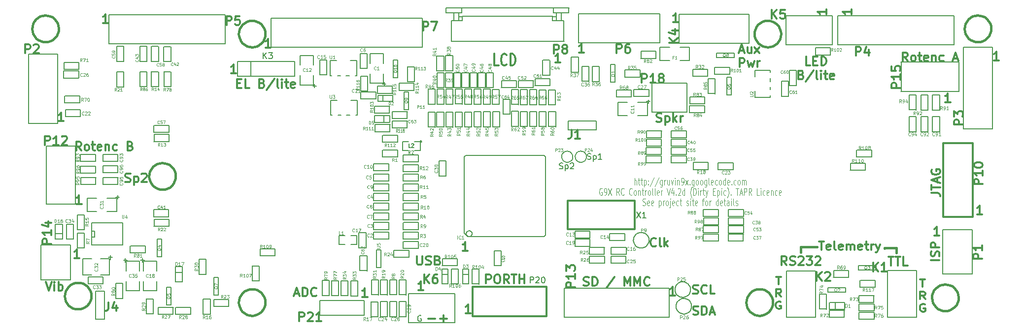
<source format=gto>
G04 (created by PCBNEW-RS274X (2012-01-19 BZR 3256)-stable) date Fri 23 Nov 2012 05:25:31 PM NZDT*
G01*
G70*
G90*
%MOIN*%
G04 Gerber Fmt 3.4, Leading zero omitted, Abs format*
%FSLAX34Y34*%
G04 APERTURE LIST*
%ADD10C,0.020000*%
%ADD11C,0.012000*%
%ADD12C,0.007900*%
%ADD13C,0.003900*%
%ADD14C,0.015000*%
%ADD15C,0.011800*%
%ADD16C,0.005000*%
%ADD17C,0.008000*%
%ADD18C,0.007500*%
%ADD19C,0.006000*%
%ADD20C,0.004300*%
%ADD21C,0.004000*%
G04 APERTURE END LIST*
G54D10*
G54D11*
X42270Y-32704D02*
X41927Y-32704D01*
X42099Y-32704D02*
X42099Y-32113D01*
X42042Y-32197D01*
X41984Y-32253D01*
X41927Y-32282D01*
G54D12*
X38918Y-32886D02*
X38881Y-32867D01*
X38824Y-32867D01*
X38768Y-32886D01*
X38731Y-32924D01*
X38712Y-32961D01*
X38693Y-33036D01*
X38693Y-33093D01*
X38712Y-33168D01*
X38731Y-33205D01*
X38768Y-33243D01*
X38824Y-33261D01*
X38862Y-33261D01*
X38918Y-33243D01*
X38937Y-33224D01*
X38937Y-33093D01*
X38862Y-33093D01*
G54D11*
X39414Y-33078D02*
X39871Y-33078D01*
X38645Y-28841D02*
X38645Y-29319D01*
X38673Y-29375D01*
X38702Y-29404D01*
X38759Y-29432D01*
X38873Y-29432D01*
X38931Y-29404D01*
X38959Y-29375D01*
X38988Y-29319D01*
X38988Y-28841D01*
X39245Y-29404D02*
X39331Y-29432D01*
X39474Y-29432D01*
X39531Y-29404D01*
X39560Y-29375D01*
X39588Y-29319D01*
X39588Y-29263D01*
X39560Y-29207D01*
X39531Y-29178D01*
X39474Y-29150D01*
X39360Y-29122D01*
X39302Y-29094D01*
X39274Y-29066D01*
X39245Y-29010D01*
X39245Y-28953D01*
X39274Y-28897D01*
X39302Y-28869D01*
X39360Y-28841D01*
X39502Y-28841D01*
X39588Y-28869D01*
X40045Y-29122D02*
X40131Y-29150D01*
X40159Y-29178D01*
X40188Y-29235D01*
X40188Y-29319D01*
X40159Y-29375D01*
X40131Y-29404D01*
X40073Y-29432D01*
X39845Y-29432D01*
X39845Y-28841D01*
X40045Y-28841D01*
X40102Y-28869D01*
X40131Y-28897D01*
X40159Y-28953D01*
X40159Y-29010D01*
X40131Y-29066D01*
X40102Y-29094D01*
X40045Y-29122D01*
X39845Y-29122D01*
X40197Y-33089D02*
X40654Y-33089D01*
X40425Y-33314D02*
X40425Y-32863D01*
G54D13*
X53354Y-24010D02*
X53354Y-23538D01*
X53489Y-24010D02*
X53489Y-23763D01*
X53474Y-23718D01*
X53444Y-23695D01*
X53399Y-23695D01*
X53369Y-23718D01*
X53354Y-23740D01*
X53594Y-23695D02*
X53714Y-23695D01*
X53639Y-23538D02*
X53639Y-23943D01*
X53654Y-23988D01*
X53684Y-24010D01*
X53714Y-24010D01*
X53774Y-23695D02*
X53894Y-23695D01*
X53819Y-23538D02*
X53819Y-23943D01*
X53834Y-23988D01*
X53864Y-24010D01*
X53894Y-24010D01*
X53999Y-23695D02*
X53999Y-24167D01*
X53999Y-23718D02*
X54029Y-23695D01*
X54089Y-23695D01*
X54119Y-23718D01*
X54134Y-23740D01*
X54149Y-23785D01*
X54149Y-23920D01*
X54134Y-23965D01*
X54119Y-23988D01*
X54089Y-24010D01*
X54029Y-24010D01*
X53999Y-23988D01*
X54284Y-23965D02*
X54299Y-23988D01*
X54284Y-24010D01*
X54269Y-23988D01*
X54284Y-23965D01*
X54284Y-24010D01*
X54284Y-23718D02*
X54299Y-23740D01*
X54284Y-23763D01*
X54269Y-23740D01*
X54284Y-23718D01*
X54284Y-23763D01*
X54659Y-23516D02*
X54389Y-24122D01*
X54989Y-23516D02*
X54719Y-24122D01*
X55229Y-23695D02*
X55229Y-24077D01*
X55214Y-24122D01*
X55199Y-24145D01*
X55169Y-24167D01*
X55124Y-24167D01*
X55094Y-24145D01*
X55229Y-23988D02*
X55199Y-24010D01*
X55139Y-24010D01*
X55109Y-23988D01*
X55094Y-23965D01*
X55079Y-23920D01*
X55079Y-23785D01*
X55094Y-23740D01*
X55109Y-23718D01*
X55139Y-23695D01*
X55199Y-23695D01*
X55229Y-23718D01*
X55379Y-24010D02*
X55379Y-23695D01*
X55379Y-23785D02*
X55394Y-23740D01*
X55409Y-23718D01*
X55439Y-23695D01*
X55469Y-23695D01*
X55709Y-23695D02*
X55709Y-24010D01*
X55574Y-23695D02*
X55574Y-23943D01*
X55589Y-23988D01*
X55619Y-24010D01*
X55664Y-24010D01*
X55694Y-23988D01*
X55709Y-23965D01*
X55829Y-23695D02*
X55904Y-24010D01*
X55979Y-23695D01*
X56099Y-24010D02*
X56099Y-23695D01*
X56099Y-23538D02*
X56084Y-23561D01*
X56099Y-23583D01*
X56114Y-23561D01*
X56099Y-23538D01*
X56099Y-23583D01*
X56249Y-23695D02*
X56249Y-24010D01*
X56249Y-23740D02*
X56264Y-23718D01*
X56294Y-23695D01*
X56339Y-23695D01*
X56369Y-23718D01*
X56384Y-23763D01*
X56384Y-24010D01*
X56549Y-24010D02*
X56609Y-24010D01*
X56639Y-23988D01*
X56654Y-23965D01*
X56684Y-23898D01*
X56699Y-23808D01*
X56699Y-23628D01*
X56684Y-23583D01*
X56669Y-23561D01*
X56639Y-23538D01*
X56579Y-23538D01*
X56549Y-23561D01*
X56534Y-23583D01*
X56519Y-23628D01*
X56519Y-23740D01*
X56534Y-23785D01*
X56549Y-23808D01*
X56579Y-23830D01*
X56639Y-23830D01*
X56669Y-23808D01*
X56684Y-23785D01*
X56699Y-23740D01*
X56804Y-24010D02*
X56969Y-23695D01*
X56804Y-23695D02*
X56969Y-24010D01*
X57089Y-23965D02*
X57104Y-23988D01*
X57089Y-24010D01*
X57074Y-23988D01*
X57089Y-23965D01*
X57089Y-24010D01*
X57374Y-23695D02*
X57374Y-24077D01*
X57359Y-24122D01*
X57344Y-24145D01*
X57314Y-24167D01*
X57269Y-24167D01*
X57239Y-24145D01*
X57374Y-23988D02*
X57344Y-24010D01*
X57284Y-24010D01*
X57254Y-23988D01*
X57239Y-23965D01*
X57224Y-23920D01*
X57224Y-23785D01*
X57239Y-23740D01*
X57254Y-23718D01*
X57284Y-23695D01*
X57344Y-23695D01*
X57374Y-23718D01*
X57569Y-24010D02*
X57539Y-23988D01*
X57524Y-23965D01*
X57509Y-23920D01*
X57509Y-23785D01*
X57524Y-23740D01*
X57539Y-23718D01*
X57569Y-23695D01*
X57614Y-23695D01*
X57644Y-23718D01*
X57659Y-23740D01*
X57674Y-23785D01*
X57674Y-23920D01*
X57659Y-23965D01*
X57644Y-23988D01*
X57614Y-24010D01*
X57569Y-24010D01*
X57854Y-24010D02*
X57824Y-23988D01*
X57809Y-23965D01*
X57794Y-23920D01*
X57794Y-23785D01*
X57809Y-23740D01*
X57824Y-23718D01*
X57854Y-23695D01*
X57899Y-23695D01*
X57929Y-23718D01*
X57944Y-23740D01*
X57959Y-23785D01*
X57959Y-23920D01*
X57944Y-23965D01*
X57929Y-23988D01*
X57899Y-24010D01*
X57854Y-24010D01*
X58229Y-23695D02*
X58229Y-24077D01*
X58214Y-24122D01*
X58199Y-24145D01*
X58169Y-24167D01*
X58124Y-24167D01*
X58094Y-24145D01*
X58229Y-23988D02*
X58199Y-24010D01*
X58139Y-24010D01*
X58109Y-23988D01*
X58094Y-23965D01*
X58079Y-23920D01*
X58079Y-23785D01*
X58094Y-23740D01*
X58109Y-23718D01*
X58139Y-23695D01*
X58199Y-23695D01*
X58229Y-23718D01*
X58424Y-24010D02*
X58394Y-23988D01*
X58379Y-23943D01*
X58379Y-23538D01*
X58664Y-23988D02*
X58634Y-24010D01*
X58574Y-24010D01*
X58544Y-23988D01*
X58529Y-23943D01*
X58529Y-23763D01*
X58544Y-23718D01*
X58574Y-23695D01*
X58634Y-23695D01*
X58664Y-23718D01*
X58679Y-23763D01*
X58679Y-23808D01*
X58529Y-23853D01*
X58949Y-23988D02*
X58919Y-24010D01*
X58859Y-24010D01*
X58829Y-23988D01*
X58814Y-23965D01*
X58799Y-23920D01*
X58799Y-23785D01*
X58814Y-23740D01*
X58829Y-23718D01*
X58859Y-23695D01*
X58919Y-23695D01*
X58949Y-23718D01*
X59129Y-24010D02*
X59099Y-23988D01*
X59084Y-23965D01*
X59069Y-23920D01*
X59069Y-23785D01*
X59084Y-23740D01*
X59099Y-23718D01*
X59129Y-23695D01*
X59174Y-23695D01*
X59204Y-23718D01*
X59219Y-23740D01*
X59234Y-23785D01*
X59234Y-23920D01*
X59219Y-23965D01*
X59204Y-23988D01*
X59174Y-24010D01*
X59129Y-24010D01*
X59504Y-24010D02*
X59504Y-23538D01*
X59504Y-23988D02*
X59474Y-24010D01*
X59414Y-24010D01*
X59384Y-23988D01*
X59369Y-23965D01*
X59354Y-23920D01*
X59354Y-23785D01*
X59369Y-23740D01*
X59384Y-23718D01*
X59414Y-23695D01*
X59474Y-23695D01*
X59504Y-23718D01*
X59774Y-23988D02*
X59744Y-24010D01*
X59684Y-24010D01*
X59654Y-23988D01*
X59639Y-23943D01*
X59639Y-23763D01*
X59654Y-23718D01*
X59684Y-23695D01*
X59744Y-23695D01*
X59774Y-23718D01*
X59789Y-23763D01*
X59789Y-23808D01*
X59639Y-23853D01*
X59924Y-23965D02*
X59939Y-23988D01*
X59924Y-24010D01*
X59909Y-23988D01*
X59924Y-23965D01*
X59924Y-24010D01*
X60209Y-23988D02*
X60179Y-24010D01*
X60119Y-24010D01*
X60089Y-23988D01*
X60074Y-23965D01*
X60059Y-23920D01*
X60059Y-23785D01*
X60074Y-23740D01*
X60089Y-23718D01*
X60119Y-23695D01*
X60179Y-23695D01*
X60209Y-23718D01*
X60389Y-24010D02*
X60359Y-23988D01*
X60344Y-23965D01*
X60329Y-23920D01*
X60329Y-23785D01*
X60344Y-23740D01*
X60359Y-23718D01*
X60389Y-23695D01*
X60434Y-23695D01*
X60464Y-23718D01*
X60479Y-23740D01*
X60494Y-23785D01*
X60494Y-23920D01*
X60479Y-23965D01*
X60464Y-23988D01*
X60434Y-24010D01*
X60389Y-24010D01*
X60629Y-24010D02*
X60629Y-23695D01*
X60629Y-23740D02*
X60644Y-23718D01*
X60674Y-23695D01*
X60719Y-23695D01*
X60749Y-23718D01*
X60764Y-23763D01*
X60764Y-24010D01*
X60764Y-23763D02*
X60779Y-23718D01*
X60809Y-23695D01*
X60854Y-23695D01*
X60884Y-23718D01*
X60899Y-23763D01*
X60899Y-24010D01*
X51156Y-24260D02*
X51126Y-24237D01*
X51081Y-24237D01*
X51036Y-24260D01*
X51006Y-24304D01*
X50991Y-24349D01*
X50976Y-24439D01*
X50976Y-24507D01*
X50991Y-24597D01*
X51006Y-24642D01*
X51036Y-24687D01*
X51081Y-24709D01*
X51111Y-24709D01*
X51156Y-24687D01*
X51171Y-24664D01*
X51171Y-24507D01*
X51111Y-24507D01*
X51321Y-24709D02*
X51381Y-24709D01*
X51411Y-24687D01*
X51426Y-24664D01*
X51456Y-24597D01*
X51471Y-24507D01*
X51471Y-24327D01*
X51456Y-24282D01*
X51441Y-24260D01*
X51411Y-24237D01*
X51351Y-24237D01*
X51321Y-24260D01*
X51306Y-24282D01*
X51291Y-24327D01*
X51291Y-24439D01*
X51306Y-24484D01*
X51321Y-24507D01*
X51351Y-24529D01*
X51411Y-24529D01*
X51441Y-24507D01*
X51456Y-24484D01*
X51471Y-24439D01*
X51576Y-24237D02*
X51786Y-24709D01*
X51786Y-24237D02*
X51576Y-24709D01*
X52326Y-24709D02*
X52221Y-24484D01*
X52146Y-24709D02*
X52146Y-24237D01*
X52266Y-24237D01*
X52296Y-24260D01*
X52311Y-24282D01*
X52326Y-24327D01*
X52326Y-24394D01*
X52311Y-24439D01*
X52296Y-24462D01*
X52266Y-24484D01*
X52146Y-24484D01*
X52641Y-24664D02*
X52626Y-24687D01*
X52581Y-24709D01*
X52551Y-24709D01*
X52506Y-24687D01*
X52476Y-24642D01*
X52461Y-24597D01*
X52446Y-24507D01*
X52446Y-24439D01*
X52461Y-24349D01*
X52476Y-24304D01*
X52506Y-24260D01*
X52551Y-24237D01*
X52581Y-24237D01*
X52626Y-24260D01*
X52641Y-24282D01*
X53196Y-24664D02*
X53181Y-24687D01*
X53136Y-24709D01*
X53106Y-24709D01*
X53061Y-24687D01*
X53031Y-24642D01*
X53016Y-24597D01*
X53001Y-24507D01*
X53001Y-24439D01*
X53016Y-24349D01*
X53031Y-24304D01*
X53061Y-24260D01*
X53106Y-24237D01*
X53136Y-24237D01*
X53181Y-24260D01*
X53196Y-24282D01*
X53376Y-24709D02*
X53346Y-24687D01*
X53331Y-24664D01*
X53316Y-24619D01*
X53316Y-24484D01*
X53331Y-24439D01*
X53346Y-24417D01*
X53376Y-24394D01*
X53421Y-24394D01*
X53451Y-24417D01*
X53466Y-24439D01*
X53481Y-24484D01*
X53481Y-24619D01*
X53466Y-24664D01*
X53451Y-24687D01*
X53421Y-24709D01*
X53376Y-24709D01*
X53616Y-24394D02*
X53616Y-24709D01*
X53616Y-24439D02*
X53631Y-24417D01*
X53661Y-24394D01*
X53706Y-24394D01*
X53736Y-24417D01*
X53751Y-24462D01*
X53751Y-24709D01*
X53856Y-24394D02*
X53976Y-24394D01*
X53901Y-24237D02*
X53901Y-24642D01*
X53916Y-24687D01*
X53946Y-24709D01*
X53976Y-24709D01*
X54081Y-24709D02*
X54081Y-24394D01*
X54081Y-24484D02*
X54096Y-24439D01*
X54111Y-24417D01*
X54141Y-24394D01*
X54171Y-24394D01*
X54321Y-24709D02*
X54291Y-24687D01*
X54276Y-24664D01*
X54261Y-24619D01*
X54261Y-24484D01*
X54276Y-24439D01*
X54291Y-24417D01*
X54321Y-24394D01*
X54366Y-24394D01*
X54396Y-24417D01*
X54411Y-24439D01*
X54426Y-24484D01*
X54426Y-24619D01*
X54411Y-24664D01*
X54396Y-24687D01*
X54366Y-24709D01*
X54321Y-24709D01*
X54606Y-24709D02*
X54576Y-24687D01*
X54561Y-24642D01*
X54561Y-24237D01*
X54771Y-24709D02*
X54741Y-24687D01*
X54726Y-24642D01*
X54726Y-24237D01*
X55011Y-24687D02*
X54981Y-24709D01*
X54921Y-24709D01*
X54891Y-24687D01*
X54876Y-24642D01*
X54876Y-24462D01*
X54891Y-24417D01*
X54921Y-24394D01*
X54981Y-24394D01*
X55011Y-24417D01*
X55026Y-24462D01*
X55026Y-24507D01*
X54876Y-24552D01*
X55161Y-24709D02*
X55161Y-24394D01*
X55161Y-24484D02*
X55176Y-24439D01*
X55191Y-24417D01*
X55221Y-24394D01*
X55251Y-24394D01*
X55551Y-24237D02*
X55656Y-24709D01*
X55761Y-24237D01*
X56001Y-24394D02*
X56001Y-24709D01*
X55926Y-24215D02*
X55851Y-24552D01*
X56046Y-24552D01*
X56166Y-24664D02*
X56181Y-24687D01*
X56166Y-24709D01*
X56151Y-24687D01*
X56166Y-24664D01*
X56166Y-24709D01*
X56301Y-24282D02*
X56316Y-24260D01*
X56346Y-24237D01*
X56421Y-24237D01*
X56451Y-24260D01*
X56466Y-24282D01*
X56481Y-24327D01*
X56481Y-24372D01*
X56466Y-24439D01*
X56286Y-24709D01*
X56481Y-24709D01*
X56751Y-24709D02*
X56751Y-24237D01*
X56751Y-24687D02*
X56721Y-24709D01*
X56661Y-24709D01*
X56631Y-24687D01*
X56616Y-24664D01*
X56601Y-24619D01*
X56601Y-24484D01*
X56616Y-24439D01*
X56631Y-24417D01*
X56661Y-24394D01*
X56721Y-24394D01*
X56751Y-24417D01*
X57231Y-24889D02*
X57216Y-24866D01*
X57186Y-24799D01*
X57171Y-24754D01*
X57156Y-24687D01*
X57141Y-24574D01*
X57141Y-24484D01*
X57156Y-24372D01*
X57171Y-24304D01*
X57186Y-24260D01*
X57216Y-24192D01*
X57231Y-24170D01*
X57351Y-24709D02*
X57351Y-24237D01*
X57426Y-24237D01*
X57471Y-24260D01*
X57501Y-24304D01*
X57516Y-24349D01*
X57531Y-24439D01*
X57531Y-24507D01*
X57516Y-24597D01*
X57501Y-24642D01*
X57471Y-24687D01*
X57426Y-24709D01*
X57351Y-24709D01*
X57666Y-24709D02*
X57666Y-24394D01*
X57666Y-24237D02*
X57651Y-24260D01*
X57666Y-24282D01*
X57681Y-24260D01*
X57666Y-24237D01*
X57666Y-24282D01*
X57816Y-24709D02*
X57816Y-24394D01*
X57816Y-24484D02*
X57831Y-24439D01*
X57846Y-24417D01*
X57876Y-24394D01*
X57906Y-24394D01*
X57966Y-24394D02*
X58086Y-24394D01*
X58011Y-24237D02*
X58011Y-24642D01*
X58026Y-24687D01*
X58056Y-24709D01*
X58086Y-24709D01*
X58161Y-24394D02*
X58236Y-24709D01*
X58311Y-24394D02*
X58236Y-24709D01*
X58206Y-24821D01*
X58191Y-24844D01*
X58161Y-24866D01*
X58671Y-24462D02*
X58776Y-24462D01*
X58821Y-24709D02*
X58671Y-24709D01*
X58671Y-24237D01*
X58821Y-24237D01*
X58956Y-24394D02*
X58956Y-24866D01*
X58956Y-24417D02*
X58986Y-24394D01*
X59046Y-24394D01*
X59076Y-24417D01*
X59091Y-24439D01*
X59106Y-24484D01*
X59106Y-24619D01*
X59091Y-24664D01*
X59076Y-24687D01*
X59046Y-24709D01*
X58986Y-24709D01*
X58956Y-24687D01*
X59241Y-24709D02*
X59241Y-24394D01*
X59241Y-24237D02*
X59226Y-24260D01*
X59241Y-24282D01*
X59256Y-24260D01*
X59241Y-24237D01*
X59241Y-24282D01*
X59526Y-24687D02*
X59496Y-24709D01*
X59436Y-24709D01*
X59406Y-24687D01*
X59391Y-24664D01*
X59376Y-24619D01*
X59376Y-24484D01*
X59391Y-24439D01*
X59406Y-24417D01*
X59436Y-24394D01*
X59496Y-24394D01*
X59526Y-24417D01*
X59631Y-24889D02*
X59646Y-24866D01*
X59676Y-24799D01*
X59691Y-24754D01*
X59706Y-24687D01*
X59721Y-24574D01*
X59721Y-24484D01*
X59706Y-24372D01*
X59691Y-24304D01*
X59676Y-24260D01*
X59646Y-24192D01*
X59631Y-24170D01*
X59871Y-24664D02*
X59886Y-24687D01*
X59871Y-24709D01*
X59856Y-24687D01*
X59871Y-24664D01*
X59871Y-24709D01*
X60216Y-24237D02*
X60396Y-24237D01*
X60306Y-24709D02*
X60306Y-24237D01*
X60486Y-24574D02*
X60636Y-24574D01*
X60456Y-24709D02*
X60561Y-24237D01*
X60666Y-24709D01*
X60771Y-24709D02*
X60771Y-24237D01*
X60891Y-24237D01*
X60921Y-24260D01*
X60936Y-24282D01*
X60951Y-24327D01*
X60951Y-24394D01*
X60936Y-24439D01*
X60921Y-24462D01*
X60891Y-24484D01*
X60771Y-24484D01*
X61266Y-24709D02*
X61161Y-24484D01*
X61086Y-24709D02*
X61086Y-24237D01*
X61206Y-24237D01*
X61236Y-24260D01*
X61251Y-24282D01*
X61266Y-24327D01*
X61266Y-24394D01*
X61251Y-24439D01*
X61236Y-24462D01*
X61206Y-24484D01*
X61086Y-24484D01*
X61791Y-24709D02*
X61641Y-24709D01*
X61641Y-24237D01*
X61896Y-24709D02*
X61896Y-24394D01*
X61896Y-24237D02*
X61881Y-24260D01*
X61896Y-24282D01*
X61911Y-24260D01*
X61896Y-24237D01*
X61896Y-24282D01*
X62181Y-24687D02*
X62151Y-24709D01*
X62091Y-24709D01*
X62061Y-24687D01*
X62046Y-24664D01*
X62031Y-24619D01*
X62031Y-24484D01*
X62046Y-24439D01*
X62061Y-24417D01*
X62091Y-24394D01*
X62151Y-24394D01*
X62181Y-24417D01*
X62436Y-24687D02*
X62406Y-24709D01*
X62346Y-24709D01*
X62316Y-24687D01*
X62301Y-24642D01*
X62301Y-24462D01*
X62316Y-24417D01*
X62346Y-24394D01*
X62406Y-24394D01*
X62436Y-24417D01*
X62451Y-24462D01*
X62451Y-24507D01*
X62301Y-24552D01*
X62586Y-24394D02*
X62586Y-24709D01*
X62586Y-24439D02*
X62601Y-24417D01*
X62631Y-24394D01*
X62676Y-24394D01*
X62706Y-24417D01*
X62721Y-24462D01*
X62721Y-24709D01*
X63006Y-24687D02*
X62976Y-24709D01*
X62916Y-24709D01*
X62886Y-24687D01*
X62871Y-24664D01*
X62856Y-24619D01*
X62856Y-24484D01*
X62871Y-24439D01*
X62886Y-24417D01*
X62916Y-24394D01*
X62976Y-24394D01*
X63006Y-24417D01*
X63261Y-24687D02*
X63231Y-24709D01*
X63171Y-24709D01*
X63141Y-24687D01*
X63126Y-24642D01*
X63126Y-24462D01*
X63141Y-24417D01*
X63171Y-24394D01*
X63231Y-24394D01*
X63261Y-24417D01*
X63276Y-24462D01*
X63276Y-24507D01*
X63126Y-24552D01*
X53916Y-25386D02*
X53961Y-25408D01*
X54036Y-25408D01*
X54066Y-25386D01*
X54081Y-25363D01*
X54096Y-25318D01*
X54096Y-25273D01*
X54081Y-25228D01*
X54066Y-25206D01*
X54036Y-25183D01*
X53976Y-25161D01*
X53946Y-25138D01*
X53931Y-25116D01*
X53916Y-25071D01*
X53916Y-25026D01*
X53931Y-24981D01*
X53946Y-24959D01*
X53976Y-24936D01*
X54051Y-24936D01*
X54096Y-24959D01*
X54351Y-25386D02*
X54321Y-25408D01*
X54261Y-25408D01*
X54231Y-25386D01*
X54216Y-25341D01*
X54216Y-25161D01*
X54231Y-25116D01*
X54261Y-25093D01*
X54321Y-25093D01*
X54351Y-25116D01*
X54366Y-25161D01*
X54366Y-25206D01*
X54216Y-25251D01*
X54621Y-25386D02*
X54591Y-25408D01*
X54531Y-25408D01*
X54501Y-25386D01*
X54486Y-25341D01*
X54486Y-25161D01*
X54501Y-25116D01*
X54531Y-25093D01*
X54591Y-25093D01*
X54621Y-25116D01*
X54636Y-25161D01*
X54636Y-25206D01*
X54486Y-25251D01*
X55011Y-25093D02*
X55011Y-25565D01*
X55011Y-25116D02*
X55041Y-25093D01*
X55101Y-25093D01*
X55131Y-25116D01*
X55146Y-25138D01*
X55161Y-25183D01*
X55161Y-25318D01*
X55146Y-25363D01*
X55131Y-25386D01*
X55101Y-25408D01*
X55041Y-25408D01*
X55011Y-25386D01*
X55296Y-25408D02*
X55296Y-25093D01*
X55296Y-25183D02*
X55311Y-25138D01*
X55326Y-25116D01*
X55356Y-25093D01*
X55386Y-25093D01*
X55536Y-25408D02*
X55506Y-25386D01*
X55491Y-25363D01*
X55476Y-25318D01*
X55476Y-25183D01*
X55491Y-25138D01*
X55506Y-25116D01*
X55536Y-25093D01*
X55581Y-25093D01*
X55611Y-25116D01*
X55626Y-25138D01*
X55641Y-25183D01*
X55641Y-25318D01*
X55626Y-25363D01*
X55611Y-25386D01*
X55581Y-25408D01*
X55536Y-25408D01*
X55776Y-25093D02*
X55776Y-25498D01*
X55761Y-25543D01*
X55731Y-25565D01*
X55716Y-25565D01*
X55776Y-24936D02*
X55761Y-24959D01*
X55776Y-24981D01*
X55791Y-24959D01*
X55776Y-24936D01*
X55776Y-24981D01*
X56046Y-25386D02*
X56016Y-25408D01*
X55956Y-25408D01*
X55926Y-25386D01*
X55911Y-25341D01*
X55911Y-25161D01*
X55926Y-25116D01*
X55956Y-25093D01*
X56016Y-25093D01*
X56046Y-25116D01*
X56061Y-25161D01*
X56061Y-25206D01*
X55911Y-25251D01*
X56331Y-25386D02*
X56301Y-25408D01*
X56241Y-25408D01*
X56211Y-25386D01*
X56196Y-25363D01*
X56181Y-25318D01*
X56181Y-25183D01*
X56196Y-25138D01*
X56211Y-25116D01*
X56241Y-25093D01*
X56301Y-25093D01*
X56331Y-25116D01*
X56421Y-25093D02*
X56541Y-25093D01*
X56466Y-24936D02*
X56466Y-25341D01*
X56481Y-25386D01*
X56511Y-25408D01*
X56541Y-25408D01*
X56871Y-25386D02*
X56901Y-25408D01*
X56961Y-25408D01*
X56991Y-25386D01*
X57006Y-25341D01*
X57006Y-25318D01*
X56991Y-25273D01*
X56961Y-25251D01*
X56916Y-25251D01*
X56886Y-25228D01*
X56871Y-25183D01*
X56871Y-25161D01*
X56886Y-25116D01*
X56916Y-25093D01*
X56961Y-25093D01*
X56991Y-25116D01*
X57141Y-25408D02*
X57141Y-25093D01*
X57141Y-24936D02*
X57126Y-24959D01*
X57141Y-24981D01*
X57156Y-24959D01*
X57141Y-24936D01*
X57141Y-24981D01*
X57246Y-25093D02*
X57366Y-25093D01*
X57291Y-24936D02*
X57291Y-25341D01*
X57306Y-25386D01*
X57336Y-25408D01*
X57366Y-25408D01*
X57591Y-25386D02*
X57561Y-25408D01*
X57501Y-25408D01*
X57471Y-25386D01*
X57456Y-25341D01*
X57456Y-25161D01*
X57471Y-25116D01*
X57501Y-25093D01*
X57561Y-25093D01*
X57591Y-25116D01*
X57606Y-25161D01*
X57606Y-25206D01*
X57456Y-25251D01*
X57936Y-25093D02*
X58056Y-25093D01*
X57981Y-25408D02*
X57981Y-25003D01*
X57996Y-24959D01*
X58026Y-24936D01*
X58056Y-24936D01*
X58206Y-25408D02*
X58176Y-25386D01*
X58161Y-25363D01*
X58146Y-25318D01*
X58146Y-25183D01*
X58161Y-25138D01*
X58176Y-25116D01*
X58206Y-25093D01*
X58251Y-25093D01*
X58281Y-25116D01*
X58296Y-25138D01*
X58311Y-25183D01*
X58311Y-25318D01*
X58296Y-25363D01*
X58281Y-25386D01*
X58251Y-25408D01*
X58206Y-25408D01*
X58446Y-25408D02*
X58446Y-25093D01*
X58446Y-25183D02*
X58461Y-25138D01*
X58476Y-25116D01*
X58506Y-25093D01*
X58536Y-25093D01*
X59016Y-25408D02*
X59016Y-24936D01*
X59016Y-25386D02*
X58986Y-25408D01*
X58926Y-25408D01*
X58896Y-25386D01*
X58881Y-25363D01*
X58866Y-25318D01*
X58866Y-25183D01*
X58881Y-25138D01*
X58896Y-25116D01*
X58926Y-25093D01*
X58986Y-25093D01*
X59016Y-25116D01*
X59286Y-25386D02*
X59256Y-25408D01*
X59196Y-25408D01*
X59166Y-25386D01*
X59151Y-25341D01*
X59151Y-25161D01*
X59166Y-25116D01*
X59196Y-25093D01*
X59256Y-25093D01*
X59286Y-25116D01*
X59301Y-25161D01*
X59301Y-25206D01*
X59151Y-25251D01*
X59391Y-25093D02*
X59511Y-25093D01*
X59436Y-24936D02*
X59436Y-25341D01*
X59451Y-25386D01*
X59481Y-25408D01*
X59511Y-25408D01*
X59751Y-25408D02*
X59751Y-25161D01*
X59736Y-25116D01*
X59706Y-25093D01*
X59646Y-25093D01*
X59616Y-25116D01*
X59751Y-25386D02*
X59721Y-25408D01*
X59646Y-25408D01*
X59616Y-25386D01*
X59601Y-25341D01*
X59601Y-25296D01*
X59616Y-25251D01*
X59646Y-25228D01*
X59721Y-25228D01*
X59751Y-25206D01*
X59901Y-25408D02*
X59901Y-25093D01*
X59901Y-24936D02*
X59886Y-24959D01*
X59901Y-24981D01*
X59916Y-24959D01*
X59901Y-24936D01*
X59901Y-24981D01*
X60096Y-25408D02*
X60066Y-25386D01*
X60051Y-25341D01*
X60051Y-24936D01*
X60201Y-25386D02*
X60231Y-25408D01*
X60291Y-25408D01*
X60321Y-25386D01*
X60336Y-25341D01*
X60336Y-25318D01*
X60321Y-25273D01*
X60291Y-25251D01*
X60246Y-25251D01*
X60216Y-25228D01*
X60201Y-25183D01*
X60201Y-25161D01*
X60216Y-25116D01*
X60246Y-25093D01*
X60291Y-25093D01*
X60321Y-25116D01*
G54D11*
X65245Y-15916D02*
X64959Y-15916D01*
X64959Y-15325D01*
X65445Y-15606D02*
X65645Y-15606D01*
X65731Y-15916D02*
X65445Y-15916D01*
X65445Y-15325D01*
X65731Y-15325D01*
X65988Y-15916D02*
X65988Y-15325D01*
X66131Y-15325D01*
X66216Y-15353D01*
X66274Y-15409D01*
X66302Y-15465D01*
X66331Y-15578D01*
X66331Y-15662D01*
X66302Y-15775D01*
X66274Y-15831D01*
X66216Y-15888D01*
X66131Y-15916D01*
X65988Y-15916D01*
X64630Y-16553D02*
X64716Y-16581D01*
X64744Y-16609D01*
X64773Y-16666D01*
X64773Y-16750D01*
X64744Y-16806D01*
X64716Y-16835D01*
X64658Y-16863D01*
X64430Y-16863D01*
X64430Y-16272D01*
X64630Y-16272D01*
X64687Y-16300D01*
X64716Y-16328D01*
X64744Y-16384D01*
X64744Y-16441D01*
X64716Y-16497D01*
X64687Y-16525D01*
X64630Y-16553D01*
X64430Y-16553D01*
X65458Y-16244D02*
X64944Y-17003D01*
X65745Y-16863D02*
X65687Y-16835D01*
X65659Y-16778D01*
X65659Y-16272D01*
X65973Y-16863D02*
X65973Y-16469D01*
X65973Y-16272D02*
X65944Y-16300D01*
X65973Y-16328D01*
X66001Y-16300D01*
X65973Y-16272D01*
X65973Y-16328D01*
X66173Y-16469D02*
X66402Y-16469D01*
X66259Y-16272D02*
X66259Y-16778D01*
X66287Y-16835D01*
X66345Y-16863D01*
X66402Y-16863D01*
X66830Y-16835D02*
X66773Y-16863D01*
X66659Y-16863D01*
X66602Y-16835D01*
X66573Y-16778D01*
X66573Y-16553D01*
X66602Y-16497D01*
X66659Y-16469D01*
X66773Y-16469D01*
X66830Y-16497D01*
X66859Y-16553D01*
X66859Y-16609D01*
X66573Y-16666D01*
X66330Y-12115D02*
X66330Y-12458D01*
X66330Y-12286D02*
X65739Y-12286D01*
X65823Y-12343D01*
X65879Y-12401D01*
X65908Y-12458D01*
G54D14*
X64606Y-28228D02*
X65709Y-28228D01*
X64606Y-28583D02*
X64606Y-28228D01*
X70276Y-28268D02*
X70276Y-28307D01*
X71063Y-28268D02*
X70276Y-28268D01*
X71063Y-28622D02*
X71063Y-28268D01*
G54D11*
X65828Y-27861D02*
X66171Y-27861D01*
X66000Y-28412D02*
X66000Y-27861D01*
X66599Y-28385D02*
X66542Y-28412D01*
X66428Y-28412D01*
X66371Y-28385D01*
X66342Y-28333D01*
X66342Y-28123D01*
X66371Y-28070D01*
X66428Y-28044D01*
X66542Y-28044D01*
X66599Y-28070D01*
X66628Y-28123D01*
X66628Y-28175D01*
X66342Y-28228D01*
X66971Y-28412D02*
X66913Y-28385D01*
X66885Y-28333D01*
X66885Y-27861D01*
X67427Y-28385D02*
X67370Y-28412D01*
X67256Y-28412D01*
X67199Y-28385D01*
X67170Y-28333D01*
X67170Y-28123D01*
X67199Y-28070D01*
X67256Y-28044D01*
X67370Y-28044D01*
X67427Y-28070D01*
X67456Y-28123D01*
X67456Y-28175D01*
X67170Y-28228D01*
X67713Y-28412D02*
X67713Y-28044D01*
X67713Y-28097D02*
X67741Y-28070D01*
X67799Y-28044D01*
X67884Y-28044D01*
X67941Y-28070D01*
X67970Y-28123D01*
X67970Y-28412D01*
X67970Y-28123D02*
X67999Y-28070D01*
X68056Y-28044D01*
X68141Y-28044D01*
X68199Y-28070D01*
X68227Y-28123D01*
X68227Y-28412D01*
X68741Y-28385D02*
X68684Y-28412D01*
X68570Y-28412D01*
X68513Y-28385D01*
X68484Y-28333D01*
X68484Y-28123D01*
X68513Y-28070D01*
X68570Y-28044D01*
X68684Y-28044D01*
X68741Y-28070D01*
X68770Y-28123D01*
X68770Y-28175D01*
X68484Y-28228D01*
X68941Y-28044D02*
X69170Y-28044D01*
X69027Y-27861D02*
X69027Y-28333D01*
X69055Y-28385D01*
X69113Y-28412D01*
X69170Y-28412D01*
X69370Y-28412D02*
X69370Y-28044D01*
X69370Y-28149D02*
X69398Y-28097D01*
X69427Y-28070D01*
X69484Y-28044D01*
X69541Y-28044D01*
X69684Y-28044D02*
X69827Y-28412D01*
X69969Y-28044D02*
X69827Y-28412D01*
X69769Y-28543D01*
X69741Y-28569D01*
X69684Y-28595D01*
X72668Y-30419D02*
X73011Y-30419D01*
X72840Y-30931D02*
X72840Y-30419D01*
X73025Y-31767D02*
X72825Y-31523D01*
X72682Y-31767D02*
X72682Y-31255D01*
X72910Y-31255D01*
X72968Y-31280D01*
X72996Y-31304D01*
X73025Y-31353D01*
X73025Y-31426D01*
X72996Y-31475D01*
X72968Y-31499D01*
X72910Y-31523D01*
X72682Y-31523D01*
X72996Y-32116D02*
X72939Y-32091D01*
X72853Y-32091D01*
X72768Y-32116D01*
X72710Y-32164D01*
X72682Y-32213D01*
X72653Y-32311D01*
X72653Y-32384D01*
X72682Y-32481D01*
X72710Y-32530D01*
X72768Y-32579D01*
X72853Y-32603D01*
X72910Y-32603D01*
X72996Y-32579D01*
X73025Y-32554D01*
X73025Y-32384D01*
X72910Y-32384D01*
X62920Y-30238D02*
X63263Y-30238D01*
X63092Y-30750D02*
X63092Y-30238D01*
X63277Y-31586D02*
X63077Y-31342D01*
X62934Y-31586D02*
X62934Y-31074D01*
X63162Y-31074D01*
X63220Y-31099D01*
X63248Y-31123D01*
X63277Y-31172D01*
X63277Y-31245D01*
X63248Y-31294D01*
X63220Y-31318D01*
X63162Y-31342D01*
X62934Y-31342D01*
X63248Y-31935D02*
X63191Y-31910D01*
X63105Y-31910D01*
X63020Y-31935D01*
X62962Y-31983D01*
X62934Y-32032D01*
X62905Y-32130D01*
X62905Y-32203D01*
X62934Y-32300D01*
X62962Y-32349D01*
X63020Y-32398D01*
X63105Y-32422D01*
X63162Y-32422D01*
X63248Y-32398D01*
X63277Y-32373D01*
X63277Y-32203D01*
X63162Y-32203D01*
X18917Y-23802D02*
X19001Y-23830D01*
X19142Y-23830D01*
X19198Y-23802D01*
X19226Y-23773D01*
X19254Y-23717D01*
X19254Y-23661D01*
X19226Y-23605D01*
X19198Y-23576D01*
X19142Y-23548D01*
X19029Y-23520D01*
X18973Y-23492D01*
X18945Y-23464D01*
X18917Y-23408D01*
X18917Y-23351D01*
X18945Y-23295D01*
X18973Y-23267D01*
X19029Y-23239D01*
X19170Y-23239D01*
X19254Y-23267D01*
X19508Y-23436D02*
X19508Y-24027D01*
X19508Y-23464D02*
X19564Y-23436D01*
X19677Y-23436D01*
X19733Y-23464D01*
X19761Y-23492D01*
X19789Y-23548D01*
X19789Y-23717D01*
X19761Y-23773D01*
X19733Y-23802D01*
X19677Y-23830D01*
X19564Y-23830D01*
X19508Y-23802D01*
X20015Y-23295D02*
X20043Y-23267D01*
X20099Y-23239D01*
X20240Y-23239D01*
X20296Y-23267D01*
X20324Y-23295D01*
X20352Y-23351D01*
X20352Y-23408D01*
X20324Y-23492D01*
X19986Y-23830D01*
X20352Y-23830D01*
G54D12*
X50179Y-22263D02*
X50235Y-22281D01*
X50329Y-22281D01*
X50367Y-22263D01*
X50385Y-22244D01*
X50404Y-22206D01*
X50404Y-22169D01*
X50385Y-22131D01*
X50367Y-22113D01*
X50329Y-22094D01*
X50254Y-22075D01*
X50217Y-22056D01*
X50198Y-22038D01*
X50179Y-22000D01*
X50179Y-21963D01*
X50198Y-21925D01*
X50217Y-21906D01*
X50254Y-21887D01*
X50348Y-21887D01*
X50404Y-21906D01*
X50573Y-22019D02*
X50573Y-22413D01*
X50573Y-22038D02*
X50610Y-22019D01*
X50685Y-22019D01*
X50723Y-22038D01*
X50742Y-22056D01*
X50760Y-22094D01*
X50760Y-22206D01*
X50742Y-22244D01*
X50723Y-22263D01*
X50685Y-22281D01*
X50610Y-22281D01*
X50573Y-22263D01*
X51135Y-22281D02*
X50910Y-22281D01*
X51023Y-22281D02*
X51023Y-21887D01*
X50985Y-21944D01*
X50948Y-21981D01*
X50910Y-22000D01*
X48282Y-22909D02*
X48338Y-22927D01*
X48432Y-22927D01*
X48470Y-22909D01*
X48488Y-22890D01*
X48507Y-22852D01*
X48507Y-22815D01*
X48488Y-22777D01*
X48470Y-22759D01*
X48432Y-22740D01*
X48357Y-22721D01*
X48320Y-22702D01*
X48301Y-22684D01*
X48282Y-22646D01*
X48282Y-22609D01*
X48301Y-22571D01*
X48320Y-22552D01*
X48357Y-22533D01*
X48451Y-22533D01*
X48507Y-22552D01*
X48676Y-22665D02*
X48676Y-23059D01*
X48676Y-22684D02*
X48713Y-22665D01*
X48788Y-22665D01*
X48826Y-22684D01*
X48845Y-22702D01*
X48863Y-22740D01*
X48863Y-22852D01*
X48845Y-22890D01*
X48826Y-22909D01*
X48788Y-22927D01*
X48713Y-22927D01*
X48676Y-22909D01*
X49013Y-22571D02*
X49032Y-22552D01*
X49069Y-22533D01*
X49163Y-22533D01*
X49201Y-22552D01*
X49219Y-22571D01*
X49238Y-22609D01*
X49238Y-22646D01*
X49219Y-22702D01*
X48994Y-22927D01*
X49238Y-22927D01*
G54D11*
X57322Y-32798D02*
X57406Y-32826D01*
X57547Y-32826D01*
X57603Y-32798D01*
X57631Y-32769D01*
X57659Y-32713D01*
X57659Y-32657D01*
X57631Y-32601D01*
X57603Y-32572D01*
X57547Y-32544D01*
X57434Y-32516D01*
X57378Y-32488D01*
X57350Y-32460D01*
X57322Y-32404D01*
X57322Y-32347D01*
X57350Y-32291D01*
X57378Y-32263D01*
X57434Y-32235D01*
X57575Y-32235D01*
X57659Y-32263D01*
X57913Y-32826D02*
X57913Y-32235D01*
X58053Y-32235D01*
X58138Y-32263D01*
X58194Y-32319D01*
X58222Y-32375D01*
X58250Y-32488D01*
X58250Y-32572D01*
X58222Y-32685D01*
X58194Y-32741D01*
X58138Y-32798D01*
X58053Y-32826D01*
X57913Y-32826D01*
X58476Y-32657D02*
X58757Y-32657D01*
X58419Y-32826D02*
X58616Y-32235D01*
X58813Y-32826D01*
X57317Y-31368D02*
X57401Y-31396D01*
X57542Y-31396D01*
X57598Y-31368D01*
X57626Y-31339D01*
X57654Y-31283D01*
X57654Y-31227D01*
X57626Y-31171D01*
X57598Y-31142D01*
X57542Y-31114D01*
X57429Y-31086D01*
X57373Y-31058D01*
X57345Y-31030D01*
X57317Y-30974D01*
X57317Y-30917D01*
X57345Y-30861D01*
X57373Y-30833D01*
X57429Y-30805D01*
X57570Y-30805D01*
X57654Y-30833D01*
X58245Y-31339D02*
X58217Y-31368D01*
X58133Y-31396D01*
X58077Y-31396D01*
X57992Y-31368D01*
X57936Y-31311D01*
X57908Y-31255D01*
X57880Y-31142D01*
X57880Y-31058D01*
X57908Y-30945D01*
X57936Y-30889D01*
X57992Y-30833D01*
X58077Y-30805D01*
X58133Y-30805D01*
X58217Y-30833D01*
X58245Y-30861D01*
X58780Y-31396D02*
X58499Y-31396D01*
X58499Y-30805D01*
X43316Y-30688D02*
X43316Y-30097D01*
X43541Y-30097D01*
X43597Y-30125D01*
X43625Y-30153D01*
X43653Y-30209D01*
X43653Y-30294D01*
X43625Y-30350D01*
X43597Y-30378D01*
X43541Y-30406D01*
X43316Y-30406D01*
X44019Y-30097D02*
X44132Y-30097D01*
X44188Y-30125D01*
X44244Y-30181D01*
X44273Y-30294D01*
X44273Y-30491D01*
X44244Y-30603D01*
X44188Y-30660D01*
X44132Y-30688D01*
X44019Y-30688D01*
X43963Y-30660D01*
X43907Y-30603D01*
X43879Y-30491D01*
X43879Y-30294D01*
X43907Y-30181D01*
X43963Y-30125D01*
X44019Y-30097D01*
X44863Y-30688D02*
X44666Y-30406D01*
X44526Y-30688D02*
X44526Y-30097D01*
X44751Y-30097D01*
X44807Y-30125D01*
X44835Y-30153D01*
X44863Y-30209D01*
X44863Y-30294D01*
X44835Y-30350D01*
X44807Y-30378D01*
X44751Y-30406D01*
X44526Y-30406D01*
X45032Y-30097D02*
X45370Y-30097D01*
X45201Y-30688D02*
X45201Y-30097D01*
X45567Y-30688D02*
X45567Y-30097D01*
X45567Y-30378D02*
X45904Y-30378D01*
X45904Y-30688D02*
X45904Y-30097D01*
X30375Y-31397D02*
X30656Y-31397D01*
X30318Y-31566D02*
X30515Y-30975D01*
X30712Y-31566D01*
X30910Y-31566D02*
X30910Y-30975D01*
X31050Y-30975D01*
X31135Y-31003D01*
X31191Y-31059D01*
X31219Y-31115D01*
X31247Y-31228D01*
X31247Y-31312D01*
X31219Y-31425D01*
X31191Y-31481D01*
X31135Y-31538D01*
X31050Y-31566D01*
X30910Y-31566D01*
X31838Y-31509D02*
X31810Y-31538D01*
X31726Y-31566D01*
X31670Y-31566D01*
X31585Y-31538D01*
X31529Y-31481D01*
X31501Y-31425D01*
X31473Y-31312D01*
X31473Y-31228D01*
X31501Y-31115D01*
X31529Y-31059D01*
X31585Y-31003D01*
X31670Y-30975D01*
X31726Y-30975D01*
X31810Y-31003D01*
X31838Y-31031D01*
X13525Y-30581D02*
X13722Y-31172D01*
X13919Y-30581D01*
X14117Y-31172D02*
X14117Y-30778D01*
X14117Y-30581D02*
X14089Y-30609D01*
X14117Y-30637D01*
X14145Y-30609D01*
X14117Y-30581D01*
X14117Y-30637D01*
X14398Y-31172D02*
X14398Y-30581D01*
X14398Y-30806D02*
X14454Y-30778D01*
X14567Y-30778D01*
X14623Y-30806D01*
X14651Y-30834D01*
X14679Y-30890D01*
X14679Y-31059D01*
X14651Y-31115D01*
X14623Y-31144D01*
X14567Y-31172D01*
X14454Y-31172D01*
X14398Y-31144D01*
X15927Y-21684D02*
X15730Y-21402D01*
X15590Y-21684D02*
X15590Y-21093D01*
X15815Y-21093D01*
X15871Y-21121D01*
X15899Y-21149D01*
X15927Y-21205D01*
X15927Y-21290D01*
X15899Y-21346D01*
X15871Y-21374D01*
X15815Y-21402D01*
X15590Y-21402D01*
X16265Y-21684D02*
X16209Y-21656D01*
X16181Y-21627D01*
X16153Y-21571D01*
X16153Y-21402D01*
X16181Y-21346D01*
X16209Y-21318D01*
X16265Y-21290D01*
X16350Y-21290D01*
X16406Y-21318D01*
X16434Y-21346D01*
X16462Y-21402D01*
X16462Y-21571D01*
X16434Y-21627D01*
X16406Y-21656D01*
X16350Y-21684D01*
X16265Y-21684D01*
X16631Y-21290D02*
X16856Y-21290D01*
X16716Y-21093D02*
X16716Y-21599D01*
X16744Y-21656D01*
X16800Y-21684D01*
X16856Y-21684D01*
X17279Y-21656D02*
X17223Y-21684D01*
X17110Y-21684D01*
X17054Y-21656D01*
X17026Y-21599D01*
X17026Y-21374D01*
X17054Y-21318D01*
X17110Y-21290D01*
X17223Y-21290D01*
X17279Y-21318D01*
X17307Y-21374D01*
X17307Y-21430D01*
X17026Y-21487D01*
X17561Y-21290D02*
X17561Y-21684D01*
X17561Y-21346D02*
X17589Y-21318D01*
X17645Y-21290D01*
X17730Y-21290D01*
X17786Y-21318D01*
X17814Y-21374D01*
X17814Y-21684D01*
X18349Y-21656D02*
X18293Y-21684D01*
X18180Y-21684D01*
X18124Y-21656D01*
X18096Y-21627D01*
X18068Y-21571D01*
X18068Y-21402D01*
X18096Y-21346D01*
X18124Y-21318D01*
X18180Y-21290D01*
X18293Y-21290D01*
X18349Y-21318D01*
X19250Y-21374D02*
X19334Y-21402D01*
X19362Y-21430D01*
X19390Y-21487D01*
X19390Y-21571D01*
X19362Y-21627D01*
X19334Y-21656D01*
X19278Y-21684D01*
X19053Y-21684D01*
X19053Y-21093D01*
X19250Y-21093D01*
X19306Y-21121D01*
X19334Y-21149D01*
X19362Y-21205D01*
X19362Y-21262D01*
X19334Y-21318D01*
X19306Y-21346D01*
X19250Y-21374D01*
X19053Y-21374D01*
X71839Y-15633D02*
X71642Y-15351D01*
X71502Y-15633D02*
X71502Y-15042D01*
X71727Y-15042D01*
X71783Y-15070D01*
X71811Y-15098D01*
X71839Y-15154D01*
X71839Y-15239D01*
X71811Y-15295D01*
X71783Y-15323D01*
X71727Y-15351D01*
X71502Y-15351D01*
X72177Y-15633D02*
X72121Y-15605D01*
X72093Y-15576D01*
X72065Y-15520D01*
X72065Y-15351D01*
X72093Y-15295D01*
X72121Y-15267D01*
X72177Y-15239D01*
X72262Y-15239D01*
X72318Y-15267D01*
X72346Y-15295D01*
X72374Y-15351D01*
X72374Y-15520D01*
X72346Y-15576D01*
X72318Y-15605D01*
X72262Y-15633D01*
X72177Y-15633D01*
X72543Y-15239D02*
X72768Y-15239D01*
X72628Y-15042D02*
X72628Y-15548D01*
X72656Y-15605D01*
X72712Y-15633D01*
X72768Y-15633D01*
X73191Y-15605D02*
X73135Y-15633D01*
X73022Y-15633D01*
X72966Y-15605D01*
X72938Y-15548D01*
X72938Y-15323D01*
X72966Y-15267D01*
X73022Y-15239D01*
X73135Y-15239D01*
X73191Y-15267D01*
X73219Y-15323D01*
X73219Y-15379D01*
X72938Y-15436D01*
X73473Y-15239D02*
X73473Y-15633D01*
X73473Y-15295D02*
X73501Y-15267D01*
X73557Y-15239D01*
X73642Y-15239D01*
X73698Y-15267D01*
X73726Y-15323D01*
X73726Y-15633D01*
X74261Y-15605D02*
X74205Y-15633D01*
X74092Y-15633D01*
X74036Y-15605D01*
X74008Y-15576D01*
X73980Y-15520D01*
X73980Y-15351D01*
X74008Y-15295D01*
X74036Y-15267D01*
X74092Y-15239D01*
X74205Y-15239D01*
X74261Y-15267D01*
X74937Y-15464D02*
X75218Y-15464D01*
X74880Y-15633D02*
X75077Y-15042D01*
X75274Y-15633D01*
X60467Y-14905D02*
X60748Y-14905D01*
X60410Y-15074D02*
X60607Y-14483D01*
X60804Y-15074D01*
X61255Y-14680D02*
X61255Y-15074D01*
X61002Y-14680D02*
X61002Y-14989D01*
X61030Y-15046D01*
X61086Y-15074D01*
X61171Y-15074D01*
X61227Y-15046D01*
X61255Y-15017D01*
X61480Y-15074D02*
X61790Y-14680D01*
X61480Y-14680D02*
X61790Y-15074D01*
X60467Y-16021D02*
X60467Y-15430D01*
X60692Y-15430D01*
X60748Y-15458D01*
X60776Y-15486D01*
X60804Y-15542D01*
X60804Y-15627D01*
X60776Y-15683D01*
X60748Y-15711D01*
X60692Y-15739D01*
X60467Y-15739D01*
X61001Y-15627D02*
X61114Y-16021D01*
X61227Y-15739D01*
X61339Y-16021D01*
X61452Y-15627D01*
X61677Y-16021D02*
X61677Y-15627D01*
X61677Y-15739D02*
X61705Y-15683D01*
X61733Y-15655D01*
X61789Y-15627D01*
X61846Y-15627D01*
X42078Y-28487D02*
X41741Y-28487D01*
X41909Y-28487D02*
X41909Y-27896D01*
X41853Y-27980D01*
X41797Y-28036D01*
X41741Y-28065D01*
X26389Y-16444D02*
X26052Y-16444D01*
X26220Y-16444D02*
X26220Y-15853D01*
X26164Y-15937D01*
X26108Y-15993D01*
X26052Y-16022D01*
X48334Y-15704D02*
X47997Y-15704D01*
X48165Y-15704D02*
X48165Y-15113D01*
X48109Y-15197D01*
X48053Y-15253D01*
X47997Y-15282D01*
X68022Y-12115D02*
X68022Y-12458D01*
X68022Y-12286D02*
X67431Y-12286D01*
X67515Y-12343D01*
X67571Y-12401D01*
X67600Y-12458D01*
X56314Y-12975D02*
X55971Y-12975D01*
X56143Y-12975D02*
X56143Y-12384D01*
X56086Y-12468D01*
X56028Y-12524D01*
X55971Y-12553D01*
X49932Y-15042D02*
X49589Y-15042D01*
X49761Y-15042D02*
X49761Y-14451D01*
X49704Y-14535D01*
X49646Y-14591D01*
X49589Y-14620D01*
X28743Y-14715D02*
X28400Y-14715D01*
X28572Y-14715D02*
X28572Y-14124D01*
X28515Y-14208D01*
X28457Y-14264D01*
X28400Y-14293D01*
X17739Y-13050D02*
X17396Y-13050D01*
X17568Y-13050D02*
X17568Y-12459D01*
X17511Y-12543D01*
X17453Y-12599D01*
X17396Y-12628D01*
X14739Y-19696D02*
X14396Y-19696D01*
X14568Y-19696D02*
X14568Y-19105D01*
X14511Y-19189D01*
X14453Y-19245D01*
X14396Y-19274D01*
X15802Y-28979D02*
X15459Y-28979D01*
X15631Y-28979D02*
X15631Y-28388D01*
X15574Y-28472D01*
X15516Y-28528D01*
X15459Y-28557D01*
X15955Y-25322D02*
X15612Y-25322D01*
X15784Y-25322D02*
X15784Y-24731D01*
X15727Y-24815D01*
X15669Y-24871D01*
X15612Y-24900D01*
X35286Y-31621D02*
X34943Y-31621D01*
X35115Y-31621D02*
X35115Y-31030D01*
X35058Y-31114D01*
X35000Y-31170D01*
X34943Y-31199D01*
X39078Y-31156D02*
X38735Y-31156D01*
X38907Y-31156D02*
X38907Y-30565D01*
X38850Y-30649D01*
X38792Y-30705D01*
X38735Y-30734D01*
X56101Y-31515D02*
X55758Y-31515D01*
X55930Y-31515D02*
X55930Y-30924D01*
X55873Y-31008D01*
X55815Y-31064D01*
X55758Y-31093D01*
X73971Y-27440D02*
X73628Y-27440D01*
X73800Y-27440D02*
X73800Y-26849D01*
X73743Y-26933D01*
X73685Y-26989D01*
X73628Y-27018D01*
X76869Y-26003D02*
X76526Y-26003D01*
X76698Y-26003D02*
X76698Y-25412D01*
X76641Y-25496D01*
X76583Y-25552D01*
X76526Y-25581D01*
X78003Y-15585D02*
X77660Y-15585D01*
X77832Y-15585D02*
X77832Y-14994D01*
X77775Y-15078D01*
X77717Y-15134D01*
X77660Y-15163D01*
X74719Y-18420D02*
X74376Y-18420D01*
X74548Y-18420D02*
X74548Y-17829D01*
X74491Y-17913D01*
X74433Y-17969D01*
X74376Y-17998D01*
X26478Y-17126D02*
X26678Y-17126D01*
X26764Y-17436D02*
X26478Y-17436D01*
X26478Y-16845D01*
X26764Y-16845D01*
X27307Y-17436D02*
X27021Y-17436D01*
X27021Y-16845D01*
X28164Y-17126D02*
X28250Y-17154D01*
X28278Y-17182D01*
X28307Y-17239D01*
X28307Y-17323D01*
X28278Y-17379D01*
X28250Y-17408D01*
X28192Y-17436D01*
X27964Y-17436D01*
X27964Y-16845D01*
X28164Y-16845D01*
X28221Y-16873D01*
X28250Y-16901D01*
X28278Y-16957D01*
X28278Y-17014D01*
X28250Y-17070D01*
X28221Y-17098D01*
X28164Y-17126D01*
X27964Y-17126D01*
X28992Y-16817D02*
X28478Y-17576D01*
X29279Y-17436D02*
X29221Y-17408D01*
X29193Y-17351D01*
X29193Y-16845D01*
X29507Y-17436D02*
X29507Y-17042D01*
X29507Y-16845D02*
X29478Y-16873D01*
X29507Y-16901D01*
X29535Y-16873D01*
X29507Y-16845D01*
X29507Y-16901D01*
X29707Y-17042D02*
X29936Y-17042D01*
X29793Y-16845D02*
X29793Y-17351D01*
X29821Y-17408D01*
X29879Y-17436D01*
X29936Y-17436D01*
X30364Y-17408D02*
X30307Y-17436D01*
X30193Y-17436D01*
X30136Y-17408D01*
X30107Y-17351D01*
X30107Y-17126D01*
X30136Y-17070D01*
X30193Y-17042D01*
X30307Y-17042D01*
X30364Y-17070D01*
X30393Y-17126D01*
X30393Y-17182D01*
X30107Y-17239D01*
X54838Y-19727D02*
X54924Y-19755D01*
X55067Y-19755D01*
X55124Y-19727D01*
X55153Y-19698D01*
X55181Y-19642D01*
X55181Y-19586D01*
X55153Y-19530D01*
X55124Y-19501D01*
X55067Y-19473D01*
X54953Y-19445D01*
X54895Y-19417D01*
X54867Y-19389D01*
X54838Y-19333D01*
X54838Y-19276D01*
X54867Y-19220D01*
X54895Y-19192D01*
X54953Y-19164D01*
X55095Y-19164D01*
X55181Y-19192D01*
X55438Y-19361D02*
X55438Y-19952D01*
X55438Y-19389D02*
X55495Y-19361D01*
X55609Y-19361D01*
X55666Y-19389D01*
X55695Y-19417D01*
X55724Y-19473D01*
X55724Y-19642D01*
X55695Y-19698D01*
X55666Y-19727D01*
X55609Y-19755D01*
X55495Y-19755D01*
X55438Y-19727D01*
X55981Y-19755D02*
X55981Y-19164D01*
X56038Y-19530D02*
X56209Y-19755D01*
X56209Y-19361D02*
X55981Y-19586D01*
X56467Y-19755D02*
X56467Y-19361D01*
X56467Y-19473D02*
X56495Y-19417D01*
X56524Y-19389D01*
X56581Y-19361D01*
X56638Y-19361D01*
X54810Y-28143D02*
X54781Y-28172D01*
X54695Y-28200D01*
X54638Y-28200D01*
X54553Y-28172D01*
X54495Y-28115D01*
X54467Y-28059D01*
X54438Y-27946D01*
X54438Y-27862D01*
X54467Y-27749D01*
X54495Y-27693D01*
X54553Y-27637D01*
X54638Y-27609D01*
X54695Y-27609D01*
X54781Y-27637D01*
X54810Y-27665D01*
X55153Y-28200D02*
X55095Y-28172D01*
X55067Y-28115D01*
X55067Y-27609D01*
X55381Y-28200D02*
X55381Y-27609D01*
X55438Y-27975D02*
X55609Y-28200D01*
X55609Y-27806D02*
X55381Y-28031D01*
X44153Y-15930D02*
X43867Y-15930D01*
X43867Y-15130D01*
X44696Y-15854D02*
X44667Y-15892D01*
X44581Y-15930D01*
X44524Y-15930D01*
X44439Y-15892D01*
X44381Y-15816D01*
X44353Y-15739D01*
X44324Y-15587D01*
X44324Y-15473D01*
X44353Y-15320D01*
X44381Y-15244D01*
X44439Y-15168D01*
X44524Y-15130D01*
X44581Y-15130D01*
X44667Y-15168D01*
X44696Y-15206D01*
X44953Y-15930D02*
X44953Y-15130D01*
X45096Y-15130D01*
X45181Y-15168D01*
X45239Y-15244D01*
X45267Y-15320D01*
X45296Y-15473D01*
X45296Y-15587D01*
X45267Y-15739D01*
X45239Y-15816D01*
X45181Y-15892D01*
X45096Y-15930D01*
X44953Y-15930D01*
X73428Y-24558D02*
X73850Y-24558D01*
X73934Y-24586D01*
X73991Y-24643D01*
X74019Y-24729D01*
X74019Y-24786D01*
X73428Y-24358D02*
X73428Y-24015D01*
X74019Y-24186D02*
X73428Y-24186D01*
X73850Y-23844D02*
X73850Y-23558D01*
X74019Y-23901D02*
X73428Y-23701D01*
X74019Y-23501D01*
X73456Y-22987D02*
X73428Y-23044D01*
X73428Y-23130D01*
X73456Y-23215D01*
X73512Y-23273D01*
X73568Y-23301D01*
X73681Y-23330D01*
X73765Y-23330D01*
X73878Y-23301D01*
X73934Y-23273D01*
X73991Y-23215D01*
X74019Y-23130D01*
X74019Y-23073D01*
X73991Y-22987D01*
X73962Y-22958D01*
X73765Y-22958D01*
X73765Y-23073D01*
X49913Y-30829D02*
X49999Y-30857D01*
X50142Y-30857D01*
X50199Y-30829D01*
X50228Y-30800D01*
X50256Y-30744D01*
X50256Y-30688D01*
X50228Y-30632D01*
X50199Y-30603D01*
X50142Y-30575D01*
X50028Y-30547D01*
X49970Y-30519D01*
X49942Y-30491D01*
X49913Y-30435D01*
X49913Y-30378D01*
X49942Y-30322D01*
X49970Y-30294D01*
X50028Y-30266D01*
X50170Y-30266D01*
X50256Y-30294D01*
X50513Y-30857D02*
X50513Y-30266D01*
X50656Y-30266D01*
X50741Y-30294D01*
X50799Y-30350D01*
X50827Y-30406D01*
X50856Y-30519D01*
X50856Y-30603D01*
X50827Y-30716D01*
X50799Y-30772D01*
X50741Y-30829D01*
X50656Y-30857D01*
X50513Y-30857D01*
X51998Y-30238D02*
X51484Y-30997D01*
X52656Y-30857D02*
X52656Y-30266D01*
X52856Y-30688D01*
X53056Y-30266D01*
X53056Y-30857D01*
X53342Y-30857D02*
X53342Y-30266D01*
X53542Y-30688D01*
X53742Y-30266D01*
X53742Y-30857D01*
X54371Y-30800D02*
X54342Y-30829D01*
X54256Y-30857D01*
X54199Y-30857D01*
X54114Y-30829D01*
X54056Y-30772D01*
X54028Y-30716D01*
X53999Y-30603D01*
X53999Y-30519D01*
X54028Y-30406D01*
X54056Y-30350D01*
X54114Y-30294D01*
X54199Y-30266D01*
X54256Y-30266D01*
X54342Y-30294D01*
X54371Y-30322D01*
X73983Y-29116D02*
X73392Y-29116D01*
X73955Y-28859D02*
X73983Y-28773D01*
X73983Y-28630D01*
X73955Y-28573D01*
X73926Y-28544D01*
X73870Y-28516D01*
X73814Y-28516D01*
X73758Y-28544D01*
X73729Y-28573D01*
X73701Y-28630D01*
X73673Y-28744D01*
X73645Y-28802D01*
X73617Y-28830D01*
X73561Y-28859D01*
X73504Y-28859D01*
X73448Y-28830D01*
X73420Y-28802D01*
X73392Y-28744D01*
X73392Y-28602D01*
X73420Y-28516D01*
X73983Y-28259D02*
X73392Y-28259D01*
X73392Y-28031D01*
X73420Y-27973D01*
X73448Y-27945D01*
X73504Y-27916D01*
X73589Y-27916D01*
X73645Y-27945D01*
X73673Y-27973D01*
X73701Y-28031D01*
X73701Y-28259D01*
X70538Y-28900D02*
X70881Y-28900D01*
X70710Y-29491D02*
X70710Y-28900D01*
X70995Y-28900D02*
X71338Y-28900D01*
X71167Y-29491D02*
X71167Y-28900D01*
X71824Y-29491D02*
X71538Y-29491D01*
X71538Y-28900D01*
X63650Y-29452D02*
X63450Y-29170D01*
X63307Y-29452D02*
X63307Y-28861D01*
X63535Y-28861D01*
X63593Y-28889D01*
X63621Y-28917D01*
X63650Y-28973D01*
X63650Y-29058D01*
X63621Y-29114D01*
X63593Y-29142D01*
X63535Y-29170D01*
X63307Y-29170D01*
X63878Y-29424D02*
X63964Y-29452D01*
X64107Y-29452D01*
X64164Y-29424D01*
X64193Y-29395D01*
X64221Y-29339D01*
X64221Y-29283D01*
X64193Y-29227D01*
X64164Y-29198D01*
X64107Y-29170D01*
X63993Y-29142D01*
X63935Y-29114D01*
X63907Y-29086D01*
X63878Y-29030D01*
X63878Y-28973D01*
X63907Y-28917D01*
X63935Y-28889D01*
X63993Y-28861D01*
X64135Y-28861D01*
X64221Y-28889D01*
X64449Y-28917D02*
X64478Y-28889D01*
X64535Y-28861D01*
X64678Y-28861D01*
X64735Y-28889D01*
X64764Y-28917D01*
X64792Y-28973D01*
X64792Y-29030D01*
X64764Y-29114D01*
X64421Y-29452D01*
X64792Y-29452D01*
X64992Y-28861D02*
X65363Y-28861D01*
X65163Y-29086D01*
X65249Y-29086D01*
X65306Y-29114D01*
X65335Y-29142D01*
X65363Y-29198D01*
X65363Y-29339D01*
X65335Y-29395D01*
X65306Y-29424D01*
X65249Y-29452D01*
X65077Y-29452D01*
X65020Y-29424D01*
X64992Y-29395D01*
X65591Y-28917D02*
X65620Y-28889D01*
X65677Y-28861D01*
X65820Y-28861D01*
X65877Y-28889D01*
X65906Y-28917D01*
X65934Y-28973D01*
X65934Y-29030D01*
X65906Y-29114D01*
X65563Y-29452D01*
X65934Y-29452D01*
G54D15*
X48834Y-27015D02*
X48834Y-25075D01*
X48834Y-25075D02*
X53354Y-25075D01*
X53354Y-25075D02*
X53354Y-27015D01*
X53354Y-27015D02*
X48834Y-27015D01*
G54D16*
X46948Y-12028D02*
X48928Y-12028D01*
X45808Y-12568D02*
X47828Y-12568D01*
X48608Y-14268D02*
X40968Y-14268D01*
X48568Y-14268D02*
X48568Y-12888D01*
X48568Y-12888D02*
X47818Y-12888D01*
X47818Y-12888D02*
X47818Y-12568D01*
X45858Y-12568D02*
X41718Y-12568D01*
X41718Y-12568D02*
X41718Y-12888D01*
X41718Y-12888D02*
X40968Y-12888D01*
X40968Y-12888D02*
X40968Y-14268D01*
X41148Y-12888D02*
X41148Y-12348D01*
X41718Y-12608D02*
X41468Y-12608D01*
X41468Y-12888D02*
X41468Y-12348D01*
X47818Y-12608D02*
X48068Y-12608D01*
X48388Y-12888D02*
X48388Y-12348D01*
X48068Y-12888D02*
X48068Y-12348D01*
X48918Y-12028D02*
X48918Y-12348D01*
X48918Y-12348D02*
X47878Y-12348D01*
X47878Y-12348D02*
X47878Y-12028D01*
X46958Y-12028D02*
X40618Y-12028D01*
X40618Y-12028D02*
X40618Y-12348D01*
X40618Y-12348D02*
X41658Y-12348D01*
X41658Y-12348D02*
X41658Y-12028D01*
G54D17*
X42377Y-27324D02*
X42373Y-27362D01*
X42361Y-27400D01*
X42343Y-27434D01*
X42318Y-27464D01*
X42288Y-27489D01*
X42254Y-27508D01*
X42217Y-27519D01*
X42178Y-27523D01*
X42140Y-27520D01*
X42103Y-27509D01*
X42068Y-27491D01*
X42038Y-27466D01*
X42012Y-27436D01*
X41994Y-27402D01*
X41982Y-27365D01*
X41978Y-27326D01*
X41981Y-27288D01*
X41992Y-27251D01*
X42009Y-27216D01*
X42034Y-27186D01*
X42063Y-27160D01*
X42097Y-27141D01*
X42135Y-27129D01*
X42173Y-27125D01*
X42211Y-27128D01*
X42249Y-27138D01*
X42284Y-27156D01*
X42314Y-27180D01*
X42340Y-27209D01*
X42359Y-27243D01*
X42372Y-27280D01*
X42376Y-27319D01*
X42377Y-27324D01*
X41827Y-27274D02*
X42077Y-27524D01*
X47327Y-27424D02*
X47227Y-27524D01*
X47327Y-22124D02*
X47227Y-22024D01*
X41927Y-22024D02*
X41827Y-22124D01*
X42077Y-27524D02*
X47227Y-27524D01*
X47327Y-27424D02*
X47327Y-22124D01*
X47227Y-22024D02*
X41927Y-22024D01*
X41827Y-22124D02*
X41827Y-27274D01*
G54D16*
X25673Y-14441D02*
X23311Y-14441D01*
X23311Y-12473D02*
X25673Y-12473D01*
X22524Y-14441D02*
X23312Y-14441D01*
X22524Y-12473D02*
X23312Y-12473D01*
X22524Y-14441D02*
X17800Y-14441D01*
X17800Y-14441D02*
X17800Y-12473D01*
X17800Y-12473D02*
X22524Y-12473D01*
X25674Y-12473D02*
X25674Y-14441D01*
X34167Y-27456D02*
X34567Y-27456D01*
X34567Y-27456D02*
X34567Y-28056D01*
X34567Y-28056D02*
X34167Y-28056D01*
X33767Y-28056D02*
X33367Y-28056D01*
X33367Y-28056D02*
X33367Y-27456D01*
X33367Y-27456D02*
X33767Y-27456D01*
X36722Y-27214D02*
X35718Y-27214D01*
X35698Y-27686D02*
X36722Y-27686D01*
X36722Y-27686D02*
X36722Y-27214D01*
X35709Y-27682D02*
X35709Y-27222D01*
X36722Y-26564D02*
X35718Y-26564D01*
X35698Y-27036D02*
X36722Y-27036D01*
X36722Y-27036D02*
X36722Y-26564D01*
X35709Y-27032D02*
X35709Y-26572D01*
X36722Y-24596D02*
X35718Y-24596D01*
X35698Y-25068D02*
X36722Y-25068D01*
X36722Y-25068D02*
X36722Y-24596D01*
X35709Y-25064D02*
X35709Y-24604D01*
X36722Y-23287D02*
X35718Y-23287D01*
X35698Y-23759D02*
X36722Y-23759D01*
X36722Y-23759D02*
X36722Y-23287D01*
X35709Y-23755D02*
X35709Y-23295D01*
X34799Y-15110D02*
X34799Y-16114D01*
X35271Y-16134D02*
X35271Y-15110D01*
X35271Y-15110D02*
X34799Y-15110D01*
X35267Y-16123D02*
X34807Y-16123D01*
X36722Y-25915D02*
X35718Y-25915D01*
X35698Y-26387D02*
X36722Y-26387D01*
X36722Y-26387D02*
X36722Y-25915D01*
X35709Y-26383D02*
X35709Y-25923D01*
X36722Y-25255D02*
X35718Y-25255D01*
X35698Y-25727D02*
X36722Y-25727D01*
X36722Y-25727D02*
X36722Y-25255D01*
X35709Y-25723D02*
X35709Y-25263D01*
X36722Y-23937D02*
X35718Y-23937D01*
X35698Y-24409D02*
X36722Y-24409D01*
X36722Y-24409D02*
X36722Y-23937D01*
X35709Y-24405D02*
X35709Y-23945D01*
X36721Y-22579D02*
X35717Y-22579D01*
X35697Y-23051D02*
X36721Y-23051D01*
X36721Y-23051D02*
X36721Y-22579D01*
X35708Y-23047D02*
X35708Y-22587D01*
X50345Y-27156D02*
X49341Y-27156D01*
X49321Y-27628D02*
X50345Y-27628D01*
X50345Y-27628D02*
X50345Y-27156D01*
X49332Y-27624D02*
X49332Y-27164D01*
X51685Y-27775D02*
X52689Y-27775D01*
X52709Y-27303D02*
X51685Y-27303D01*
X51685Y-27303D02*
X51685Y-27775D01*
X52698Y-27307D02*
X52698Y-27767D01*
X32057Y-15541D02*
X32057Y-16545D01*
X32529Y-16565D02*
X32529Y-15541D01*
X32529Y-15541D02*
X32057Y-15541D01*
X32525Y-16554D02*
X32065Y-16554D01*
X34715Y-27264D02*
X34715Y-28268D01*
X35187Y-28288D02*
X35187Y-27264D01*
X35187Y-27264D02*
X34715Y-27264D01*
X35183Y-28277D02*
X34723Y-28277D01*
X49321Y-28169D02*
X50325Y-28169D01*
X50345Y-27697D02*
X49321Y-27697D01*
X49321Y-27697D02*
X49321Y-28169D01*
X50334Y-27701D02*
X50334Y-28161D01*
X38730Y-27854D02*
X37726Y-27854D01*
X37706Y-28326D02*
X38730Y-28326D01*
X38730Y-28326D02*
X38730Y-27854D01*
X37717Y-28322D02*
X37717Y-27862D01*
X35856Y-17717D02*
X34852Y-17717D01*
X34832Y-18189D02*
X35856Y-18189D01*
X35856Y-18189D02*
X35856Y-17717D01*
X34843Y-18185D02*
X34843Y-17725D01*
X14852Y-19380D02*
X15856Y-19380D01*
X15876Y-18908D02*
X14852Y-18908D01*
X14852Y-18908D02*
X14852Y-19380D01*
X15865Y-18912D02*
X15865Y-19372D01*
X59016Y-22976D02*
X60020Y-22976D01*
X60040Y-22504D02*
X59016Y-22504D01*
X59016Y-22504D02*
X59016Y-22976D01*
X60029Y-22508D02*
X60029Y-22968D01*
X36177Y-31929D02*
X36177Y-32933D01*
X36649Y-32953D02*
X36649Y-31929D01*
X36649Y-31929D02*
X36177Y-31929D01*
X36645Y-32942D02*
X36185Y-32942D01*
X51752Y-29321D02*
X52756Y-29321D01*
X52776Y-28849D02*
X51752Y-28849D01*
X51752Y-28849D02*
X51752Y-29321D01*
X52765Y-28853D02*
X52765Y-29313D01*
X14744Y-16771D02*
X15748Y-16771D01*
X15768Y-16299D02*
X14744Y-16299D01*
X14744Y-16299D02*
X14744Y-16771D01*
X15757Y-16303D02*
X15757Y-16763D01*
X53317Y-18031D02*
X54321Y-18031D01*
X54341Y-17559D02*
X53317Y-17559D01*
X53317Y-17559D02*
X53317Y-18031D01*
X54330Y-17563D02*
X54330Y-18023D01*
X36807Y-31929D02*
X36807Y-32933D01*
X37279Y-32953D02*
X37279Y-31929D01*
X37279Y-31929D02*
X36807Y-31929D01*
X37275Y-32942D02*
X36815Y-32942D01*
X37429Y-31929D02*
X37429Y-32933D01*
X37901Y-32953D02*
X37901Y-31929D01*
X37901Y-31929D02*
X37429Y-31929D01*
X37897Y-32942D02*
X37437Y-32942D01*
X47622Y-16579D02*
X47622Y-15575D01*
X47150Y-15555D02*
X47150Y-16579D01*
X47150Y-16579D02*
X47622Y-16579D01*
X47154Y-15566D02*
X47614Y-15566D01*
X45374Y-16937D02*
X44370Y-16937D01*
X44350Y-17409D02*
X45374Y-17409D01*
X45374Y-17409D02*
X45374Y-16937D01*
X44361Y-17405D02*
X44361Y-16945D01*
X42785Y-16408D02*
X42785Y-17412D01*
X43257Y-17432D02*
X43257Y-16408D01*
X43257Y-16408D02*
X42785Y-16408D01*
X43253Y-17421D02*
X42793Y-17421D01*
X41682Y-16408D02*
X41682Y-17412D01*
X42154Y-17432D02*
X42154Y-16408D01*
X42154Y-16408D02*
X41682Y-16408D01*
X42150Y-17421D02*
X41690Y-17421D01*
X43336Y-16408D02*
X43336Y-17412D01*
X43808Y-17432D02*
X43808Y-16408D01*
X43808Y-16408D02*
X43336Y-16408D01*
X43804Y-17421D02*
X43344Y-17421D01*
X42234Y-16408D02*
X42234Y-17412D01*
X42706Y-17432D02*
X42706Y-16408D01*
X42706Y-16408D02*
X42234Y-16408D01*
X42702Y-17421D02*
X42242Y-17421D01*
X41131Y-16408D02*
X41131Y-17412D01*
X41603Y-17432D02*
X41603Y-16408D01*
X41603Y-16408D02*
X41131Y-16408D01*
X41599Y-17421D02*
X41139Y-17421D01*
X47638Y-16807D02*
X46634Y-16807D01*
X46614Y-17279D02*
X47638Y-17279D01*
X47638Y-17279D02*
X47638Y-16807D01*
X46625Y-17275D02*
X46625Y-16815D01*
X45496Y-17417D02*
X46500Y-17417D01*
X46520Y-16945D02*
X45496Y-16945D01*
X45496Y-16945D02*
X45496Y-17417D01*
X46509Y-16949D02*
X46509Y-17409D01*
X37323Y-21658D02*
X36319Y-21658D01*
X36299Y-22130D02*
X37323Y-22130D01*
X37323Y-22130D02*
X37323Y-21658D01*
X36310Y-22126D02*
X36310Y-21666D01*
X37706Y-22460D02*
X38710Y-22460D01*
X38730Y-21988D02*
X37706Y-21988D01*
X37706Y-21988D02*
X37706Y-22460D01*
X38719Y-21992D02*
X38719Y-22452D01*
X38720Y-27214D02*
X37716Y-27214D01*
X37696Y-27686D02*
X38720Y-27686D01*
X38720Y-27686D02*
X38720Y-27214D01*
X37707Y-27682D02*
X37707Y-27222D01*
X38730Y-25915D02*
X37726Y-25915D01*
X37706Y-26387D02*
X38730Y-26387D01*
X38730Y-26387D02*
X38730Y-25915D01*
X37717Y-26383D02*
X37717Y-25923D01*
X38730Y-24596D02*
X37726Y-24596D01*
X37706Y-25068D02*
X38730Y-25068D01*
X38730Y-25068D02*
X38730Y-24596D01*
X37717Y-25064D02*
X37717Y-24604D01*
X38730Y-23287D02*
X37726Y-23287D01*
X37706Y-23759D02*
X38730Y-23759D01*
X38730Y-23759D02*
X38730Y-23287D01*
X37717Y-23755D02*
X37717Y-23295D01*
X36799Y-30441D02*
X36799Y-31445D01*
X37271Y-31465D02*
X37271Y-30441D01*
X37271Y-30441D02*
X36799Y-30441D01*
X37267Y-31454D02*
X36807Y-31454D01*
X38730Y-26564D02*
X37726Y-26564D01*
X37706Y-27036D02*
X38730Y-27036D01*
X38730Y-27036D02*
X38730Y-26564D01*
X37717Y-27032D02*
X37717Y-26572D01*
X38731Y-25255D02*
X37727Y-25255D01*
X37707Y-25727D02*
X38731Y-25727D01*
X38731Y-25727D02*
X38731Y-25255D01*
X37718Y-25723D02*
X37718Y-25263D01*
X38730Y-23937D02*
X37726Y-23937D01*
X37706Y-24409D02*
X38730Y-24409D01*
X38730Y-24409D02*
X38730Y-23937D01*
X37717Y-24405D02*
X37717Y-23945D01*
X38730Y-22637D02*
X37726Y-22637D01*
X37706Y-23109D02*
X38730Y-23109D01*
X38730Y-23109D02*
X38730Y-22637D01*
X37717Y-23105D02*
X37717Y-22645D01*
X57319Y-22972D02*
X58323Y-22972D01*
X58343Y-22500D02*
X57319Y-22500D01*
X57319Y-22500D02*
X57319Y-22972D01*
X58332Y-22504D02*
X58332Y-22964D01*
X36174Y-30445D02*
X36174Y-31449D01*
X36646Y-31469D02*
X36646Y-30445D01*
X36646Y-30445D02*
X36174Y-30445D01*
X36642Y-31458D02*
X36182Y-31458D01*
X37422Y-30445D02*
X37422Y-31449D01*
X37894Y-31469D02*
X37894Y-30445D01*
X37894Y-30445D02*
X37422Y-30445D01*
X37890Y-31458D02*
X37430Y-31458D01*
X50305Y-28720D02*
X51309Y-28720D01*
X51329Y-28248D02*
X50305Y-28248D01*
X50305Y-28248D02*
X50305Y-28720D01*
X51318Y-28252D02*
X51318Y-28712D01*
X50315Y-29321D02*
X51319Y-29321D01*
X51339Y-28849D02*
X50315Y-28849D01*
X50315Y-28849D02*
X50315Y-29321D01*
X51328Y-28853D02*
X51328Y-29313D01*
X52707Y-16702D02*
X53711Y-16702D01*
X53731Y-16230D02*
X52707Y-16230D01*
X52707Y-16230D02*
X52707Y-16702D01*
X53720Y-16234D02*
X53720Y-16694D01*
X50964Y-17008D02*
X50964Y-16004D01*
X50492Y-15984D02*
X50492Y-17008D01*
X50492Y-17008D02*
X50964Y-17008D01*
X50496Y-15995D02*
X50956Y-15995D01*
X49085Y-15364D02*
X49085Y-16368D01*
X49557Y-16388D02*
X49557Y-15364D01*
X49557Y-15364D02*
X49085Y-15364D01*
X49553Y-16377D02*
X49093Y-16377D01*
X40580Y-15266D02*
X40580Y-16270D01*
X41052Y-16290D02*
X41052Y-15266D01*
X41052Y-15266D02*
X40580Y-15266D01*
X41048Y-16279D02*
X40588Y-16279D01*
X41052Y-17432D02*
X41052Y-16428D01*
X40580Y-16408D02*
X40580Y-17432D01*
X40580Y-17432D02*
X41052Y-17432D01*
X40584Y-16419D02*
X41044Y-16419D01*
X40462Y-17431D02*
X40462Y-16427D01*
X39990Y-16407D02*
X39990Y-17431D01*
X39990Y-17431D02*
X40462Y-17431D01*
X39994Y-16418D02*
X40454Y-16418D01*
X39981Y-15275D02*
X39981Y-16279D01*
X40453Y-16299D02*
X40453Y-15275D01*
X40453Y-15275D02*
X39981Y-15275D01*
X40449Y-16288D02*
X39989Y-16288D01*
X39390Y-19079D02*
X39390Y-20083D01*
X39862Y-20103D02*
X39862Y-19079D01*
X39862Y-19079D02*
X39390Y-19079D01*
X39858Y-20092D02*
X39398Y-20092D01*
X40607Y-19079D02*
X40607Y-20083D01*
X41079Y-20103D02*
X41079Y-19079D01*
X41079Y-19079D02*
X40607Y-19079D01*
X41075Y-20092D02*
X40615Y-20092D01*
X41878Y-19071D02*
X41878Y-20075D01*
X42350Y-20095D02*
X42350Y-19071D01*
X42350Y-19071D02*
X41878Y-19071D01*
X42346Y-20084D02*
X41886Y-20084D01*
X43130Y-19063D02*
X43130Y-20067D01*
X43602Y-20087D02*
X43602Y-19063D01*
X43602Y-19063D02*
X43130Y-19063D01*
X43598Y-20076D02*
X43138Y-20076D01*
X39390Y-17523D02*
X39390Y-18527D01*
X39862Y-18547D02*
X39862Y-17523D01*
X39862Y-17523D02*
X39390Y-17523D01*
X39858Y-18536D02*
X39398Y-18536D01*
X40607Y-17523D02*
X40607Y-18527D01*
X41079Y-18547D02*
X41079Y-17523D01*
X41079Y-17523D02*
X40607Y-17523D01*
X41075Y-18536D02*
X40615Y-18536D01*
X41874Y-17523D02*
X41874Y-18527D01*
X42346Y-18547D02*
X42346Y-17523D01*
X42346Y-17523D02*
X41874Y-17523D01*
X42342Y-18536D02*
X41882Y-18536D01*
X43130Y-17523D02*
X43130Y-18527D01*
X43602Y-18547D02*
X43602Y-17523D01*
X43602Y-17523D02*
X43130Y-17523D01*
X43598Y-18536D02*
X43138Y-18536D01*
X39984Y-19075D02*
X39984Y-20079D01*
X40456Y-20099D02*
X40456Y-19075D01*
X40456Y-19075D02*
X39984Y-19075D01*
X40452Y-20088D02*
X39992Y-20088D01*
X41225Y-19071D02*
X41225Y-20075D01*
X41697Y-20095D02*
X41697Y-19071D01*
X41697Y-19071D02*
X41225Y-19071D01*
X41693Y-20084D02*
X41233Y-20084D01*
X42512Y-19063D02*
X42512Y-20067D01*
X42984Y-20087D02*
X42984Y-19063D01*
X42984Y-19063D02*
X42512Y-19063D01*
X42980Y-20076D02*
X42520Y-20076D01*
X43752Y-19063D02*
X43752Y-20067D01*
X44224Y-20087D02*
X44224Y-19063D01*
X44224Y-19063D02*
X43752Y-19063D01*
X44220Y-20076D02*
X43760Y-20076D01*
X39992Y-17523D02*
X39992Y-18527D01*
X40464Y-18547D02*
X40464Y-17523D01*
X40464Y-17523D02*
X39992Y-17523D01*
X40460Y-18536D02*
X40000Y-18536D01*
X41225Y-17516D02*
X41225Y-18520D01*
X41697Y-18540D02*
X41697Y-17516D01*
X41697Y-17516D02*
X41225Y-17516D01*
X41693Y-18529D02*
X41233Y-18529D01*
X42504Y-17531D02*
X42504Y-18535D01*
X42976Y-18555D02*
X42976Y-17531D01*
X42976Y-17531D02*
X42504Y-17531D01*
X42972Y-18544D02*
X42512Y-18544D01*
X43744Y-17539D02*
X43744Y-18543D01*
X44216Y-18563D02*
X44216Y-17539D01*
X44216Y-17539D02*
X43744Y-17539D01*
X44212Y-18552D02*
X43752Y-18552D01*
X46894Y-19051D02*
X46894Y-20055D01*
X47366Y-20075D02*
X47366Y-19051D01*
X47366Y-19051D02*
X46894Y-19051D01*
X47362Y-20064D02*
X46902Y-20064D01*
X45630Y-19035D02*
X45630Y-20039D01*
X46102Y-20059D02*
X46102Y-19035D01*
X46102Y-19035D02*
X45630Y-19035D01*
X46098Y-20048D02*
X45638Y-20048D01*
X47547Y-19051D02*
X47547Y-20055D01*
X48019Y-20075D02*
X48019Y-19051D01*
X48019Y-19051D02*
X47547Y-19051D01*
X48015Y-20064D02*
X47555Y-20064D01*
X46268Y-19043D02*
X46268Y-20047D01*
X46740Y-20067D02*
X46740Y-19043D01*
X46740Y-19043D02*
X46268Y-19043D01*
X46736Y-20056D02*
X46276Y-20056D01*
X45028Y-19027D02*
X45028Y-20031D01*
X45500Y-20051D02*
X45500Y-19027D01*
X45500Y-19027D02*
X45028Y-19027D01*
X45496Y-20040D02*
X45036Y-20040D01*
X47544Y-17571D02*
X47544Y-18575D01*
X48016Y-18595D02*
X48016Y-17571D01*
X48016Y-17571D02*
X47544Y-17571D01*
X48012Y-18584D02*
X47552Y-18584D01*
X46268Y-17567D02*
X46268Y-18571D01*
X46740Y-18591D02*
X46740Y-17567D01*
X46740Y-17567D02*
X46268Y-17567D01*
X46736Y-18580D02*
X46276Y-18580D01*
X45028Y-17551D02*
X45028Y-18555D01*
X45500Y-18575D02*
X45500Y-17551D01*
X45500Y-17551D02*
X45028Y-17551D01*
X45496Y-18564D02*
X45036Y-18564D01*
X46886Y-17575D02*
X46886Y-18579D01*
X47358Y-18599D02*
X47358Y-17575D01*
X47358Y-17575D02*
X46886Y-17575D01*
X47354Y-18588D02*
X46894Y-18588D01*
X45634Y-17559D02*
X45634Y-18563D01*
X46106Y-18583D02*
X46106Y-17559D01*
X46106Y-17559D02*
X45634Y-17559D01*
X46102Y-18572D02*
X45642Y-18572D01*
X52126Y-18041D02*
X53130Y-18041D01*
X53150Y-17569D02*
X52126Y-17569D01*
X52126Y-17569D02*
X52126Y-18041D01*
X53139Y-17573D02*
X53139Y-18033D01*
X14754Y-16201D02*
X15758Y-16201D01*
X15778Y-15729D02*
X14754Y-15729D01*
X14754Y-15729D02*
X14754Y-16201D01*
X15767Y-15733D02*
X15767Y-16193D01*
X15827Y-17992D02*
X14823Y-17992D01*
X14803Y-18464D02*
X15827Y-18464D01*
X15827Y-18464D02*
X15827Y-17992D01*
X14814Y-18460D02*
X14814Y-18000D01*
X67835Y-29803D02*
X66831Y-29803D01*
X66811Y-30275D02*
X67835Y-30275D01*
X67835Y-30275D02*
X67835Y-29803D01*
X66822Y-30271D02*
X66822Y-29811D01*
X68533Y-31978D02*
X69537Y-31978D01*
X69557Y-31506D02*
X68533Y-31506D01*
X68533Y-31506D02*
X68533Y-31978D01*
X69546Y-31510D02*
X69546Y-31970D01*
X65865Y-31417D02*
X65865Y-32421D01*
X66337Y-32441D02*
X66337Y-31417D01*
X66337Y-31417D02*
X65865Y-31417D01*
X66333Y-32430D02*
X65873Y-32430D01*
X66535Y-32992D02*
X67539Y-32992D01*
X67559Y-32520D02*
X66535Y-32520D01*
X66535Y-32520D02*
X66535Y-32992D01*
X67548Y-32524D02*
X67548Y-32984D01*
X68543Y-32559D02*
X69547Y-32559D01*
X69567Y-32087D02*
X68543Y-32087D01*
X68543Y-32087D02*
X68543Y-32559D01*
X69556Y-32091D02*
X69556Y-32551D01*
X54336Y-27764D02*
X54325Y-27866D01*
X54296Y-27965D01*
X54247Y-28056D01*
X54182Y-28136D01*
X54102Y-28202D01*
X54011Y-28251D01*
X53913Y-28282D01*
X53810Y-28292D01*
X53708Y-28283D01*
X53609Y-28254D01*
X53518Y-28206D01*
X53437Y-28141D01*
X53371Y-28062D01*
X53321Y-27972D01*
X53290Y-27873D01*
X53279Y-27771D01*
X53287Y-27669D01*
X53316Y-27570D01*
X53363Y-27478D01*
X53427Y-27397D01*
X53506Y-27330D01*
X53596Y-27280D01*
X53694Y-27248D01*
X53796Y-27236D01*
X53898Y-27244D01*
X53998Y-27271D01*
X54090Y-27318D01*
X54171Y-27381D01*
X54239Y-27460D01*
X54290Y-27549D01*
X54322Y-27647D01*
X54335Y-27750D01*
X54336Y-27764D01*
X68543Y-33110D02*
X69547Y-33110D01*
X69567Y-32638D02*
X68543Y-32638D01*
X68543Y-32638D02*
X68543Y-33110D01*
X69556Y-32642D02*
X69556Y-33102D01*
X69714Y-29776D02*
X68514Y-29776D01*
X68514Y-29776D02*
X68514Y-29476D01*
X68514Y-29476D02*
X69714Y-29476D01*
X69714Y-29476D02*
X69714Y-29776D01*
X67646Y-31292D02*
X66446Y-31292D01*
X66446Y-31292D02*
X66446Y-30992D01*
X66446Y-30992D02*
X67646Y-30992D01*
X67646Y-30992D02*
X67646Y-31292D01*
X51750Y-17056D02*
X51750Y-15856D01*
X51750Y-15856D02*
X52050Y-15856D01*
X52050Y-15856D02*
X52050Y-17056D01*
X52050Y-17056D02*
X51750Y-17056D01*
X18254Y-30698D02*
X18254Y-31702D01*
X18726Y-31722D02*
X18726Y-30698D01*
X18726Y-30698D02*
X18254Y-30698D01*
X18722Y-31711D02*
X18262Y-31711D01*
X20262Y-28144D02*
X19258Y-28144D01*
X19238Y-28616D02*
X20262Y-28616D01*
X20262Y-28616D02*
X20262Y-28144D01*
X19249Y-28612D02*
X19249Y-28152D01*
X21062Y-28868D02*
X21062Y-27668D01*
X21062Y-27668D02*
X21362Y-27668D01*
X21362Y-27668D02*
X21362Y-28868D01*
X21362Y-28868D02*
X21062Y-28868D01*
X57086Y-18514D02*
X58090Y-18514D01*
X58110Y-18042D02*
X57086Y-18042D01*
X57086Y-18042D02*
X57086Y-18514D01*
X58099Y-18046D02*
X58099Y-18506D01*
X57082Y-19134D02*
X58086Y-19134D01*
X58106Y-18662D02*
X57082Y-18662D01*
X57082Y-18662D02*
X57082Y-19134D01*
X58095Y-18666D02*
X58095Y-19126D01*
X54803Y-14965D02*
X53799Y-14965D01*
X53779Y-15437D02*
X54803Y-15437D01*
X54803Y-15437D02*
X54803Y-14965D01*
X53790Y-15433D02*
X53790Y-14973D01*
X52786Y-28248D02*
X51782Y-28248D01*
X51762Y-28720D02*
X52786Y-28720D01*
X52786Y-28720D02*
X52786Y-28248D01*
X51773Y-28716D02*
X51773Y-28256D01*
G54D11*
X74236Y-26171D02*
X74236Y-21171D01*
X74236Y-21171D02*
X76236Y-21171D01*
X76236Y-21171D02*
X76236Y-26171D01*
X76236Y-26171D02*
X74236Y-26171D01*
G54D16*
X73514Y-17933D02*
X73514Y-18937D01*
X73986Y-18957D02*
X73986Y-17933D01*
X73986Y-17933D02*
X73514Y-17933D01*
X73982Y-18946D02*
X73522Y-18946D01*
G54D17*
X74197Y-30053D02*
X74197Y-27053D01*
X76197Y-27053D02*
X76197Y-30053D01*
X76197Y-30053D02*
X74197Y-30053D01*
X74197Y-27053D02*
X76197Y-27053D01*
G54D18*
X34456Y-16618D02*
X34575Y-16618D01*
X33826Y-16618D02*
X34063Y-16618D01*
X33275Y-16618D02*
X33472Y-16618D01*
X32763Y-16618D02*
X32882Y-16618D01*
X33197Y-15594D02*
X32763Y-15594D01*
X34141Y-15594D02*
X34575Y-15594D01*
X34575Y-16618D02*
X34575Y-15594D01*
X32763Y-15594D02*
X32763Y-16618D01*
X34488Y-19301D02*
X34607Y-19301D01*
X33858Y-19301D02*
X34095Y-19301D01*
X33307Y-19301D02*
X33504Y-19301D01*
X32795Y-19301D02*
X32914Y-19301D01*
X33229Y-18277D02*
X32795Y-18277D01*
X34173Y-18277D02*
X34607Y-18277D01*
X34607Y-19301D02*
X34607Y-18277D01*
X32795Y-18277D02*
X32795Y-19301D01*
G54D16*
X15876Y-23208D02*
X16880Y-23208D01*
X16900Y-22736D02*
X15876Y-22736D01*
X15876Y-22736D02*
X15876Y-23208D01*
X16889Y-22740D02*
X16889Y-23200D01*
X15905Y-23986D02*
X16909Y-23986D01*
X16929Y-23514D02*
X15905Y-23514D01*
X15905Y-23514D02*
X15905Y-23986D01*
X16918Y-23518D02*
X16918Y-23978D01*
X71920Y-17913D02*
X71920Y-18917D01*
X72392Y-18937D02*
X72392Y-17913D01*
X72392Y-17913D02*
X71920Y-17913D01*
X72388Y-18926D02*
X71928Y-18926D01*
X15876Y-22411D02*
X16880Y-22411D01*
X16900Y-21939D02*
X15876Y-21939D01*
X15876Y-21939D02*
X15876Y-22411D01*
X16889Y-21943D02*
X16889Y-22403D01*
X72736Y-17923D02*
X72736Y-18927D01*
X73208Y-18947D02*
X73208Y-17923D01*
X73208Y-17923D02*
X72736Y-17923D01*
X73204Y-18936D02*
X72744Y-18936D01*
X17392Y-23179D02*
X18396Y-23179D01*
X18416Y-22707D02*
X17392Y-22707D01*
X17392Y-22707D02*
X17392Y-23179D01*
X18405Y-22711D02*
X18405Y-23171D01*
X17401Y-23986D02*
X18405Y-23986D01*
X18425Y-23514D02*
X17401Y-23514D01*
X17401Y-23514D02*
X17401Y-23986D01*
X18414Y-23518D02*
X18414Y-23978D01*
X71929Y-19399D02*
X71929Y-20403D01*
X72401Y-20423D02*
X72401Y-19399D01*
X72401Y-19399D02*
X71929Y-19399D01*
X72397Y-20412D02*
X71937Y-20412D01*
X17392Y-22411D02*
X18396Y-22411D01*
X18416Y-21939D02*
X17392Y-21939D01*
X17392Y-21939D02*
X17392Y-22411D01*
X18405Y-21943D02*
X18405Y-22403D01*
X72736Y-19399D02*
X72736Y-20403D01*
X73208Y-20423D02*
X73208Y-19399D01*
X73208Y-19399D02*
X72736Y-19399D01*
X73204Y-20412D02*
X72744Y-20412D01*
X73514Y-19399D02*
X73514Y-20403D01*
X73986Y-20423D02*
X73986Y-19399D01*
X73986Y-19399D02*
X73514Y-19399D01*
X73982Y-20412D02*
X73522Y-20412D01*
X40126Y-22394D02*
X40126Y-23398D01*
X40598Y-23418D02*
X40598Y-22394D01*
X40598Y-22394D02*
X40126Y-22394D01*
X40594Y-23407D02*
X40134Y-23407D01*
G54D14*
X63262Y-13780D02*
X63244Y-13954D01*
X63194Y-14122D01*
X63111Y-14278D01*
X63000Y-14414D01*
X62865Y-14526D01*
X62710Y-14609D01*
X62542Y-14661D01*
X62368Y-14679D01*
X62194Y-14664D01*
X62025Y-14614D01*
X61870Y-14533D01*
X61733Y-14423D01*
X61620Y-14288D01*
X61535Y-14134D01*
X61482Y-13967D01*
X61463Y-13792D01*
X61477Y-13618D01*
X61526Y-13449D01*
X61606Y-13293D01*
X61715Y-13155D01*
X61849Y-13041D01*
X62002Y-12956D01*
X62169Y-12901D01*
X62344Y-12881D01*
X62518Y-12894D01*
X62687Y-12941D01*
X62844Y-13021D01*
X62982Y-13129D01*
X63097Y-13262D01*
X63184Y-13414D01*
X63239Y-13581D01*
X63261Y-13755D01*
X63262Y-13780D01*
X77475Y-13425D02*
X77457Y-13599D01*
X77407Y-13767D01*
X77324Y-13923D01*
X77213Y-14059D01*
X77078Y-14171D01*
X76923Y-14254D01*
X76755Y-14306D01*
X76581Y-14324D01*
X76407Y-14309D01*
X76238Y-14259D01*
X76083Y-14178D01*
X75946Y-14068D01*
X75833Y-13933D01*
X75748Y-13779D01*
X75695Y-13612D01*
X75676Y-13437D01*
X75690Y-13263D01*
X75739Y-13094D01*
X75819Y-12938D01*
X75928Y-12800D01*
X76062Y-12686D01*
X76215Y-12601D01*
X76382Y-12546D01*
X76557Y-12526D01*
X76731Y-12539D01*
X76900Y-12586D01*
X77057Y-12666D01*
X77195Y-12774D01*
X77310Y-12907D01*
X77397Y-13059D01*
X77452Y-13226D01*
X77474Y-13400D01*
X77475Y-13425D01*
X62711Y-31969D02*
X62693Y-32143D01*
X62643Y-32311D01*
X62560Y-32467D01*
X62449Y-32603D01*
X62314Y-32715D01*
X62159Y-32798D01*
X61991Y-32850D01*
X61817Y-32868D01*
X61643Y-32853D01*
X61474Y-32803D01*
X61319Y-32722D01*
X61182Y-32612D01*
X61069Y-32477D01*
X60984Y-32323D01*
X60931Y-32156D01*
X60912Y-31981D01*
X60926Y-31807D01*
X60975Y-31638D01*
X61055Y-31482D01*
X61164Y-31344D01*
X61298Y-31230D01*
X61451Y-31145D01*
X61618Y-31090D01*
X61793Y-31070D01*
X61967Y-31083D01*
X62136Y-31130D01*
X62293Y-31210D01*
X62431Y-31318D01*
X62546Y-31451D01*
X62633Y-31603D01*
X62688Y-31770D01*
X62710Y-31944D01*
X62711Y-31969D01*
X75270Y-31654D02*
X75252Y-31828D01*
X75202Y-31996D01*
X75119Y-32152D01*
X75008Y-32288D01*
X74873Y-32400D01*
X74718Y-32483D01*
X74550Y-32535D01*
X74376Y-32553D01*
X74202Y-32538D01*
X74033Y-32488D01*
X73878Y-32407D01*
X73741Y-32297D01*
X73628Y-32162D01*
X73543Y-32008D01*
X73490Y-31841D01*
X73471Y-31666D01*
X73485Y-31492D01*
X73534Y-31323D01*
X73614Y-31167D01*
X73723Y-31029D01*
X73857Y-30915D01*
X74010Y-30830D01*
X74177Y-30775D01*
X74352Y-30755D01*
X74526Y-30768D01*
X74695Y-30815D01*
X74852Y-30895D01*
X74990Y-31003D01*
X75105Y-31136D01*
X75192Y-31288D01*
X75247Y-31455D01*
X75269Y-31629D01*
X75270Y-31654D01*
X28380Y-31969D02*
X28362Y-32143D01*
X28312Y-32311D01*
X28229Y-32467D01*
X28118Y-32603D01*
X27983Y-32715D01*
X27828Y-32798D01*
X27660Y-32850D01*
X27486Y-32868D01*
X27312Y-32853D01*
X27143Y-32803D01*
X26988Y-32722D01*
X26851Y-32612D01*
X26738Y-32477D01*
X26653Y-32323D01*
X26600Y-32156D01*
X26581Y-31981D01*
X26595Y-31807D01*
X26644Y-31638D01*
X26724Y-31482D01*
X26833Y-31344D01*
X26967Y-31230D01*
X27120Y-31145D01*
X27287Y-31090D01*
X27462Y-31070D01*
X27636Y-31083D01*
X27805Y-31130D01*
X27962Y-31210D01*
X28100Y-31318D01*
X28215Y-31451D01*
X28302Y-31603D01*
X28357Y-31770D01*
X28379Y-31944D01*
X28380Y-31969D01*
X16609Y-31535D02*
X16591Y-31709D01*
X16541Y-31877D01*
X16458Y-32033D01*
X16347Y-32169D01*
X16212Y-32281D01*
X16057Y-32364D01*
X15889Y-32416D01*
X15715Y-32434D01*
X15541Y-32419D01*
X15372Y-32369D01*
X15217Y-32288D01*
X15080Y-32178D01*
X14967Y-32043D01*
X14882Y-31889D01*
X14829Y-31722D01*
X14810Y-31547D01*
X14824Y-31373D01*
X14873Y-31204D01*
X14953Y-31048D01*
X15062Y-30910D01*
X15196Y-30796D01*
X15349Y-30711D01*
X15516Y-30656D01*
X15691Y-30636D01*
X15865Y-30649D01*
X16034Y-30696D01*
X16191Y-30776D01*
X16329Y-30884D01*
X16444Y-31017D01*
X16531Y-31169D01*
X16586Y-31336D01*
X16608Y-31510D01*
X16609Y-31535D01*
X22317Y-23425D02*
X22299Y-23599D01*
X22249Y-23767D01*
X22166Y-23923D01*
X22055Y-24059D01*
X21920Y-24171D01*
X21765Y-24254D01*
X21597Y-24306D01*
X21423Y-24324D01*
X21249Y-24309D01*
X21080Y-24259D01*
X20925Y-24178D01*
X20788Y-24068D01*
X20675Y-23933D01*
X20590Y-23779D01*
X20537Y-23612D01*
X20518Y-23437D01*
X20532Y-23263D01*
X20581Y-23094D01*
X20661Y-22938D01*
X20770Y-22800D01*
X20904Y-22686D01*
X21057Y-22601D01*
X21224Y-22546D01*
X21399Y-22526D01*
X21573Y-22539D01*
X21742Y-22586D01*
X21899Y-22666D01*
X22037Y-22774D01*
X22152Y-22907D01*
X22239Y-23059D01*
X22294Y-23226D01*
X22316Y-23400D01*
X22317Y-23425D01*
X14404Y-13425D02*
X14386Y-13599D01*
X14336Y-13767D01*
X14253Y-13923D01*
X14142Y-14059D01*
X14007Y-14171D01*
X13852Y-14254D01*
X13684Y-14306D01*
X13510Y-14324D01*
X13336Y-14309D01*
X13167Y-14259D01*
X13012Y-14178D01*
X12875Y-14068D01*
X12762Y-13933D01*
X12677Y-13779D01*
X12624Y-13612D01*
X12605Y-13437D01*
X12619Y-13263D01*
X12668Y-13094D01*
X12748Y-12938D01*
X12857Y-12800D01*
X12991Y-12686D01*
X13144Y-12601D01*
X13311Y-12546D01*
X13486Y-12526D01*
X13660Y-12539D01*
X13829Y-12586D01*
X13986Y-12666D01*
X14124Y-12774D01*
X14239Y-12907D01*
X14326Y-13059D01*
X14381Y-13226D01*
X14403Y-13400D01*
X14404Y-13425D01*
X28380Y-13780D02*
X28362Y-13954D01*
X28312Y-14122D01*
X28229Y-14278D01*
X28118Y-14414D01*
X27983Y-14526D01*
X27828Y-14609D01*
X27660Y-14661D01*
X27486Y-14679D01*
X27312Y-14664D01*
X27143Y-14614D01*
X26988Y-14533D01*
X26851Y-14423D01*
X26738Y-14288D01*
X26653Y-14134D01*
X26600Y-13967D01*
X26581Y-13792D01*
X26595Y-13618D01*
X26644Y-13449D01*
X26724Y-13293D01*
X26833Y-13155D01*
X26967Y-13041D01*
X27120Y-12956D01*
X27287Y-12901D01*
X27462Y-12881D01*
X27636Y-12894D01*
X27805Y-12941D01*
X27962Y-13021D01*
X28100Y-13129D01*
X28215Y-13262D01*
X28302Y-13414D01*
X28357Y-13581D01*
X28379Y-13755D01*
X28380Y-13780D01*
G54D16*
X15658Y-27271D02*
X15658Y-28275D01*
X16130Y-28295D02*
X16130Y-27271D01*
X16130Y-27271D02*
X15658Y-27271D01*
X16126Y-28284D02*
X15666Y-28284D01*
X15654Y-26035D02*
X15654Y-27039D01*
X16126Y-27059D02*
X16126Y-26035D01*
X16126Y-26035D02*
X15654Y-26035D01*
X16122Y-27048D02*
X15662Y-27048D01*
X16619Y-28046D02*
X16619Y-28096D01*
X16619Y-28096D02*
X18719Y-28096D01*
X18719Y-26596D02*
X16619Y-26596D01*
X16619Y-26596D02*
X16619Y-28046D01*
X16619Y-27146D02*
X16819Y-27146D01*
X16819Y-27146D02*
X16819Y-27546D01*
X16819Y-27546D02*
X16619Y-27546D01*
X18719Y-26596D02*
X18719Y-28096D01*
X16390Y-30724D02*
X17394Y-30724D01*
X17414Y-30252D02*
X16390Y-30252D01*
X16390Y-30252D02*
X16390Y-30724D01*
X17403Y-30256D02*
X17403Y-30716D01*
X14925Y-26673D02*
X14925Y-27677D01*
X15397Y-27697D02*
X15397Y-26673D01*
X15397Y-26673D02*
X14925Y-26673D01*
X15393Y-27686D02*
X14933Y-27686D01*
X24366Y-30071D02*
X24366Y-29067D01*
X23894Y-29047D02*
X23894Y-30071D01*
X23894Y-30071D02*
X24366Y-30071D01*
X23898Y-29058D02*
X24358Y-29058D01*
X20815Y-32752D02*
X20815Y-31748D01*
X20343Y-31728D02*
X20343Y-32752D01*
X20343Y-32752D02*
X20815Y-32752D01*
X20347Y-31739D02*
X20807Y-31739D01*
X23331Y-32315D02*
X22327Y-32315D01*
X22307Y-32787D02*
X23331Y-32787D01*
X23331Y-32787D02*
X23331Y-32315D01*
X22318Y-32783D02*
X22318Y-32323D01*
X21130Y-32787D02*
X22134Y-32787D01*
X22154Y-32315D02*
X21130Y-32315D01*
X21130Y-32315D02*
X21130Y-32787D01*
X22143Y-32319D02*
X22143Y-32779D01*
X24894Y-32256D02*
X25898Y-32256D01*
X25918Y-31784D02*
X24894Y-31784D01*
X24894Y-31784D02*
X24894Y-32256D01*
X25907Y-31788D02*
X25907Y-32248D01*
X24185Y-31764D02*
X24185Y-32768D01*
X24657Y-32788D02*
X24657Y-31764D01*
X24657Y-31764D02*
X24185Y-31764D01*
X24653Y-32777D02*
X24193Y-32777D01*
X24901Y-31490D02*
X24901Y-30290D01*
X24901Y-30290D02*
X25201Y-30290D01*
X25201Y-30290D02*
X25201Y-31490D01*
X25201Y-31490D02*
X24901Y-31490D01*
X21989Y-30939D02*
X21989Y-32139D01*
X21989Y-32139D02*
X21689Y-32139D01*
X21689Y-32139D02*
X21689Y-30939D01*
X21689Y-30939D02*
X21989Y-30939D01*
X35555Y-30449D02*
X35555Y-31453D01*
X36027Y-31473D02*
X36027Y-30449D01*
X36027Y-30449D02*
X35555Y-30449D01*
X36023Y-31462D02*
X35563Y-31462D01*
X36016Y-32953D02*
X36016Y-31949D01*
X35544Y-31929D02*
X35544Y-32953D01*
X35544Y-32953D02*
X36016Y-32953D01*
X35548Y-31940D02*
X36008Y-31940D01*
X34649Y-31536D02*
X34649Y-30532D01*
X34177Y-30512D02*
X34177Y-31536D01*
X34177Y-31536D02*
X34649Y-31536D01*
X34181Y-30523D02*
X34641Y-30523D01*
X33972Y-31528D02*
X33972Y-30524D01*
X33500Y-30504D02*
X33500Y-31528D01*
X33500Y-31528D02*
X33972Y-31528D01*
X33504Y-30515D02*
X33964Y-30515D01*
X33327Y-31517D02*
X33327Y-30513D01*
X32855Y-30493D02*
X32855Y-31517D01*
X32855Y-31517D02*
X33327Y-31517D01*
X32859Y-30504D02*
X33319Y-30504D01*
X32708Y-31509D02*
X32708Y-30505D01*
X32236Y-30485D02*
X32236Y-31509D01*
X32236Y-31509D02*
X32708Y-31509D01*
X32240Y-30496D02*
X32700Y-30496D01*
X49803Y-15980D02*
X49803Y-16984D01*
X50275Y-17004D02*
X50275Y-15980D01*
X50275Y-15980D02*
X49803Y-15980D01*
X50271Y-16993D02*
X49811Y-16993D01*
X57147Y-31114D02*
X57136Y-31216D01*
X57107Y-31315D01*
X57058Y-31406D01*
X56993Y-31486D01*
X56913Y-31552D01*
X56822Y-31601D01*
X56724Y-31632D01*
X56621Y-31642D01*
X56519Y-31633D01*
X56420Y-31604D01*
X56329Y-31556D01*
X56248Y-31491D01*
X56182Y-31412D01*
X56132Y-31322D01*
X56101Y-31223D01*
X56090Y-31121D01*
X56098Y-31019D01*
X56127Y-30920D01*
X56174Y-30828D01*
X56238Y-30747D01*
X56317Y-30680D01*
X56407Y-30630D01*
X56505Y-30598D01*
X56607Y-30586D01*
X56709Y-30594D01*
X56809Y-30621D01*
X56901Y-30668D01*
X56982Y-30731D01*
X57050Y-30810D01*
X57101Y-30899D01*
X57133Y-30997D01*
X57146Y-31100D01*
X57147Y-31114D01*
X57218Y-32244D02*
X57207Y-32346D01*
X57178Y-32445D01*
X57129Y-32536D01*
X57064Y-32616D01*
X56984Y-32682D01*
X56893Y-32731D01*
X56795Y-32762D01*
X56692Y-32772D01*
X56590Y-32763D01*
X56491Y-32734D01*
X56400Y-32686D01*
X56319Y-32621D01*
X56253Y-32542D01*
X56203Y-32452D01*
X56172Y-32353D01*
X56161Y-32251D01*
X56169Y-32149D01*
X56198Y-32050D01*
X56245Y-31958D01*
X56309Y-31877D01*
X56388Y-31810D01*
X56478Y-31760D01*
X56576Y-31728D01*
X56678Y-31716D01*
X56780Y-31724D01*
X56880Y-31751D01*
X56972Y-31798D01*
X57053Y-31861D01*
X57121Y-31940D01*
X57172Y-32029D01*
X57204Y-32127D01*
X57217Y-32230D01*
X57218Y-32244D01*
X17505Y-31233D02*
X17505Y-33113D01*
X17505Y-33113D02*
X16905Y-33113D01*
X16905Y-33113D02*
X16905Y-31233D01*
X16905Y-31233D02*
X17505Y-31233D01*
X58335Y-16815D02*
X58335Y-17819D01*
X58807Y-17839D02*
X58807Y-16815D01*
X58807Y-16815D02*
X58335Y-16815D01*
X58803Y-17828D02*
X58343Y-17828D01*
X54287Y-14397D02*
X55075Y-14397D01*
X54287Y-12429D02*
X55075Y-12429D01*
X54287Y-14397D02*
X49563Y-14397D01*
X49563Y-14397D02*
X49563Y-12429D01*
X49563Y-12429D02*
X54287Y-12429D01*
X55075Y-12429D02*
X55075Y-14397D01*
X74965Y-14512D02*
X72603Y-14512D01*
X72603Y-12544D02*
X74965Y-12544D01*
X71816Y-14512D02*
X72604Y-14512D01*
X71816Y-12544D02*
X72604Y-12544D01*
X71816Y-14512D02*
X67092Y-14512D01*
X67092Y-14512D02*
X67092Y-12544D01*
X67092Y-12544D02*
X71816Y-12544D01*
X74966Y-12544D02*
X74966Y-14512D01*
X75614Y-19417D02*
X75614Y-20205D01*
X77582Y-19417D02*
X77582Y-20205D01*
X75614Y-19417D02*
X75614Y-14693D01*
X75614Y-14693D02*
X77582Y-14693D01*
X77582Y-14693D02*
X77582Y-19417D01*
X77582Y-20205D02*
X75614Y-20205D01*
X38988Y-14701D02*
X36626Y-14701D01*
X36626Y-12733D02*
X38988Y-12733D01*
X36626Y-14701D02*
X34264Y-14701D01*
X34264Y-12733D02*
X36626Y-12733D01*
X33477Y-14701D02*
X34265Y-14701D01*
X33477Y-12733D02*
X34265Y-12733D01*
X33477Y-14701D02*
X28753Y-14701D01*
X28753Y-14701D02*
X28753Y-12733D01*
X28753Y-12733D02*
X33477Y-12733D01*
X38989Y-12733D02*
X38989Y-14701D01*
X14323Y-15142D02*
X14323Y-19866D01*
X14323Y-19866D02*
X12355Y-19866D01*
X12355Y-19866D02*
X12355Y-15142D01*
X12355Y-15142D02*
X14323Y-15142D01*
X13218Y-30441D02*
X13218Y-28079D01*
X15186Y-30441D02*
X15186Y-28079D01*
X13218Y-28079D02*
X15186Y-28079D01*
X15186Y-30441D02*
X13218Y-30441D01*
X72433Y-32973D02*
X72433Y-29823D01*
X70465Y-29823D02*
X70465Y-32973D01*
X72433Y-32973D02*
X70465Y-32973D01*
X70465Y-29824D02*
X72433Y-29824D01*
X65594Y-32988D02*
X65594Y-29838D01*
X63626Y-29838D02*
X63626Y-32988D01*
X65594Y-32988D02*
X63626Y-32988D01*
X63626Y-29839D02*
X65594Y-29839D01*
X71387Y-15699D02*
X71387Y-17667D01*
X75305Y-17670D02*
X71385Y-17670D01*
X71385Y-15700D02*
X75305Y-15700D01*
X75307Y-15701D02*
X75307Y-17669D01*
X48602Y-31020D02*
X50177Y-31020D01*
X50177Y-32988D02*
X48602Y-32988D01*
X50964Y-31020D02*
X50176Y-31020D01*
X50964Y-32988D02*
X50176Y-32988D01*
X50964Y-31020D02*
X55688Y-31020D01*
X55688Y-31020D02*
X55688Y-32988D01*
X55688Y-32988D02*
X50964Y-32988D01*
X48601Y-32988D02*
X48601Y-31020D01*
X56894Y-19093D02*
X54532Y-19093D01*
X56894Y-17125D02*
X54532Y-17125D01*
X54532Y-19093D02*
X54532Y-17125D01*
X56894Y-17125D02*
X56894Y-19093D01*
X54154Y-21389D02*
X55158Y-21389D01*
X55178Y-20917D02*
X54154Y-20917D01*
X54154Y-20917D02*
X54154Y-21389D01*
X55167Y-20921D02*
X55167Y-21381D01*
X54150Y-22527D02*
X55154Y-22527D01*
X55174Y-22055D02*
X54150Y-22055D01*
X54150Y-22055D02*
X54150Y-22527D01*
X55163Y-22059D02*
X55163Y-22519D01*
X58020Y-26716D02*
X59024Y-26716D01*
X59044Y-26244D02*
X58020Y-26244D01*
X58020Y-26244D02*
X58020Y-26716D01*
X59033Y-26248D02*
X59033Y-26708D01*
X58009Y-27822D02*
X59013Y-27822D01*
X59033Y-27350D02*
X58009Y-27350D01*
X58009Y-27350D02*
X58009Y-27822D01*
X59022Y-27354D02*
X59022Y-27814D01*
X54166Y-20818D02*
X55170Y-20818D01*
X55190Y-20346D02*
X54166Y-20346D01*
X54166Y-20346D02*
X54166Y-20818D01*
X55179Y-20350D02*
X55179Y-20810D01*
X54150Y-21960D02*
X55154Y-21960D01*
X55174Y-21488D02*
X54150Y-21488D01*
X54150Y-21488D02*
X54150Y-21960D01*
X55163Y-21492D02*
X55163Y-21952D01*
X58016Y-26153D02*
X59020Y-26153D01*
X59040Y-25681D02*
X58016Y-25681D01*
X58016Y-25681D02*
X58016Y-26153D01*
X59029Y-25685D02*
X59029Y-26145D01*
X58013Y-27267D02*
X59017Y-27267D01*
X59037Y-26795D02*
X58013Y-26795D01*
X58013Y-26795D02*
X58013Y-27267D01*
X59026Y-26799D02*
X59026Y-27259D01*
X20382Y-17362D02*
X20382Y-16358D01*
X19910Y-16338D02*
X19910Y-17362D01*
X19910Y-17362D02*
X20382Y-17362D01*
X19914Y-16349D02*
X20374Y-16349D01*
X21992Y-17358D02*
X21992Y-16354D01*
X21520Y-16334D02*
X21520Y-17358D01*
X21520Y-17358D02*
X21992Y-17358D01*
X21524Y-16345D02*
X21984Y-16345D01*
X21870Y-26362D02*
X20866Y-26362D01*
X20846Y-26834D02*
X21870Y-26834D01*
X21870Y-26834D02*
X21870Y-26362D01*
X20857Y-26830D02*
X20857Y-26370D01*
X18799Y-17370D02*
X18799Y-16366D01*
X18327Y-16346D02*
X18327Y-17370D01*
X18327Y-17370D02*
X18799Y-17370D01*
X18331Y-16357D02*
X18791Y-16357D01*
X21157Y-17351D02*
X21157Y-16347D01*
X20685Y-16327D02*
X20685Y-17351D01*
X20685Y-17351D02*
X21157Y-17351D01*
X20689Y-16338D02*
X21149Y-16338D01*
X21870Y-20599D02*
X20866Y-20599D01*
X20846Y-21071D02*
X21870Y-21071D01*
X21870Y-21071D02*
X21870Y-20599D01*
X20857Y-21067D02*
X20857Y-20607D01*
X18795Y-15646D02*
X18795Y-14642D01*
X18323Y-14622D02*
X18323Y-15646D01*
X18323Y-15646D02*
X18795Y-15646D01*
X18327Y-14633D02*
X18787Y-14633D01*
X21157Y-15646D02*
X21157Y-14642D01*
X20685Y-14622D02*
X20685Y-15646D01*
X20685Y-15646D02*
X21157Y-15646D01*
X20689Y-14633D02*
X21149Y-14633D01*
X21862Y-19969D02*
X20858Y-19969D01*
X20838Y-20441D02*
X21862Y-20441D01*
X21862Y-20441D02*
X21862Y-19969D01*
X20849Y-20437D02*
X20849Y-19977D01*
X55842Y-20814D02*
X56846Y-20814D01*
X56866Y-20342D02*
X55842Y-20342D01*
X55842Y-20342D02*
X55842Y-20814D01*
X56855Y-20346D02*
X56855Y-20806D01*
X55839Y-21964D02*
X56843Y-21964D01*
X56863Y-21492D02*
X55839Y-21492D01*
X55839Y-21492D02*
X55839Y-21964D01*
X56852Y-21496D02*
X56852Y-21956D01*
X59709Y-26152D02*
X60713Y-26152D01*
X60733Y-25680D02*
X59709Y-25680D01*
X59709Y-25680D02*
X59709Y-26152D01*
X60722Y-25684D02*
X60722Y-26144D01*
X59712Y-27271D02*
X60716Y-27271D01*
X60736Y-26799D02*
X59712Y-26799D01*
X59712Y-26799D02*
X59712Y-27271D01*
X60725Y-26803D02*
X60725Y-27263D01*
X20378Y-15646D02*
X20378Y-14642D01*
X19906Y-14622D02*
X19906Y-15646D01*
X19906Y-15646D02*
X20378Y-15646D01*
X19910Y-14633D02*
X20370Y-14633D01*
X21988Y-15666D02*
X21988Y-14662D01*
X21516Y-14642D02*
X21516Y-15666D01*
X21516Y-15666D02*
X21988Y-15666D01*
X21520Y-14653D02*
X21980Y-14653D01*
X21851Y-25697D02*
X20847Y-25697D01*
X20827Y-26169D02*
X21851Y-26169D01*
X21851Y-26169D02*
X21851Y-25697D01*
X20838Y-26165D02*
X20838Y-25705D01*
X55839Y-21385D02*
X56843Y-21385D01*
X56863Y-20913D02*
X55839Y-20913D01*
X55839Y-20913D02*
X55839Y-21385D01*
X56852Y-20917D02*
X56852Y-21377D01*
X55839Y-22523D02*
X56843Y-22523D01*
X56863Y-22051D02*
X55839Y-22051D01*
X55839Y-22051D02*
X55839Y-22523D01*
X56852Y-22055D02*
X56852Y-22515D01*
X59712Y-26712D02*
X60716Y-26712D01*
X60736Y-26240D02*
X59712Y-26240D01*
X59712Y-26240D02*
X59712Y-26712D01*
X60725Y-26244D02*
X60725Y-26704D01*
X59697Y-27826D02*
X60701Y-27826D01*
X60721Y-27354D02*
X59697Y-27354D01*
X59697Y-27354D02*
X59697Y-27826D01*
X60710Y-27358D02*
X60710Y-27818D01*
G54D18*
X62524Y-16386D02*
X62524Y-16267D01*
X62524Y-17016D02*
X62524Y-16779D01*
X62524Y-17567D02*
X62524Y-17370D01*
X62524Y-18079D02*
X62524Y-17960D01*
X61500Y-17645D02*
X61500Y-18079D01*
X61500Y-16701D02*
X61500Y-16267D01*
X62524Y-16267D02*
X61500Y-16267D01*
X61500Y-18079D02*
X62524Y-18079D01*
G54D16*
X64311Y-17268D02*
X64311Y-16264D01*
X63839Y-16244D02*
X63839Y-17268D01*
X63839Y-17268D02*
X64311Y-17268D01*
X63843Y-16255D02*
X64303Y-16255D01*
X63288Y-17000D02*
X63288Y-18004D01*
X63760Y-18024D02*
X63760Y-17000D01*
X63760Y-17000D02*
X63288Y-17000D01*
X63756Y-18013D02*
X63296Y-18013D01*
X58783Y-16508D02*
X59787Y-16508D01*
X59807Y-16036D02*
X58783Y-16036D01*
X58783Y-16036D02*
X58783Y-16508D01*
X59796Y-16040D02*
X59796Y-16500D01*
X66736Y-12540D02*
X63586Y-12540D01*
X63586Y-14508D02*
X66736Y-14508D01*
X66736Y-12540D02*
X66736Y-14508D01*
X63587Y-14508D02*
X63587Y-12540D01*
X59602Y-17923D02*
X59602Y-16723D01*
X59602Y-16723D02*
X59902Y-16723D01*
X59902Y-16723D02*
X59902Y-17923D01*
X59902Y-17923D02*
X59602Y-17923D01*
X48879Y-19669D02*
X50759Y-19669D01*
X50759Y-19669D02*
X50759Y-20269D01*
X50759Y-20269D02*
X48879Y-20269D01*
X48879Y-20269D02*
X48879Y-19669D01*
X65586Y-15205D02*
X66590Y-15205D01*
X66610Y-14733D02*
X65586Y-14733D01*
X65586Y-14733D02*
X65586Y-15205D01*
X66599Y-14737D02*
X66599Y-15197D01*
X15525Y-21387D02*
X13557Y-21387D01*
X13554Y-25305D02*
X13554Y-21385D01*
X15524Y-21385D02*
X15524Y-25305D01*
X15523Y-25307D02*
X13555Y-25307D01*
X42370Y-29716D02*
X42370Y-30720D01*
X42842Y-30740D02*
X42842Y-29716D01*
X42842Y-29716D02*
X42370Y-29716D01*
X42838Y-30729D02*
X42378Y-30729D01*
X41370Y-29024D02*
X40366Y-29024D01*
X40346Y-29496D02*
X41370Y-29496D01*
X41370Y-29496D02*
X41370Y-29024D01*
X40357Y-29492D02*
X40357Y-29032D01*
X40976Y-29705D02*
X40976Y-30709D01*
X41448Y-30729D02*
X41448Y-29705D01*
X41448Y-29705D02*
X40976Y-29705D01*
X41444Y-30718D02*
X40984Y-30718D01*
X38067Y-33358D02*
X41217Y-33358D01*
X41217Y-31390D02*
X38067Y-31390D01*
X38067Y-33358D02*
X38067Y-31390D01*
X41216Y-31390D02*
X41216Y-33358D01*
X27968Y-30516D02*
X27968Y-29512D01*
X27496Y-29492D02*
X27496Y-30516D01*
X27496Y-30516D02*
X27968Y-30516D01*
X27500Y-29503D02*
X27960Y-29503D01*
X69398Y-21658D02*
X68394Y-21658D01*
X68374Y-22130D02*
X69398Y-22130D01*
X69398Y-22130D02*
X69398Y-21658D01*
X68385Y-22126D02*
X68385Y-21666D01*
X29043Y-28362D02*
X28039Y-28362D01*
X28019Y-28834D02*
X29043Y-28834D01*
X29043Y-28834D02*
X29043Y-28362D01*
X28030Y-28830D02*
X28030Y-28370D01*
X68965Y-22544D02*
X67961Y-22544D01*
X67941Y-23016D02*
X68965Y-23016D01*
X68965Y-23016D02*
X68965Y-22544D01*
X67952Y-23012D02*
X67952Y-22552D01*
X66926Y-32425D02*
X66926Y-31985D01*
X67558Y-31969D02*
X66554Y-31969D01*
X66534Y-32441D02*
X67558Y-32441D01*
X67558Y-32441D02*
X67558Y-31969D01*
X66545Y-32437D02*
X66545Y-31977D01*
X41733Y-30068D02*
X42133Y-30068D01*
X41733Y-30728D02*
X41733Y-29728D01*
X41733Y-29728D02*
X42133Y-29728D01*
X42133Y-29728D02*
X42133Y-30728D01*
X42133Y-30728D02*
X41733Y-30728D01*
X40319Y-30068D02*
X40719Y-30068D01*
X40319Y-30728D02*
X40319Y-29728D01*
X40319Y-29728D02*
X40719Y-29728D01*
X40719Y-29728D02*
X40719Y-30728D01*
X40719Y-30728D02*
X40319Y-30728D01*
X14641Y-27305D02*
X14201Y-27305D01*
X14185Y-26673D02*
X14185Y-27677D01*
X14657Y-27697D02*
X14657Y-26673D01*
X14657Y-26673D02*
X14185Y-26673D01*
X14653Y-27686D02*
X14193Y-27686D01*
X22304Y-29947D02*
X22744Y-29947D01*
X22760Y-30579D02*
X22760Y-29575D01*
X22288Y-29555D02*
X22288Y-30579D01*
X22288Y-30579D02*
X22760Y-30579D01*
X22292Y-29566D02*
X22752Y-29566D01*
X34780Y-28811D02*
X34780Y-29815D01*
X35252Y-29835D02*
X35252Y-28811D01*
X35252Y-28811D02*
X34780Y-28811D01*
X35248Y-29824D02*
X34788Y-29824D01*
X36213Y-28424D02*
X36213Y-29624D01*
X36213Y-29624D02*
X35913Y-29624D01*
X35913Y-29624D02*
X35913Y-28424D01*
X35913Y-28424D02*
X36213Y-28424D01*
X30370Y-15638D02*
X26512Y-15638D01*
X30370Y-16662D02*
X26512Y-16662D01*
G54D19*
X26518Y-16660D02*
X26518Y-15660D01*
X30364Y-15640D02*
X30364Y-16640D01*
X27409Y-15650D02*
X27409Y-16650D01*
G54D12*
X35079Y-32858D02*
X35079Y-31858D01*
X32079Y-31858D02*
X32079Y-32858D01*
G54D17*
X32079Y-31858D02*
X35079Y-31858D01*
X35079Y-32858D02*
X32079Y-32858D01*
G54D16*
X37079Y-28917D02*
X38083Y-28917D01*
X38103Y-28445D02*
X37079Y-28445D01*
X37079Y-28445D02*
X37079Y-28917D01*
X38092Y-28449D02*
X38092Y-28909D01*
X58910Y-15080D02*
X60110Y-15080D01*
X60110Y-15080D02*
X60110Y-15380D01*
X60110Y-15380D02*
X58910Y-15380D01*
X58910Y-15380D02*
X58910Y-15080D01*
X57288Y-16656D02*
X58292Y-16656D01*
X58312Y-16184D02*
X57288Y-16184D01*
X57288Y-16184D02*
X57288Y-16656D01*
X58301Y-16188D02*
X58301Y-16648D01*
X31837Y-17310D02*
X31597Y-17310D01*
X31717Y-17430D02*
X31717Y-17180D01*
X31647Y-15240D02*
X30747Y-15240D01*
X30747Y-15240D02*
X30747Y-15890D01*
X31647Y-16590D02*
X31647Y-17240D01*
X31647Y-17240D02*
X30747Y-17240D01*
X30747Y-17240D02*
X30747Y-16590D01*
X31647Y-15890D02*
X31647Y-15240D01*
X36542Y-17192D02*
X36302Y-17192D01*
X36422Y-17312D02*
X36422Y-17062D01*
X36352Y-15122D02*
X35452Y-15122D01*
X35452Y-15122D02*
X35452Y-15772D01*
X36352Y-16472D02*
X36352Y-17122D01*
X36352Y-17122D02*
X35452Y-17122D01*
X35452Y-17122D02*
X35452Y-16472D01*
X36352Y-15772D02*
X36352Y-15122D01*
X18789Y-29119D02*
X19029Y-29119D01*
X18909Y-28999D02*
X18909Y-29249D01*
X18979Y-31189D02*
X19879Y-31189D01*
X19879Y-31189D02*
X19879Y-30539D01*
X18979Y-29839D02*
X18979Y-29189D01*
X18979Y-29189D02*
X19879Y-29189D01*
X19879Y-29189D02*
X19879Y-29839D01*
X18979Y-30539D02*
X18979Y-31189D01*
X19951Y-29119D02*
X20191Y-29119D01*
X20071Y-28999D02*
X20071Y-29249D01*
X20141Y-31189D02*
X21041Y-31189D01*
X21041Y-31189D02*
X21041Y-30539D01*
X20141Y-29839D02*
X20141Y-29189D01*
X20141Y-29189D02*
X21041Y-29189D01*
X21041Y-29189D02*
X21041Y-29839D01*
X20141Y-30539D02*
X20141Y-31189D01*
X18389Y-24718D02*
X18389Y-24958D01*
X18509Y-24838D02*
X18259Y-24838D01*
X16319Y-24908D02*
X16319Y-25808D01*
X16319Y-25808D02*
X16969Y-25808D01*
X17669Y-24908D02*
X18319Y-24908D01*
X18319Y-24908D02*
X18319Y-25808D01*
X18319Y-25808D02*
X17669Y-25808D01*
X16969Y-24908D02*
X16319Y-24908D01*
X54290Y-18240D02*
X54290Y-18480D01*
X54410Y-18360D02*
X54160Y-18360D01*
X52220Y-18430D02*
X52220Y-19330D01*
X52220Y-19330D02*
X52870Y-19330D01*
X53570Y-18430D02*
X54220Y-18430D01*
X54220Y-18430D02*
X54220Y-19330D01*
X54220Y-19330D02*
X53570Y-19330D01*
X52870Y-18430D02*
X52220Y-18430D01*
X17907Y-28801D02*
X17907Y-29071D01*
X17757Y-28931D02*
X18037Y-28931D01*
X17907Y-28831D02*
X17907Y-28801D01*
X16637Y-29021D02*
X16037Y-29021D01*
X16037Y-29021D02*
X16037Y-30121D01*
X16037Y-30121D02*
X16637Y-30121D01*
X17237Y-30121D02*
X17837Y-30121D01*
X17837Y-30121D02*
X17837Y-29021D01*
X17837Y-29021D02*
X17237Y-29021D01*
X55079Y-14676D02*
X55079Y-15576D01*
X55079Y-15576D02*
X55729Y-15576D01*
X56429Y-14676D02*
X57079Y-14676D01*
X57079Y-14676D02*
X57079Y-15576D01*
X57079Y-15576D02*
X56429Y-15576D01*
X55729Y-14676D02*
X55079Y-14676D01*
X49183Y-22110D02*
X49175Y-22183D01*
X49154Y-22254D01*
X49119Y-22320D01*
X49072Y-22377D01*
X49015Y-22425D01*
X48950Y-22460D01*
X48879Y-22482D01*
X48805Y-22489D01*
X48732Y-22483D01*
X48661Y-22462D01*
X48595Y-22427D01*
X48538Y-22381D01*
X48490Y-22324D01*
X48454Y-22259D01*
X48432Y-22189D01*
X48424Y-22115D01*
X48430Y-22042D01*
X48450Y-21971D01*
X48484Y-21905D01*
X48530Y-21847D01*
X48587Y-21798D01*
X48651Y-21762D01*
X48722Y-21739D01*
X48796Y-21731D01*
X48868Y-21736D01*
X48940Y-21756D01*
X49006Y-21790D01*
X49065Y-21835D01*
X49113Y-21891D01*
X49150Y-21956D01*
X49173Y-22026D01*
X49182Y-22100D01*
X49183Y-22110D01*
X50104Y-22110D02*
X50096Y-22183D01*
X50075Y-22254D01*
X50040Y-22320D01*
X49993Y-22377D01*
X49936Y-22425D01*
X49871Y-22460D01*
X49800Y-22482D01*
X49726Y-22489D01*
X49653Y-22483D01*
X49582Y-22462D01*
X49516Y-22427D01*
X49459Y-22381D01*
X49411Y-22324D01*
X49375Y-22259D01*
X49353Y-22189D01*
X49345Y-22115D01*
X49351Y-22042D01*
X49371Y-21971D01*
X49405Y-21905D01*
X49451Y-21847D01*
X49508Y-21798D01*
X49572Y-21762D01*
X49643Y-21739D01*
X49717Y-21731D01*
X49789Y-21736D01*
X49861Y-21756D01*
X49927Y-21790D01*
X49986Y-21835D01*
X50034Y-21891D01*
X50071Y-21956D01*
X50094Y-22026D01*
X50103Y-22100D01*
X50104Y-22110D01*
X37767Y-18907D02*
X37767Y-17707D01*
X37767Y-17707D02*
X38067Y-17707D01*
X38067Y-17707D02*
X38067Y-18907D01*
X38067Y-18907D02*
X37767Y-18907D01*
X37331Y-15554D02*
X37331Y-16754D01*
X37331Y-16754D02*
X37031Y-16754D01*
X37031Y-16754D02*
X37031Y-15554D01*
X37031Y-15554D02*
X37331Y-15554D01*
X36344Y-18342D02*
X36344Y-17942D01*
X37004Y-18342D02*
X36004Y-18342D01*
X36004Y-18342D02*
X36004Y-17942D01*
X36004Y-17942D02*
X37004Y-17942D01*
X37004Y-17942D02*
X37004Y-18342D01*
X35764Y-19142D02*
X36768Y-19142D01*
X36788Y-18670D02*
X35764Y-18670D01*
X35764Y-18670D02*
X35764Y-19142D01*
X36777Y-18674D02*
X36777Y-19134D01*
X35795Y-20405D02*
X36799Y-20405D01*
X36819Y-19933D02*
X35795Y-19933D01*
X35795Y-19933D02*
X35795Y-20405D01*
X36808Y-19937D02*
X36808Y-20397D01*
X37323Y-20646D02*
X36319Y-20646D01*
X36299Y-21118D02*
X37323Y-21118D01*
X37323Y-21118D02*
X37323Y-20646D01*
X36310Y-21114D02*
X36310Y-20654D01*
X38460Y-17024D02*
X38460Y-16020D01*
X37988Y-16000D02*
X37988Y-17024D01*
X37988Y-17024D02*
X38460Y-17024D01*
X37992Y-16011D02*
X38452Y-16011D01*
X38445Y-17134D02*
X37441Y-17134D01*
X37421Y-17606D02*
X38445Y-17606D01*
X38445Y-17606D02*
X38445Y-17134D01*
X37432Y-17602D02*
X37432Y-17142D01*
X36407Y-19319D02*
X36407Y-19759D01*
X35775Y-19775D02*
X36779Y-19775D01*
X36799Y-19303D02*
X35775Y-19303D01*
X35775Y-19303D02*
X35775Y-19775D01*
X36788Y-19307D02*
X36788Y-19767D01*
X36972Y-19531D02*
X37976Y-19531D01*
X37996Y-19059D02*
X36972Y-19059D01*
X36972Y-19059D02*
X36972Y-19531D01*
X37985Y-19063D02*
X37985Y-19523D01*
X36981Y-17331D02*
X35977Y-17331D01*
X35957Y-17803D02*
X36981Y-17803D01*
X36981Y-17803D02*
X36981Y-17331D01*
X35968Y-17799D02*
X35968Y-17339D01*
X34823Y-16649D02*
X34823Y-17653D01*
X35295Y-17673D02*
X35295Y-16649D01*
X35295Y-16649D02*
X34823Y-16649D01*
X35291Y-17662D02*
X34831Y-17662D01*
X44929Y-19217D02*
X44929Y-18213D01*
X44457Y-18193D02*
X44457Y-19217D01*
X44457Y-19217D02*
X44929Y-19217D01*
X44461Y-18204D02*
X44921Y-18204D01*
X61090Y-14417D02*
X56366Y-14417D01*
X56366Y-14417D02*
X56366Y-12449D01*
X56366Y-12449D02*
X61090Y-12449D01*
X61090Y-12449D02*
X61090Y-14417D01*
X69626Y-30492D02*
X68622Y-30492D01*
X68602Y-30964D02*
X69626Y-30964D01*
X69626Y-30964D02*
X69626Y-30492D01*
X68613Y-30960D02*
X68613Y-30500D01*
G54D11*
X42398Y-30933D02*
X47398Y-30933D01*
X47398Y-30933D02*
X47398Y-32933D01*
X47398Y-32933D02*
X42398Y-32933D01*
X42398Y-32933D02*
X42398Y-30933D01*
G54D16*
X43855Y-28476D02*
X43855Y-29480D01*
X44327Y-29500D02*
X44327Y-28476D01*
X44327Y-28476D02*
X43855Y-28476D01*
X44323Y-29489D02*
X43863Y-29489D01*
X36972Y-20142D02*
X37976Y-20142D01*
X37996Y-19670D02*
X36972Y-19670D01*
X36972Y-19670D02*
X36972Y-20142D01*
X37985Y-19674D02*
X37985Y-20134D01*
X38952Y-21070D02*
X38951Y-21079D01*
X38948Y-21089D01*
X38943Y-21097D01*
X38937Y-21105D01*
X38929Y-21111D01*
X38921Y-21116D01*
X38912Y-21118D01*
X38902Y-21119D01*
X38893Y-21119D01*
X38884Y-21116D01*
X38875Y-21111D01*
X38868Y-21105D01*
X38861Y-21098D01*
X38857Y-21089D01*
X38854Y-21080D01*
X38853Y-21070D01*
X38853Y-21061D01*
X38856Y-21052D01*
X38860Y-21043D01*
X38867Y-21036D01*
X38874Y-21029D01*
X38882Y-21025D01*
X38892Y-21022D01*
X38901Y-21021D01*
X38910Y-21021D01*
X38920Y-21024D01*
X38928Y-21028D01*
X38936Y-21034D01*
X38942Y-21042D01*
X38947Y-21050D01*
X38950Y-21059D01*
X38951Y-21069D01*
X38952Y-21070D01*
X38452Y-21070D02*
X38852Y-21070D01*
X38852Y-21070D02*
X38852Y-21670D01*
X38852Y-21670D02*
X38452Y-21670D01*
X38052Y-21670D02*
X37652Y-21670D01*
X37652Y-21670D02*
X37652Y-21070D01*
X37652Y-21070D02*
X38052Y-21070D01*
G54D17*
X53503Y-25841D02*
X53770Y-26241D01*
X53770Y-25841D02*
X53503Y-26241D01*
X54132Y-26241D02*
X53903Y-26241D01*
X54017Y-26241D02*
X54017Y-25841D01*
X53979Y-25898D01*
X53941Y-25936D01*
X53903Y-25955D01*
G54D15*
X47910Y-15121D02*
X47910Y-14530D01*
X48135Y-14530D01*
X48191Y-14558D01*
X48219Y-14586D01*
X48247Y-14642D01*
X48247Y-14727D01*
X48219Y-14783D01*
X48191Y-14811D01*
X48135Y-14839D01*
X47910Y-14839D01*
X48585Y-14783D02*
X48529Y-14755D01*
X48501Y-14727D01*
X48473Y-14670D01*
X48473Y-14642D01*
X48501Y-14586D01*
X48529Y-14558D01*
X48585Y-14530D01*
X48698Y-14530D01*
X48754Y-14558D01*
X48782Y-14586D01*
X48810Y-14642D01*
X48810Y-14670D01*
X48782Y-14727D01*
X48754Y-14755D01*
X48698Y-14783D01*
X48585Y-14783D01*
X48529Y-14811D01*
X48501Y-14839D01*
X48473Y-14896D01*
X48473Y-15008D01*
X48501Y-15064D01*
X48529Y-15093D01*
X48585Y-15121D01*
X48698Y-15121D01*
X48754Y-15093D01*
X48782Y-15064D01*
X48810Y-15008D01*
X48810Y-14896D01*
X48782Y-14839D01*
X48754Y-14811D01*
X48698Y-14783D01*
G54D20*
X41376Y-27678D02*
X41376Y-27461D01*
X41603Y-27658D02*
X41592Y-27668D01*
X41561Y-27678D01*
X41541Y-27678D01*
X41510Y-27668D01*
X41489Y-27647D01*
X41479Y-27627D01*
X41468Y-27585D01*
X41468Y-27554D01*
X41479Y-27513D01*
X41489Y-27492D01*
X41510Y-27472D01*
X41541Y-27461D01*
X41561Y-27461D01*
X41592Y-27472D01*
X41603Y-27482D01*
X41809Y-27678D02*
X41685Y-27678D01*
X41747Y-27678D02*
X41747Y-27461D01*
X41727Y-27492D01*
X41706Y-27513D01*
X41685Y-27523D01*
G54D11*
X25759Y-13176D02*
X25759Y-12576D01*
X25987Y-12576D01*
X26045Y-12604D01*
X26073Y-12633D01*
X26102Y-12690D01*
X26102Y-12776D01*
X26073Y-12833D01*
X26045Y-12862D01*
X25987Y-12890D01*
X25759Y-12890D01*
X26645Y-12576D02*
X26359Y-12576D01*
X26330Y-12862D01*
X26359Y-12833D01*
X26416Y-12804D01*
X26559Y-12804D01*
X26616Y-12833D01*
X26645Y-12862D01*
X26673Y-12919D01*
X26673Y-13062D01*
X26645Y-13119D01*
X26616Y-13147D01*
X26559Y-13176D01*
X26416Y-13176D01*
X26359Y-13147D01*
X26330Y-13119D01*
G54D20*
X33484Y-27374D02*
X33381Y-27374D01*
X33381Y-27157D01*
X33670Y-27374D02*
X33546Y-27374D01*
X33608Y-27374D02*
X33608Y-27157D01*
X33588Y-27188D01*
X33567Y-27209D01*
X33546Y-27219D01*
X35413Y-27520D02*
X35402Y-27530D01*
X35371Y-27540D01*
X35351Y-27540D01*
X35320Y-27530D01*
X35299Y-27509D01*
X35289Y-27489D01*
X35278Y-27447D01*
X35278Y-27416D01*
X35289Y-27375D01*
X35299Y-27354D01*
X35320Y-27334D01*
X35351Y-27323D01*
X35371Y-27323D01*
X35402Y-27334D01*
X35413Y-27344D01*
X35495Y-27344D02*
X35506Y-27334D01*
X35526Y-27323D01*
X35578Y-27323D01*
X35599Y-27334D01*
X35609Y-27344D01*
X35619Y-27365D01*
X35619Y-27385D01*
X35609Y-27416D01*
X35485Y-27540D01*
X35619Y-27540D01*
X35421Y-26874D02*
X35410Y-26884D01*
X35379Y-26894D01*
X35359Y-26894D01*
X35328Y-26884D01*
X35307Y-26863D01*
X35297Y-26843D01*
X35286Y-26801D01*
X35286Y-26770D01*
X35297Y-26729D01*
X35307Y-26708D01*
X35328Y-26688D01*
X35359Y-26677D01*
X35379Y-26677D01*
X35410Y-26688D01*
X35421Y-26698D01*
X35493Y-26677D02*
X35627Y-26677D01*
X35555Y-26760D01*
X35586Y-26760D01*
X35607Y-26770D01*
X35617Y-26781D01*
X35627Y-26801D01*
X35627Y-26853D01*
X35617Y-26874D01*
X35607Y-26884D01*
X35586Y-26894D01*
X35524Y-26894D01*
X35503Y-26884D01*
X35493Y-26874D01*
X35425Y-24906D02*
X35414Y-24916D01*
X35383Y-24926D01*
X35363Y-24926D01*
X35332Y-24916D01*
X35311Y-24895D01*
X35301Y-24875D01*
X35290Y-24833D01*
X35290Y-24802D01*
X35301Y-24761D01*
X35311Y-24740D01*
X35332Y-24720D01*
X35363Y-24709D01*
X35383Y-24709D01*
X35414Y-24720D01*
X35425Y-24730D01*
X35611Y-24782D02*
X35611Y-24926D01*
X35559Y-24699D02*
X35507Y-24854D01*
X35642Y-24854D01*
X35338Y-23583D02*
X35327Y-23593D01*
X35296Y-23603D01*
X35276Y-23603D01*
X35245Y-23593D01*
X35224Y-23572D01*
X35214Y-23552D01*
X35203Y-23510D01*
X35203Y-23479D01*
X35214Y-23438D01*
X35224Y-23417D01*
X35245Y-23397D01*
X35276Y-23386D01*
X35296Y-23386D01*
X35327Y-23397D01*
X35338Y-23407D01*
X35534Y-23386D02*
X35431Y-23386D01*
X35420Y-23490D01*
X35431Y-23479D01*
X35451Y-23469D01*
X35503Y-23469D01*
X35524Y-23479D01*
X35534Y-23490D01*
X35544Y-23510D01*
X35544Y-23562D01*
X35534Y-23583D01*
X35524Y-23593D01*
X35503Y-23603D01*
X35451Y-23603D01*
X35431Y-23593D01*
X35420Y-23583D01*
X34940Y-14956D02*
X34929Y-14966D01*
X34898Y-14976D01*
X34878Y-14976D01*
X34847Y-14966D01*
X34826Y-14945D01*
X34816Y-14925D01*
X34805Y-14883D01*
X34805Y-14852D01*
X34816Y-14811D01*
X34826Y-14790D01*
X34847Y-14770D01*
X34878Y-14759D01*
X34898Y-14759D01*
X34929Y-14770D01*
X34940Y-14780D01*
X35126Y-14759D02*
X35084Y-14759D01*
X35064Y-14770D01*
X35053Y-14780D01*
X35033Y-14811D01*
X35022Y-14852D01*
X35022Y-14935D01*
X35033Y-14956D01*
X35043Y-14966D01*
X35064Y-14976D01*
X35105Y-14976D01*
X35126Y-14966D01*
X35136Y-14956D01*
X35146Y-14935D01*
X35146Y-14883D01*
X35136Y-14863D01*
X35126Y-14852D01*
X35105Y-14842D01*
X35064Y-14842D01*
X35043Y-14852D01*
X35033Y-14863D01*
X35022Y-14883D01*
X35397Y-26248D02*
X35386Y-26258D01*
X35355Y-26268D01*
X35335Y-26268D01*
X35304Y-26258D01*
X35283Y-26237D01*
X35273Y-26217D01*
X35262Y-26175D01*
X35262Y-26144D01*
X35273Y-26103D01*
X35283Y-26082D01*
X35304Y-26062D01*
X35335Y-26051D01*
X35355Y-26051D01*
X35386Y-26062D01*
X35397Y-26072D01*
X35469Y-26051D02*
X35614Y-26051D01*
X35521Y-26268D01*
X35385Y-25567D02*
X35374Y-25577D01*
X35343Y-25587D01*
X35323Y-25587D01*
X35292Y-25577D01*
X35271Y-25556D01*
X35261Y-25536D01*
X35250Y-25494D01*
X35250Y-25463D01*
X35261Y-25422D01*
X35271Y-25401D01*
X35292Y-25381D01*
X35323Y-25370D01*
X35343Y-25370D01*
X35374Y-25381D01*
X35385Y-25391D01*
X35509Y-25463D02*
X35488Y-25453D01*
X35478Y-25443D01*
X35467Y-25422D01*
X35467Y-25412D01*
X35478Y-25391D01*
X35488Y-25381D01*
X35509Y-25370D01*
X35550Y-25370D01*
X35571Y-25381D01*
X35581Y-25391D01*
X35591Y-25412D01*
X35591Y-25422D01*
X35581Y-25443D01*
X35571Y-25453D01*
X35550Y-25463D01*
X35509Y-25463D01*
X35488Y-25474D01*
X35478Y-25484D01*
X35467Y-25505D01*
X35467Y-25546D01*
X35478Y-25567D01*
X35488Y-25577D01*
X35509Y-25587D01*
X35550Y-25587D01*
X35571Y-25577D01*
X35581Y-25567D01*
X35591Y-25546D01*
X35591Y-25505D01*
X35581Y-25484D01*
X35571Y-25474D01*
X35550Y-25463D01*
X35417Y-24240D02*
X35406Y-24250D01*
X35375Y-24260D01*
X35355Y-24260D01*
X35324Y-24250D01*
X35303Y-24229D01*
X35293Y-24209D01*
X35282Y-24167D01*
X35282Y-24136D01*
X35293Y-24095D01*
X35303Y-24074D01*
X35324Y-24054D01*
X35355Y-24043D01*
X35375Y-24043D01*
X35406Y-24054D01*
X35417Y-24064D01*
X35520Y-24260D02*
X35561Y-24260D01*
X35582Y-24250D01*
X35592Y-24240D01*
X35613Y-24209D01*
X35623Y-24167D01*
X35623Y-24085D01*
X35613Y-24064D01*
X35603Y-24054D01*
X35582Y-24043D01*
X35541Y-24043D01*
X35520Y-24054D01*
X35510Y-24064D01*
X35499Y-24085D01*
X35499Y-24136D01*
X35510Y-24157D01*
X35520Y-24167D01*
X35541Y-24178D01*
X35582Y-24178D01*
X35603Y-24167D01*
X35613Y-24157D01*
X35623Y-24136D01*
X35188Y-22858D02*
X35177Y-22868D01*
X35146Y-22878D01*
X35126Y-22878D01*
X35095Y-22868D01*
X35074Y-22847D01*
X35064Y-22827D01*
X35053Y-22785D01*
X35053Y-22754D01*
X35064Y-22713D01*
X35074Y-22692D01*
X35095Y-22672D01*
X35126Y-22661D01*
X35146Y-22661D01*
X35177Y-22672D01*
X35188Y-22682D01*
X35394Y-22878D02*
X35270Y-22878D01*
X35332Y-22878D02*
X35332Y-22661D01*
X35312Y-22692D01*
X35291Y-22713D01*
X35270Y-22723D01*
X35529Y-22661D02*
X35550Y-22661D01*
X35570Y-22672D01*
X35581Y-22682D01*
X35591Y-22703D01*
X35601Y-22744D01*
X35601Y-22796D01*
X35591Y-22837D01*
X35581Y-22858D01*
X35570Y-22868D01*
X35550Y-22878D01*
X35529Y-22878D01*
X35508Y-22868D01*
X35498Y-22858D01*
X35488Y-22837D01*
X35477Y-22796D01*
X35477Y-22744D01*
X35488Y-22703D01*
X35498Y-22682D01*
X35508Y-22672D01*
X35529Y-22661D01*
X48873Y-27453D02*
X48862Y-27463D01*
X48831Y-27473D01*
X48811Y-27473D01*
X48780Y-27463D01*
X48759Y-27442D01*
X48749Y-27422D01*
X48738Y-27380D01*
X48738Y-27349D01*
X48749Y-27308D01*
X48759Y-27287D01*
X48780Y-27267D01*
X48811Y-27256D01*
X48831Y-27256D01*
X48862Y-27267D01*
X48873Y-27277D01*
X49079Y-27473D02*
X48955Y-27473D01*
X49017Y-27473D02*
X49017Y-27256D01*
X48997Y-27287D01*
X48976Y-27308D01*
X48955Y-27318D01*
X49152Y-27256D02*
X49286Y-27256D01*
X49214Y-27339D01*
X49245Y-27339D01*
X49266Y-27349D01*
X49276Y-27360D01*
X49286Y-27380D01*
X49286Y-27432D01*
X49276Y-27453D01*
X49266Y-27463D01*
X49245Y-27473D01*
X49183Y-27473D01*
X49162Y-27463D01*
X49152Y-27453D01*
X51192Y-27622D02*
X51181Y-27632D01*
X51150Y-27642D01*
X51130Y-27642D01*
X51099Y-27632D01*
X51078Y-27611D01*
X51068Y-27591D01*
X51057Y-27549D01*
X51057Y-27518D01*
X51068Y-27477D01*
X51078Y-27456D01*
X51099Y-27436D01*
X51130Y-27425D01*
X51150Y-27425D01*
X51181Y-27436D01*
X51192Y-27446D01*
X51398Y-27642D02*
X51274Y-27642D01*
X51336Y-27642D02*
X51336Y-27425D01*
X51316Y-27456D01*
X51295Y-27477D01*
X51274Y-27487D01*
X51585Y-27498D02*
X51585Y-27642D01*
X51533Y-27415D02*
X51481Y-27570D01*
X51616Y-27570D01*
X32042Y-15425D02*
X32031Y-15435D01*
X32000Y-15445D01*
X31980Y-15445D01*
X31949Y-15435D01*
X31928Y-15414D01*
X31918Y-15394D01*
X31907Y-15352D01*
X31907Y-15321D01*
X31918Y-15280D01*
X31928Y-15259D01*
X31949Y-15239D01*
X31980Y-15228D01*
X32000Y-15228D01*
X32031Y-15239D01*
X32042Y-15249D01*
X32248Y-15445D02*
X32124Y-15445D01*
X32186Y-15445D02*
X32186Y-15228D01*
X32166Y-15259D01*
X32145Y-15280D01*
X32124Y-15290D01*
X32445Y-15228D02*
X32342Y-15228D01*
X32331Y-15332D01*
X32342Y-15321D01*
X32362Y-15311D01*
X32414Y-15311D01*
X32435Y-15321D01*
X32445Y-15332D01*
X32455Y-15352D01*
X32455Y-15404D01*
X32445Y-15425D01*
X32435Y-15435D01*
X32414Y-15445D01*
X32362Y-15445D01*
X32342Y-15435D01*
X32331Y-15425D01*
X34408Y-27181D02*
X34397Y-27191D01*
X34366Y-27201D01*
X34346Y-27201D01*
X34315Y-27191D01*
X34294Y-27170D01*
X34284Y-27150D01*
X34273Y-27108D01*
X34273Y-27077D01*
X34284Y-27036D01*
X34294Y-27015D01*
X34315Y-26995D01*
X34346Y-26984D01*
X34366Y-26984D01*
X34397Y-26995D01*
X34408Y-27005D01*
X34614Y-27201D02*
X34490Y-27201D01*
X34552Y-27201D02*
X34552Y-26984D01*
X34532Y-27015D01*
X34511Y-27036D01*
X34490Y-27046D01*
X34687Y-26984D02*
X34832Y-26984D01*
X34739Y-27201D01*
X48865Y-28020D02*
X48854Y-28030D01*
X48823Y-28040D01*
X48803Y-28040D01*
X48772Y-28030D01*
X48751Y-28009D01*
X48741Y-27989D01*
X48730Y-27947D01*
X48730Y-27916D01*
X48741Y-27875D01*
X48751Y-27854D01*
X48772Y-27834D01*
X48803Y-27823D01*
X48823Y-27823D01*
X48854Y-27834D01*
X48865Y-27844D01*
X49071Y-28040D02*
X48947Y-28040D01*
X49009Y-28040D02*
X49009Y-27823D01*
X48989Y-27854D01*
X48968Y-27875D01*
X48947Y-27885D01*
X49175Y-28040D02*
X49216Y-28040D01*
X49237Y-28030D01*
X49247Y-28020D01*
X49268Y-27989D01*
X49278Y-27947D01*
X49278Y-27865D01*
X49268Y-27844D01*
X49258Y-27834D01*
X49237Y-27823D01*
X49196Y-27823D01*
X49175Y-27834D01*
X49165Y-27844D01*
X49154Y-27865D01*
X49154Y-27916D01*
X49165Y-27937D01*
X49175Y-27947D01*
X49196Y-27958D01*
X49237Y-27958D01*
X49258Y-27947D01*
X49268Y-27937D01*
X49278Y-27916D01*
X38963Y-28169D02*
X38952Y-28179D01*
X38921Y-28189D01*
X38901Y-28189D01*
X38870Y-28179D01*
X38849Y-28158D01*
X38839Y-28138D01*
X38828Y-28096D01*
X38828Y-28065D01*
X38839Y-28024D01*
X38849Y-28003D01*
X38870Y-27983D01*
X38901Y-27972D01*
X38921Y-27972D01*
X38952Y-27983D01*
X38963Y-27993D01*
X39045Y-27993D02*
X39056Y-27983D01*
X39076Y-27972D01*
X39128Y-27972D01*
X39149Y-27983D01*
X39159Y-27993D01*
X39169Y-28014D01*
X39169Y-28034D01*
X39159Y-28065D01*
X39035Y-28189D01*
X39169Y-28189D01*
X39304Y-27972D02*
X39325Y-27972D01*
X39345Y-27983D01*
X39356Y-27993D01*
X39366Y-28014D01*
X39376Y-28055D01*
X39376Y-28107D01*
X39366Y-28148D01*
X39356Y-28169D01*
X39345Y-28179D01*
X39325Y-28189D01*
X39304Y-28189D01*
X39283Y-28179D01*
X39273Y-28169D01*
X39263Y-28148D01*
X39252Y-28107D01*
X39252Y-28055D01*
X39263Y-28014D01*
X39273Y-27993D01*
X39283Y-27983D01*
X39304Y-27972D01*
X34385Y-17717D02*
X34374Y-17727D01*
X34343Y-17737D01*
X34323Y-17737D01*
X34292Y-17727D01*
X34271Y-17706D01*
X34261Y-17686D01*
X34250Y-17644D01*
X34250Y-17613D01*
X34261Y-17572D01*
X34271Y-17551D01*
X34292Y-17531D01*
X34323Y-17520D01*
X34343Y-17520D01*
X34374Y-17531D01*
X34385Y-17541D01*
X34467Y-17541D02*
X34478Y-17531D01*
X34498Y-17520D01*
X34550Y-17520D01*
X34571Y-17531D01*
X34581Y-17541D01*
X34591Y-17562D01*
X34591Y-17582D01*
X34581Y-17613D01*
X34457Y-17737D01*
X34591Y-17737D01*
X34798Y-17737D02*
X34674Y-17737D01*
X34736Y-17737D02*
X34736Y-17520D01*
X34716Y-17551D01*
X34695Y-17572D01*
X34674Y-17582D01*
X16113Y-19248D02*
X16102Y-19258D01*
X16071Y-19268D01*
X16051Y-19268D01*
X16020Y-19258D01*
X15999Y-19237D01*
X15989Y-19217D01*
X15978Y-19175D01*
X15978Y-19144D01*
X15989Y-19103D01*
X15999Y-19082D01*
X16020Y-19062D01*
X16051Y-19051D01*
X16071Y-19051D01*
X16102Y-19062D01*
X16113Y-19072D01*
X16195Y-19072D02*
X16206Y-19062D01*
X16226Y-19051D01*
X16278Y-19051D01*
X16299Y-19062D01*
X16309Y-19072D01*
X16319Y-19093D01*
X16319Y-19113D01*
X16309Y-19144D01*
X16185Y-19268D01*
X16319Y-19268D01*
X16402Y-19072D02*
X16413Y-19062D01*
X16433Y-19051D01*
X16485Y-19051D01*
X16506Y-19062D01*
X16516Y-19072D01*
X16526Y-19093D01*
X16526Y-19113D01*
X16516Y-19144D01*
X16392Y-19268D01*
X16526Y-19268D01*
X59400Y-23248D02*
X59389Y-23258D01*
X59358Y-23268D01*
X59338Y-23268D01*
X59307Y-23258D01*
X59286Y-23237D01*
X59276Y-23217D01*
X59265Y-23175D01*
X59265Y-23144D01*
X59276Y-23103D01*
X59286Y-23082D01*
X59307Y-23062D01*
X59338Y-23051D01*
X59358Y-23051D01*
X59389Y-23062D01*
X59400Y-23072D01*
X59482Y-23072D02*
X59493Y-23062D01*
X59513Y-23051D01*
X59565Y-23051D01*
X59586Y-23062D01*
X59596Y-23072D01*
X59606Y-23093D01*
X59606Y-23113D01*
X59596Y-23144D01*
X59472Y-23268D01*
X59606Y-23268D01*
X59679Y-23051D02*
X59813Y-23051D01*
X59741Y-23134D01*
X59772Y-23134D01*
X59793Y-23144D01*
X59803Y-23155D01*
X59813Y-23175D01*
X59813Y-23227D01*
X59803Y-23248D01*
X59793Y-23258D01*
X59772Y-23268D01*
X59710Y-23268D01*
X59689Y-23258D01*
X59679Y-23248D01*
X36164Y-33185D02*
X36153Y-33195D01*
X36122Y-33205D01*
X36102Y-33205D01*
X36071Y-33195D01*
X36050Y-33174D01*
X36040Y-33154D01*
X36029Y-33112D01*
X36029Y-33081D01*
X36040Y-33040D01*
X36050Y-33019D01*
X36071Y-32999D01*
X36102Y-32988D01*
X36122Y-32988D01*
X36153Y-32999D01*
X36164Y-33009D01*
X36246Y-33009D02*
X36257Y-32999D01*
X36277Y-32988D01*
X36329Y-32988D01*
X36350Y-32999D01*
X36360Y-33009D01*
X36370Y-33030D01*
X36370Y-33050D01*
X36360Y-33081D01*
X36236Y-33205D01*
X36370Y-33205D01*
X36557Y-33061D02*
X36557Y-33205D01*
X36505Y-32978D02*
X36453Y-33133D01*
X36588Y-33133D01*
X52983Y-29280D02*
X52972Y-29290D01*
X52941Y-29300D01*
X52921Y-29300D01*
X52890Y-29290D01*
X52869Y-29269D01*
X52859Y-29249D01*
X52848Y-29207D01*
X52848Y-29176D01*
X52859Y-29135D01*
X52869Y-29114D01*
X52890Y-29094D01*
X52921Y-29083D01*
X52941Y-29083D01*
X52972Y-29094D01*
X52983Y-29104D01*
X53065Y-29104D02*
X53076Y-29094D01*
X53096Y-29083D01*
X53148Y-29083D01*
X53169Y-29094D01*
X53179Y-29104D01*
X53189Y-29125D01*
X53189Y-29145D01*
X53179Y-29176D01*
X53055Y-29300D01*
X53189Y-29300D01*
X53386Y-29083D02*
X53283Y-29083D01*
X53272Y-29187D01*
X53283Y-29176D01*
X53303Y-29166D01*
X53355Y-29166D01*
X53376Y-29176D01*
X53386Y-29187D01*
X53396Y-29207D01*
X53396Y-29259D01*
X53386Y-29280D01*
X53376Y-29290D01*
X53355Y-29300D01*
X53303Y-29300D01*
X53283Y-29290D01*
X53272Y-29280D01*
X15991Y-16638D02*
X15980Y-16648D01*
X15949Y-16658D01*
X15929Y-16658D01*
X15898Y-16648D01*
X15877Y-16627D01*
X15867Y-16607D01*
X15856Y-16565D01*
X15856Y-16534D01*
X15867Y-16493D01*
X15877Y-16472D01*
X15898Y-16452D01*
X15929Y-16441D01*
X15949Y-16441D01*
X15980Y-16452D01*
X15991Y-16462D01*
X16073Y-16462D02*
X16084Y-16452D01*
X16104Y-16441D01*
X16156Y-16441D01*
X16177Y-16452D01*
X16187Y-16462D01*
X16197Y-16483D01*
X16197Y-16503D01*
X16187Y-16534D01*
X16063Y-16658D01*
X16197Y-16658D01*
X16384Y-16441D02*
X16342Y-16441D01*
X16322Y-16452D01*
X16311Y-16462D01*
X16291Y-16493D01*
X16280Y-16534D01*
X16280Y-16617D01*
X16291Y-16638D01*
X16301Y-16648D01*
X16322Y-16658D01*
X16363Y-16658D01*
X16384Y-16648D01*
X16394Y-16638D01*
X16404Y-16617D01*
X16404Y-16565D01*
X16394Y-16545D01*
X16384Y-16534D01*
X16363Y-16524D01*
X16322Y-16524D01*
X16301Y-16534D01*
X16291Y-16545D01*
X16280Y-16565D01*
X53711Y-17461D02*
X53700Y-17471D01*
X53669Y-17481D01*
X53649Y-17481D01*
X53618Y-17471D01*
X53597Y-17450D01*
X53587Y-17430D01*
X53576Y-17388D01*
X53576Y-17357D01*
X53587Y-17316D01*
X53597Y-17295D01*
X53618Y-17275D01*
X53649Y-17264D01*
X53669Y-17264D01*
X53700Y-17275D01*
X53711Y-17285D01*
X53793Y-17285D02*
X53804Y-17275D01*
X53824Y-17264D01*
X53876Y-17264D01*
X53897Y-17275D01*
X53907Y-17285D01*
X53917Y-17306D01*
X53917Y-17326D01*
X53907Y-17357D01*
X53783Y-17481D01*
X53917Y-17481D01*
X53990Y-17264D02*
X54135Y-17264D01*
X54042Y-17481D01*
X37022Y-33185D02*
X37011Y-33195D01*
X36980Y-33205D01*
X36960Y-33205D01*
X36929Y-33195D01*
X36908Y-33174D01*
X36898Y-33154D01*
X36887Y-33112D01*
X36887Y-33081D01*
X36898Y-33040D01*
X36908Y-33019D01*
X36929Y-32999D01*
X36960Y-32988D01*
X36980Y-32988D01*
X37011Y-32999D01*
X37022Y-33009D01*
X37104Y-33009D02*
X37115Y-32999D01*
X37135Y-32988D01*
X37187Y-32988D01*
X37208Y-32999D01*
X37218Y-33009D01*
X37228Y-33030D01*
X37228Y-33050D01*
X37218Y-33081D01*
X37094Y-33205D01*
X37228Y-33205D01*
X37353Y-33081D02*
X37332Y-33071D01*
X37322Y-33061D01*
X37311Y-33040D01*
X37311Y-33030D01*
X37322Y-33009D01*
X37332Y-32999D01*
X37353Y-32988D01*
X37394Y-32988D01*
X37415Y-32999D01*
X37425Y-33009D01*
X37435Y-33030D01*
X37435Y-33040D01*
X37425Y-33061D01*
X37415Y-33071D01*
X37394Y-33081D01*
X37353Y-33081D01*
X37332Y-33092D01*
X37322Y-33102D01*
X37311Y-33123D01*
X37311Y-33164D01*
X37322Y-33185D01*
X37332Y-33195D01*
X37353Y-33205D01*
X37394Y-33205D01*
X37415Y-33195D01*
X37425Y-33185D01*
X37435Y-33164D01*
X37435Y-33123D01*
X37425Y-33102D01*
X37415Y-33092D01*
X37394Y-33081D01*
X38173Y-32545D02*
X38183Y-32556D01*
X38193Y-32587D01*
X38193Y-32607D01*
X38183Y-32638D01*
X38162Y-32659D01*
X38142Y-32669D01*
X38100Y-32680D01*
X38069Y-32680D01*
X38028Y-32669D01*
X38007Y-32659D01*
X37987Y-32638D01*
X37976Y-32607D01*
X37976Y-32587D01*
X37987Y-32556D01*
X37997Y-32545D01*
X37997Y-32463D02*
X37987Y-32452D01*
X37976Y-32432D01*
X37976Y-32380D01*
X37987Y-32359D01*
X37997Y-32349D01*
X38018Y-32339D01*
X38038Y-32339D01*
X38069Y-32349D01*
X38193Y-32473D01*
X38193Y-32339D01*
X38193Y-32235D02*
X38193Y-32194D01*
X38183Y-32173D01*
X38173Y-32163D01*
X38142Y-32142D01*
X38100Y-32132D01*
X38018Y-32132D01*
X37997Y-32142D01*
X37987Y-32152D01*
X37976Y-32173D01*
X37976Y-32214D01*
X37987Y-32235D01*
X37997Y-32245D01*
X38018Y-32256D01*
X38069Y-32256D01*
X38090Y-32245D01*
X38100Y-32235D01*
X38111Y-32214D01*
X38111Y-32173D01*
X38100Y-32152D01*
X38090Y-32142D01*
X38069Y-32132D01*
X47837Y-16181D02*
X47826Y-16191D01*
X47795Y-16201D01*
X47775Y-16201D01*
X47744Y-16191D01*
X47723Y-16170D01*
X47713Y-16150D01*
X47702Y-16108D01*
X47702Y-16077D01*
X47713Y-16036D01*
X47723Y-16015D01*
X47744Y-15995D01*
X47775Y-15984D01*
X47795Y-15984D01*
X47826Y-15995D01*
X47837Y-16005D01*
X48023Y-16057D02*
X48023Y-16201D01*
X47971Y-15974D02*
X47919Y-16129D01*
X48054Y-16129D01*
X48230Y-16057D02*
X48230Y-16201D01*
X48178Y-15974D02*
X48126Y-16129D01*
X48261Y-16129D01*
X44538Y-16835D02*
X44527Y-16845D01*
X44496Y-16855D01*
X44476Y-16855D01*
X44445Y-16845D01*
X44424Y-16824D01*
X44414Y-16804D01*
X44403Y-16762D01*
X44403Y-16731D01*
X44414Y-16690D01*
X44424Y-16669D01*
X44445Y-16649D01*
X44476Y-16638D01*
X44496Y-16638D01*
X44527Y-16649D01*
X44538Y-16659D01*
X44724Y-16711D02*
X44724Y-16855D01*
X44672Y-16628D02*
X44620Y-16783D01*
X44755Y-16783D01*
X44941Y-16638D02*
X44838Y-16638D01*
X44827Y-16742D01*
X44838Y-16731D01*
X44858Y-16721D01*
X44910Y-16721D01*
X44931Y-16731D01*
X44941Y-16742D01*
X44951Y-16762D01*
X44951Y-16814D01*
X44941Y-16835D01*
X44931Y-16845D01*
X44910Y-16855D01*
X44858Y-16855D01*
X44838Y-16845D01*
X44827Y-16835D01*
X43087Y-16218D02*
X43097Y-16229D01*
X43107Y-16260D01*
X43107Y-16280D01*
X43097Y-16311D01*
X43076Y-16332D01*
X43056Y-16342D01*
X43014Y-16353D01*
X42983Y-16353D01*
X42942Y-16342D01*
X42921Y-16332D01*
X42901Y-16311D01*
X42890Y-16280D01*
X42890Y-16260D01*
X42901Y-16229D01*
X42911Y-16218D01*
X42963Y-16032D02*
X43107Y-16032D01*
X42880Y-16084D02*
X43035Y-16136D01*
X43035Y-16001D01*
X42890Y-15825D02*
X42890Y-15867D01*
X42901Y-15887D01*
X42911Y-15898D01*
X42942Y-15918D01*
X42983Y-15929D01*
X43066Y-15929D01*
X43087Y-15918D01*
X43097Y-15908D01*
X43107Y-15887D01*
X43107Y-15846D01*
X43097Y-15825D01*
X43087Y-15815D01*
X43066Y-15805D01*
X43014Y-15805D01*
X42994Y-15815D01*
X42983Y-15825D01*
X42973Y-15846D01*
X42973Y-15887D01*
X42983Y-15908D01*
X42994Y-15918D01*
X43014Y-15929D01*
X42008Y-16218D02*
X42018Y-16229D01*
X42028Y-16260D01*
X42028Y-16280D01*
X42018Y-16311D01*
X41997Y-16332D01*
X41977Y-16342D01*
X41935Y-16353D01*
X41904Y-16353D01*
X41863Y-16342D01*
X41842Y-16332D01*
X41822Y-16311D01*
X41811Y-16280D01*
X41811Y-16260D01*
X41822Y-16229D01*
X41832Y-16218D01*
X41884Y-16032D02*
X42028Y-16032D01*
X41801Y-16084D02*
X41956Y-16136D01*
X41956Y-16001D01*
X41811Y-15939D02*
X41811Y-15794D01*
X42028Y-15887D01*
X43661Y-16233D02*
X43671Y-16244D01*
X43681Y-16275D01*
X43681Y-16295D01*
X43671Y-16326D01*
X43650Y-16347D01*
X43630Y-16357D01*
X43588Y-16368D01*
X43557Y-16368D01*
X43516Y-16357D01*
X43495Y-16347D01*
X43475Y-16326D01*
X43464Y-16295D01*
X43464Y-16275D01*
X43475Y-16244D01*
X43485Y-16233D01*
X43537Y-16047D02*
X43681Y-16047D01*
X43454Y-16099D02*
X43609Y-16151D01*
X43609Y-16016D01*
X43557Y-15902D02*
X43547Y-15923D01*
X43537Y-15933D01*
X43516Y-15944D01*
X43506Y-15944D01*
X43485Y-15933D01*
X43475Y-15923D01*
X43464Y-15902D01*
X43464Y-15861D01*
X43475Y-15840D01*
X43485Y-15830D01*
X43506Y-15820D01*
X43516Y-15820D01*
X43537Y-15830D01*
X43547Y-15840D01*
X43557Y-15861D01*
X43557Y-15902D01*
X43568Y-15923D01*
X43578Y-15933D01*
X43599Y-15944D01*
X43640Y-15944D01*
X43661Y-15933D01*
X43671Y-15923D01*
X43681Y-15902D01*
X43681Y-15861D01*
X43671Y-15840D01*
X43661Y-15830D01*
X43640Y-15820D01*
X43599Y-15820D01*
X43578Y-15830D01*
X43568Y-15840D01*
X43557Y-15861D01*
X42547Y-16198D02*
X42557Y-16209D01*
X42567Y-16240D01*
X42567Y-16260D01*
X42557Y-16291D01*
X42536Y-16312D01*
X42516Y-16322D01*
X42474Y-16333D01*
X42443Y-16333D01*
X42402Y-16322D01*
X42381Y-16312D01*
X42361Y-16291D01*
X42350Y-16260D01*
X42350Y-16240D01*
X42361Y-16209D01*
X42371Y-16198D01*
X42423Y-16012D02*
X42567Y-16012D01*
X42340Y-16064D02*
X42495Y-16116D01*
X42495Y-15981D01*
X42567Y-15888D02*
X42567Y-15847D01*
X42557Y-15826D01*
X42547Y-15816D01*
X42516Y-15795D01*
X42474Y-15785D01*
X42392Y-15785D01*
X42371Y-15795D01*
X42361Y-15805D01*
X42350Y-15826D01*
X42350Y-15867D01*
X42361Y-15888D01*
X42371Y-15898D01*
X42392Y-15909D01*
X42443Y-15909D01*
X42464Y-15898D01*
X42474Y-15888D01*
X42485Y-15867D01*
X42485Y-15826D01*
X42474Y-15805D01*
X42464Y-15795D01*
X42443Y-15785D01*
X41465Y-16226D02*
X41475Y-16237D01*
X41485Y-16268D01*
X41485Y-16288D01*
X41475Y-16319D01*
X41454Y-16340D01*
X41434Y-16350D01*
X41392Y-16361D01*
X41361Y-16361D01*
X41320Y-16350D01*
X41299Y-16340D01*
X41279Y-16319D01*
X41268Y-16288D01*
X41268Y-16268D01*
X41279Y-16237D01*
X41289Y-16226D01*
X41268Y-16030D02*
X41268Y-16133D01*
X41372Y-16144D01*
X41361Y-16133D01*
X41351Y-16113D01*
X41351Y-16061D01*
X41361Y-16040D01*
X41372Y-16030D01*
X41392Y-16020D01*
X41444Y-16020D01*
X41465Y-16030D01*
X41475Y-16040D01*
X41485Y-16061D01*
X41485Y-16113D01*
X41475Y-16133D01*
X41465Y-16144D01*
X41268Y-15885D02*
X41268Y-15864D01*
X41279Y-15844D01*
X41289Y-15833D01*
X41310Y-15823D01*
X41351Y-15813D01*
X41403Y-15813D01*
X41444Y-15823D01*
X41465Y-15833D01*
X41475Y-15844D01*
X41485Y-15864D01*
X41485Y-15885D01*
X41475Y-15906D01*
X41465Y-15916D01*
X41444Y-15926D01*
X41403Y-15937D01*
X41351Y-15937D01*
X41310Y-15926D01*
X41289Y-15916D01*
X41279Y-15906D01*
X41268Y-15885D01*
X46660Y-16709D02*
X46649Y-16719D01*
X46618Y-16729D01*
X46598Y-16729D01*
X46567Y-16719D01*
X46546Y-16698D01*
X46536Y-16678D01*
X46525Y-16636D01*
X46525Y-16605D01*
X46536Y-16564D01*
X46546Y-16543D01*
X46567Y-16523D01*
X46598Y-16512D01*
X46618Y-16512D01*
X46649Y-16523D01*
X46660Y-16533D01*
X46856Y-16512D02*
X46753Y-16512D01*
X46742Y-16616D01*
X46753Y-16605D01*
X46773Y-16595D01*
X46825Y-16595D01*
X46846Y-16605D01*
X46856Y-16616D01*
X46866Y-16636D01*
X46866Y-16688D01*
X46856Y-16709D01*
X46846Y-16719D01*
X46825Y-16729D01*
X46773Y-16729D01*
X46753Y-16719D01*
X46742Y-16709D01*
X47073Y-16729D02*
X46949Y-16729D01*
X47011Y-16729D02*
X47011Y-16512D01*
X46991Y-16543D01*
X46970Y-16564D01*
X46949Y-16574D01*
X45605Y-16843D02*
X45594Y-16853D01*
X45563Y-16863D01*
X45543Y-16863D01*
X45512Y-16853D01*
X45491Y-16832D01*
X45481Y-16812D01*
X45470Y-16770D01*
X45470Y-16739D01*
X45481Y-16698D01*
X45491Y-16677D01*
X45512Y-16657D01*
X45543Y-16646D01*
X45563Y-16646D01*
X45594Y-16657D01*
X45605Y-16667D01*
X45801Y-16646D02*
X45698Y-16646D01*
X45687Y-16750D01*
X45698Y-16739D01*
X45718Y-16729D01*
X45770Y-16729D01*
X45791Y-16739D01*
X45801Y-16750D01*
X45811Y-16770D01*
X45811Y-16822D01*
X45801Y-16843D01*
X45791Y-16853D01*
X45770Y-16863D01*
X45718Y-16863D01*
X45698Y-16853D01*
X45687Y-16843D01*
X45894Y-16667D02*
X45905Y-16657D01*
X45925Y-16646D01*
X45977Y-16646D01*
X45998Y-16657D01*
X46008Y-16667D01*
X46018Y-16688D01*
X46018Y-16708D01*
X46008Y-16739D01*
X45884Y-16863D01*
X46018Y-16863D01*
X37094Y-22426D02*
X37021Y-22323D01*
X36970Y-22426D02*
X36970Y-22209D01*
X37052Y-22209D01*
X37073Y-22220D01*
X37083Y-22230D01*
X37094Y-22251D01*
X37094Y-22282D01*
X37083Y-22302D01*
X37073Y-22313D01*
X37052Y-22323D01*
X36970Y-22323D01*
X37300Y-22426D02*
X37176Y-22426D01*
X37238Y-22426D02*
X37238Y-22209D01*
X37218Y-22240D01*
X37197Y-22261D01*
X37176Y-22271D01*
X38181Y-21902D02*
X38108Y-21799D01*
X38057Y-21902D02*
X38057Y-21685D01*
X38139Y-21685D01*
X38160Y-21696D01*
X38170Y-21706D01*
X38181Y-21727D01*
X38181Y-21758D01*
X38170Y-21778D01*
X38160Y-21789D01*
X38139Y-21799D01*
X38057Y-21799D01*
X38263Y-21706D02*
X38274Y-21696D01*
X38294Y-21685D01*
X38346Y-21685D01*
X38367Y-21696D01*
X38377Y-21706D01*
X38387Y-21727D01*
X38387Y-21747D01*
X38377Y-21778D01*
X38253Y-21902D01*
X38387Y-21902D01*
X38995Y-27575D02*
X38922Y-27472D01*
X38871Y-27575D02*
X38871Y-27358D01*
X38953Y-27358D01*
X38974Y-27369D01*
X38984Y-27379D01*
X38995Y-27400D01*
X38995Y-27431D01*
X38984Y-27451D01*
X38974Y-27462D01*
X38953Y-27472D01*
X38871Y-27472D01*
X39067Y-27358D02*
X39201Y-27358D01*
X39129Y-27441D01*
X39160Y-27441D01*
X39181Y-27451D01*
X39191Y-27462D01*
X39201Y-27482D01*
X39201Y-27534D01*
X39191Y-27555D01*
X39181Y-27565D01*
X39160Y-27575D01*
X39098Y-27575D01*
X39077Y-27565D01*
X39067Y-27555D01*
X38995Y-26268D02*
X38922Y-26165D01*
X38871Y-26268D02*
X38871Y-26051D01*
X38953Y-26051D01*
X38974Y-26062D01*
X38984Y-26072D01*
X38995Y-26093D01*
X38995Y-26124D01*
X38984Y-26144D01*
X38974Y-26155D01*
X38953Y-26165D01*
X38871Y-26165D01*
X39181Y-26124D02*
X39181Y-26268D01*
X39129Y-26041D02*
X39077Y-26196D01*
X39212Y-26196D01*
X39023Y-24930D02*
X38950Y-24827D01*
X38899Y-24930D02*
X38899Y-24713D01*
X38981Y-24713D01*
X39002Y-24724D01*
X39012Y-24734D01*
X39023Y-24755D01*
X39023Y-24786D01*
X39012Y-24806D01*
X39002Y-24817D01*
X38981Y-24827D01*
X38899Y-24827D01*
X39219Y-24713D02*
X39116Y-24713D01*
X39105Y-24817D01*
X39116Y-24806D01*
X39136Y-24796D01*
X39188Y-24796D01*
X39209Y-24806D01*
X39219Y-24817D01*
X39229Y-24837D01*
X39229Y-24889D01*
X39219Y-24910D01*
X39209Y-24920D01*
X39188Y-24930D01*
X39136Y-24930D01*
X39116Y-24920D01*
X39105Y-24910D01*
X38999Y-23599D02*
X38926Y-23496D01*
X38875Y-23599D02*
X38875Y-23382D01*
X38957Y-23382D01*
X38978Y-23393D01*
X38988Y-23403D01*
X38999Y-23424D01*
X38999Y-23455D01*
X38988Y-23475D01*
X38978Y-23486D01*
X38957Y-23496D01*
X38875Y-23496D01*
X39185Y-23382D02*
X39143Y-23382D01*
X39123Y-23393D01*
X39112Y-23403D01*
X39092Y-23434D01*
X39081Y-23475D01*
X39081Y-23558D01*
X39092Y-23579D01*
X39102Y-23589D01*
X39123Y-23599D01*
X39164Y-23599D01*
X39185Y-23589D01*
X39195Y-23579D01*
X39205Y-23558D01*
X39205Y-23506D01*
X39195Y-23486D01*
X39185Y-23475D01*
X39164Y-23465D01*
X39123Y-23465D01*
X39102Y-23475D01*
X39092Y-23486D01*
X39081Y-23506D01*
X37146Y-30234D02*
X37043Y-30307D01*
X37146Y-30358D02*
X36929Y-30358D01*
X36929Y-30276D01*
X36940Y-30255D01*
X36950Y-30245D01*
X36971Y-30234D01*
X37002Y-30234D01*
X37022Y-30245D01*
X37033Y-30255D01*
X37043Y-30276D01*
X37043Y-30358D01*
X37022Y-30110D02*
X37012Y-30131D01*
X37002Y-30141D01*
X36981Y-30152D01*
X36971Y-30152D01*
X36950Y-30141D01*
X36940Y-30131D01*
X36929Y-30110D01*
X36929Y-30069D01*
X36940Y-30048D01*
X36950Y-30038D01*
X36971Y-30028D01*
X36981Y-30028D01*
X37002Y-30038D01*
X37012Y-30048D01*
X37022Y-30069D01*
X37022Y-30110D01*
X37033Y-30131D01*
X37043Y-30141D01*
X37064Y-30152D01*
X37105Y-30152D01*
X37126Y-30141D01*
X37136Y-30131D01*
X37146Y-30110D01*
X37146Y-30069D01*
X37136Y-30048D01*
X37126Y-30038D01*
X37105Y-30028D01*
X37064Y-30028D01*
X37043Y-30038D01*
X37033Y-30048D01*
X37022Y-30069D01*
X39019Y-26910D02*
X38946Y-26807D01*
X38895Y-26910D02*
X38895Y-26693D01*
X38977Y-26693D01*
X38998Y-26704D01*
X39008Y-26714D01*
X39019Y-26735D01*
X39019Y-26766D01*
X39008Y-26786D01*
X38998Y-26797D01*
X38977Y-26807D01*
X38895Y-26807D01*
X39122Y-26910D02*
X39163Y-26910D01*
X39184Y-26900D01*
X39194Y-26890D01*
X39215Y-26859D01*
X39225Y-26817D01*
X39225Y-26735D01*
X39215Y-26714D01*
X39205Y-26704D01*
X39184Y-26693D01*
X39143Y-26693D01*
X39122Y-26704D01*
X39112Y-26714D01*
X39101Y-26735D01*
X39101Y-26786D01*
X39112Y-26807D01*
X39122Y-26817D01*
X39143Y-26828D01*
X39184Y-26828D01*
X39205Y-26817D01*
X39215Y-26807D01*
X39225Y-26786D01*
X39034Y-25646D02*
X38961Y-25543D01*
X38910Y-25646D02*
X38910Y-25429D01*
X38992Y-25429D01*
X39013Y-25440D01*
X39023Y-25450D01*
X39034Y-25471D01*
X39034Y-25502D01*
X39023Y-25522D01*
X39013Y-25533D01*
X38992Y-25543D01*
X38910Y-25543D01*
X39240Y-25646D02*
X39116Y-25646D01*
X39178Y-25646D02*
X39178Y-25429D01*
X39158Y-25460D01*
X39137Y-25481D01*
X39116Y-25491D01*
X39375Y-25429D02*
X39396Y-25429D01*
X39416Y-25440D01*
X39427Y-25450D01*
X39437Y-25471D01*
X39447Y-25512D01*
X39447Y-25564D01*
X39437Y-25605D01*
X39427Y-25626D01*
X39416Y-25636D01*
X39396Y-25646D01*
X39375Y-25646D01*
X39354Y-25636D01*
X39344Y-25626D01*
X39334Y-25605D01*
X39323Y-25564D01*
X39323Y-25512D01*
X39334Y-25471D01*
X39344Y-25450D01*
X39354Y-25440D01*
X39375Y-25429D01*
X38975Y-24264D02*
X38902Y-24161D01*
X38851Y-24264D02*
X38851Y-24047D01*
X38933Y-24047D01*
X38954Y-24058D01*
X38964Y-24068D01*
X38975Y-24089D01*
X38975Y-24120D01*
X38964Y-24140D01*
X38954Y-24151D01*
X38933Y-24161D01*
X38851Y-24161D01*
X39181Y-24264D02*
X39057Y-24264D01*
X39119Y-24264D02*
X39119Y-24047D01*
X39099Y-24078D01*
X39078Y-24099D01*
X39057Y-24109D01*
X39388Y-24264D02*
X39264Y-24264D01*
X39326Y-24264D02*
X39326Y-24047D01*
X39306Y-24078D01*
X39285Y-24099D01*
X39264Y-24109D01*
X38955Y-22969D02*
X38882Y-22866D01*
X38831Y-22969D02*
X38831Y-22752D01*
X38913Y-22752D01*
X38934Y-22763D01*
X38944Y-22773D01*
X38955Y-22794D01*
X38955Y-22825D01*
X38944Y-22845D01*
X38934Y-22856D01*
X38913Y-22866D01*
X38831Y-22866D01*
X39161Y-22969D02*
X39037Y-22969D01*
X39099Y-22969D02*
X39099Y-22752D01*
X39079Y-22783D01*
X39058Y-22804D01*
X39037Y-22814D01*
X39244Y-22773D02*
X39255Y-22763D01*
X39275Y-22752D01*
X39327Y-22752D01*
X39348Y-22763D01*
X39358Y-22773D01*
X39368Y-22794D01*
X39368Y-22814D01*
X39358Y-22845D01*
X39234Y-22969D01*
X39368Y-22969D01*
X57715Y-23241D02*
X57642Y-23138D01*
X57591Y-23241D02*
X57591Y-23024D01*
X57673Y-23024D01*
X57694Y-23035D01*
X57704Y-23045D01*
X57715Y-23066D01*
X57715Y-23097D01*
X57704Y-23117D01*
X57694Y-23128D01*
X57673Y-23138D01*
X57591Y-23138D01*
X57921Y-23241D02*
X57797Y-23241D01*
X57859Y-23241D02*
X57859Y-23024D01*
X57839Y-23055D01*
X57818Y-23076D01*
X57797Y-23086D01*
X58046Y-23117D02*
X58025Y-23107D01*
X58015Y-23097D01*
X58004Y-23076D01*
X58004Y-23066D01*
X58015Y-23045D01*
X58025Y-23035D01*
X58046Y-23024D01*
X58087Y-23024D01*
X58108Y-23035D01*
X58118Y-23045D01*
X58128Y-23066D01*
X58128Y-23076D01*
X58118Y-23097D01*
X58108Y-23107D01*
X58087Y-23117D01*
X58046Y-23117D01*
X58025Y-23128D01*
X58015Y-23138D01*
X58004Y-23159D01*
X58004Y-23200D01*
X58015Y-23221D01*
X58025Y-23231D01*
X58046Y-23241D01*
X58087Y-23241D01*
X58108Y-23231D01*
X58118Y-23221D01*
X58128Y-23200D01*
X58128Y-23159D01*
X58118Y-23138D01*
X58108Y-23128D01*
X58087Y-23117D01*
X36477Y-30209D02*
X36374Y-30282D01*
X36477Y-30333D02*
X36260Y-30333D01*
X36260Y-30251D01*
X36271Y-30230D01*
X36281Y-30220D01*
X36302Y-30209D01*
X36333Y-30209D01*
X36353Y-30220D01*
X36364Y-30230D01*
X36374Y-30251D01*
X36374Y-30333D01*
X36477Y-30003D02*
X36477Y-30127D01*
X36477Y-30065D02*
X36260Y-30065D01*
X36291Y-30085D01*
X36312Y-30106D01*
X36322Y-30127D01*
X36477Y-29899D02*
X36477Y-29858D01*
X36467Y-29837D01*
X36457Y-29827D01*
X36426Y-29806D01*
X36384Y-29796D01*
X36302Y-29796D01*
X36281Y-29806D01*
X36271Y-29816D01*
X36260Y-29837D01*
X36260Y-29878D01*
X36271Y-29899D01*
X36281Y-29909D01*
X36302Y-29920D01*
X36353Y-29920D01*
X36374Y-29909D01*
X36384Y-29899D01*
X36395Y-29878D01*
X36395Y-29837D01*
X36384Y-29816D01*
X36374Y-29806D01*
X36353Y-29796D01*
X37737Y-30198D02*
X37634Y-30271D01*
X37737Y-30322D02*
X37520Y-30322D01*
X37520Y-30240D01*
X37531Y-30219D01*
X37541Y-30209D01*
X37562Y-30198D01*
X37593Y-30198D01*
X37613Y-30209D01*
X37624Y-30219D01*
X37634Y-30240D01*
X37634Y-30322D01*
X37541Y-30116D02*
X37531Y-30105D01*
X37520Y-30085D01*
X37520Y-30033D01*
X37531Y-30012D01*
X37541Y-30002D01*
X37562Y-29992D01*
X37582Y-29992D01*
X37613Y-30002D01*
X37737Y-30126D01*
X37737Y-29992D01*
X37520Y-29857D02*
X37520Y-29836D01*
X37531Y-29816D01*
X37541Y-29805D01*
X37562Y-29795D01*
X37603Y-29785D01*
X37655Y-29785D01*
X37696Y-29795D01*
X37717Y-29805D01*
X37727Y-29816D01*
X37737Y-29836D01*
X37737Y-29857D01*
X37727Y-29878D01*
X37717Y-29888D01*
X37696Y-29898D01*
X37655Y-29909D01*
X37603Y-29909D01*
X37562Y-29898D01*
X37541Y-29888D01*
X37531Y-29878D01*
X37520Y-29857D01*
X49806Y-28697D02*
X49733Y-28594D01*
X49682Y-28697D02*
X49682Y-28480D01*
X49764Y-28480D01*
X49785Y-28491D01*
X49795Y-28501D01*
X49806Y-28522D01*
X49806Y-28553D01*
X49795Y-28573D01*
X49785Y-28584D01*
X49764Y-28594D01*
X49682Y-28594D01*
X49888Y-28501D02*
X49899Y-28491D01*
X49919Y-28480D01*
X49971Y-28480D01*
X49992Y-28491D01*
X50002Y-28501D01*
X50012Y-28522D01*
X50012Y-28542D01*
X50002Y-28573D01*
X49878Y-28697D01*
X50012Y-28697D01*
X50209Y-28480D02*
X50106Y-28480D01*
X50095Y-28584D01*
X50106Y-28573D01*
X50126Y-28563D01*
X50178Y-28563D01*
X50199Y-28573D01*
X50209Y-28584D01*
X50219Y-28604D01*
X50219Y-28656D01*
X50209Y-28677D01*
X50199Y-28687D01*
X50178Y-28697D01*
X50126Y-28697D01*
X50106Y-28687D01*
X50095Y-28677D01*
X49845Y-29201D02*
X49772Y-29098D01*
X49721Y-29201D02*
X49721Y-28984D01*
X49803Y-28984D01*
X49824Y-28995D01*
X49834Y-29005D01*
X49845Y-29026D01*
X49845Y-29057D01*
X49834Y-29077D01*
X49824Y-29088D01*
X49803Y-29098D01*
X49721Y-29098D01*
X49927Y-29005D02*
X49938Y-28995D01*
X49958Y-28984D01*
X50010Y-28984D01*
X50031Y-28995D01*
X50041Y-29005D01*
X50051Y-29026D01*
X50051Y-29046D01*
X50041Y-29077D01*
X49917Y-29201D01*
X50051Y-29201D01*
X50238Y-28984D02*
X50196Y-28984D01*
X50176Y-28995D01*
X50165Y-29005D01*
X50145Y-29036D01*
X50134Y-29077D01*
X50134Y-29160D01*
X50145Y-29181D01*
X50155Y-29191D01*
X50176Y-29201D01*
X50217Y-29201D01*
X50238Y-29191D01*
X50248Y-29181D01*
X50258Y-29160D01*
X50258Y-29108D01*
X50248Y-29088D01*
X50238Y-29077D01*
X50217Y-29067D01*
X50176Y-29067D01*
X50155Y-29077D01*
X50145Y-29088D01*
X50134Y-29108D01*
X53046Y-16174D02*
X52973Y-16071D01*
X52922Y-16174D02*
X52922Y-15957D01*
X53004Y-15957D01*
X53025Y-15968D01*
X53035Y-15978D01*
X53046Y-15999D01*
X53046Y-16030D01*
X53035Y-16050D01*
X53025Y-16061D01*
X53004Y-16071D01*
X52922Y-16071D01*
X53118Y-15957D02*
X53252Y-15957D01*
X53180Y-16040D01*
X53211Y-16040D01*
X53232Y-16050D01*
X53242Y-16061D01*
X53252Y-16081D01*
X53252Y-16133D01*
X53242Y-16154D01*
X53232Y-16164D01*
X53211Y-16174D01*
X53149Y-16174D01*
X53128Y-16164D01*
X53118Y-16154D01*
X53449Y-15957D02*
X53346Y-15957D01*
X53335Y-16061D01*
X53346Y-16050D01*
X53366Y-16040D01*
X53418Y-16040D01*
X53439Y-16050D01*
X53449Y-16061D01*
X53459Y-16081D01*
X53459Y-16133D01*
X53449Y-16154D01*
X53439Y-16164D01*
X53418Y-16174D01*
X53366Y-16174D01*
X53346Y-16164D01*
X53335Y-16154D01*
X50629Y-17296D02*
X50556Y-17193D01*
X50505Y-17296D02*
X50505Y-17079D01*
X50587Y-17079D01*
X50608Y-17090D01*
X50618Y-17100D01*
X50629Y-17121D01*
X50629Y-17152D01*
X50618Y-17172D01*
X50608Y-17183D01*
X50587Y-17193D01*
X50505Y-17193D01*
X50701Y-17079D02*
X50835Y-17079D01*
X50763Y-17162D01*
X50794Y-17162D01*
X50815Y-17172D01*
X50825Y-17183D01*
X50835Y-17203D01*
X50835Y-17255D01*
X50825Y-17276D01*
X50815Y-17286D01*
X50794Y-17296D01*
X50732Y-17296D01*
X50711Y-17286D01*
X50701Y-17276D01*
X51022Y-17079D02*
X50980Y-17079D01*
X50960Y-17090D01*
X50949Y-17100D01*
X50929Y-17131D01*
X50918Y-17172D01*
X50918Y-17255D01*
X50929Y-17276D01*
X50939Y-17286D01*
X50960Y-17296D01*
X51001Y-17296D01*
X51022Y-17286D01*
X51032Y-17276D01*
X51042Y-17255D01*
X51042Y-17203D01*
X51032Y-17183D01*
X51022Y-17172D01*
X51001Y-17162D01*
X50960Y-17162D01*
X50939Y-17172D01*
X50929Y-17183D01*
X50918Y-17203D01*
X49152Y-16678D02*
X49079Y-16575D01*
X49028Y-16678D02*
X49028Y-16461D01*
X49110Y-16461D01*
X49131Y-16472D01*
X49141Y-16482D01*
X49152Y-16503D01*
X49152Y-16534D01*
X49141Y-16554D01*
X49131Y-16565D01*
X49110Y-16575D01*
X49028Y-16575D01*
X49224Y-16461D02*
X49358Y-16461D01*
X49286Y-16544D01*
X49317Y-16544D01*
X49338Y-16554D01*
X49348Y-16565D01*
X49358Y-16585D01*
X49358Y-16637D01*
X49348Y-16658D01*
X49338Y-16668D01*
X49317Y-16678D01*
X49255Y-16678D01*
X49234Y-16668D01*
X49224Y-16658D01*
X49431Y-16461D02*
X49576Y-16461D01*
X49483Y-16678D01*
X40898Y-15068D02*
X40795Y-15141D01*
X40898Y-15192D02*
X40681Y-15192D01*
X40681Y-15110D01*
X40692Y-15089D01*
X40702Y-15079D01*
X40723Y-15068D01*
X40754Y-15068D01*
X40774Y-15079D01*
X40785Y-15089D01*
X40795Y-15110D01*
X40795Y-15192D01*
X40681Y-14996D02*
X40681Y-14862D01*
X40764Y-14934D01*
X40764Y-14903D01*
X40774Y-14882D01*
X40785Y-14872D01*
X40805Y-14862D01*
X40857Y-14862D01*
X40878Y-14872D01*
X40888Y-14882D01*
X40898Y-14903D01*
X40898Y-14965D01*
X40888Y-14986D01*
X40878Y-14996D01*
X40774Y-14737D02*
X40764Y-14758D01*
X40754Y-14768D01*
X40733Y-14779D01*
X40723Y-14779D01*
X40702Y-14768D01*
X40692Y-14758D01*
X40681Y-14737D01*
X40681Y-14696D01*
X40692Y-14675D01*
X40702Y-14665D01*
X40723Y-14655D01*
X40733Y-14655D01*
X40754Y-14665D01*
X40764Y-14675D01*
X40774Y-14696D01*
X40774Y-14737D01*
X40785Y-14758D01*
X40795Y-14768D01*
X40816Y-14779D01*
X40857Y-14779D01*
X40878Y-14768D01*
X40888Y-14758D01*
X40898Y-14737D01*
X40898Y-14696D01*
X40888Y-14675D01*
X40878Y-14665D01*
X40857Y-14655D01*
X40816Y-14655D01*
X40795Y-14665D01*
X40785Y-14675D01*
X40774Y-14696D01*
X40668Y-17020D02*
X40595Y-16917D01*
X40544Y-17020D02*
X40544Y-16803D01*
X40626Y-16803D01*
X40647Y-16814D01*
X40657Y-16824D01*
X40668Y-16845D01*
X40668Y-16876D01*
X40657Y-16896D01*
X40647Y-16907D01*
X40626Y-16917D01*
X40544Y-16917D01*
X40740Y-16803D02*
X40874Y-16803D01*
X40802Y-16886D01*
X40833Y-16886D01*
X40854Y-16896D01*
X40864Y-16907D01*
X40874Y-16927D01*
X40874Y-16979D01*
X40864Y-17000D01*
X40854Y-17010D01*
X40833Y-17020D01*
X40771Y-17020D01*
X40750Y-17010D01*
X40740Y-17000D01*
X40978Y-17020D02*
X41019Y-17020D01*
X41040Y-17010D01*
X41050Y-17000D01*
X41071Y-16969D01*
X41081Y-16927D01*
X41081Y-16845D01*
X41071Y-16824D01*
X41061Y-16814D01*
X41040Y-16803D01*
X40999Y-16803D01*
X40978Y-16814D01*
X40968Y-16824D01*
X40957Y-16845D01*
X40957Y-16896D01*
X40968Y-16917D01*
X40978Y-16927D01*
X40999Y-16938D01*
X41040Y-16938D01*
X41061Y-16927D01*
X41071Y-16917D01*
X41081Y-16896D01*
X39926Y-17029D02*
X39823Y-17102D01*
X39926Y-17153D02*
X39709Y-17153D01*
X39709Y-17071D01*
X39720Y-17050D01*
X39730Y-17040D01*
X39751Y-17029D01*
X39782Y-17029D01*
X39802Y-17040D01*
X39813Y-17050D01*
X39823Y-17071D01*
X39823Y-17153D01*
X39782Y-16843D02*
X39926Y-16843D01*
X39699Y-16895D02*
X39854Y-16947D01*
X39854Y-16812D01*
X39709Y-16688D02*
X39709Y-16667D01*
X39720Y-16647D01*
X39730Y-16636D01*
X39751Y-16626D01*
X39792Y-16616D01*
X39844Y-16616D01*
X39885Y-16626D01*
X39906Y-16636D01*
X39916Y-16647D01*
X39926Y-16667D01*
X39926Y-16688D01*
X39916Y-16709D01*
X39906Y-16719D01*
X39885Y-16729D01*
X39844Y-16740D01*
X39792Y-16740D01*
X39751Y-16729D01*
X39730Y-16719D01*
X39720Y-16709D01*
X39709Y-16688D01*
X39930Y-15127D02*
X39827Y-15200D01*
X39930Y-15251D02*
X39713Y-15251D01*
X39713Y-15169D01*
X39724Y-15148D01*
X39734Y-15138D01*
X39755Y-15127D01*
X39786Y-15127D01*
X39806Y-15138D01*
X39817Y-15148D01*
X39827Y-15169D01*
X39827Y-15251D01*
X39786Y-14941D02*
X39930Y-14941D01*
X39703Y-14993D02*
X39858Y-15045D01*
X39858Y-14910D01*
X39930Y-14714D02*
X39930Y-14838D01*
X39930Y-14776D02*
X39713Y-14776D01*
X39744Y-14796D01*
X39765Y-14817D01*
X39775Y-14838D01*
X39749Y-20588D02*
X39646Y-20661D01*
X39749Y-20712D02*
X39532Y-20712D01*
X39532Y-20630D01*
X39543Y-20609D01*
X39553Y-20599D01*
X39574Y-20588D01*
X39605Y-20588D01*
X39625Y-20599D01*
X39636Y-20609D01*
X39646Y-20630D01*
X39646Y-20712D01*
X39605Y-20402D02*
X39749Y-20402D01*
X39522Y-20454D02*
X39677Y-20506D01*
X39677Y-20371D01*
X39553Y-20299D02*
X39543Y-20288D01*
X39532Y-20268D01*
X39532Y-20216D01*
X39543Y-20195D01*
X39553Y-20185D01*
X39574Y-20175D01*
X39594Y-20175D01*
X39625Y-20185D01*
X39749Y-20309D01*
X39749Y-20175D01*
X40934Y-20572D02*
X40831Y-20645D01*
X40934Y-20696D02*
X40717Y-20696D01*
X40717Y-20614D01*
X40728Y-20593D01*
X40738Y-20583D01*
X40759Y-20572D01*
X40790Y-20572D01*
X40810Y-20583D01*
X40821Y-20593D01*
X40831Y-20614D01*
X40831Y-20696D01*
X40790Y-20386D02*
X40934Y-20386D01*
X40707Y-20438D02*
X40862Y-20490D01*
X40862Y-20355D01*
X40717Y-20293D02*
X40717Y-20159D01*
X40800Y-20231D01*
X40800Y-20200D01*
X40810Y-20179D01*
X40821Y-20169D01*
X40841Y-20159D01*
X40893Y-20159D01*
X40914Y-20169D01*
X40924Y-20179D01*
X40934Y-20200D01*
X40934Y-20262D01*
X40924Y-20283D01*
X40914Y-20293D01*
X42205Y-20556D02*
X42102Y-20629D01*
X42205Y-20680D02*
X41988Y-20680D01*
X41988Y-20598D01*
X41999Y-20577D01*
X42009Y-20567D01*
X42030Y-20556D01*
X42061Y-20556D01*
X42081Y-20567D01*
X42092Y-20577D01*
X42102Y-20598D01*
X42102Y-20680D01*
X42061Y-20370D02*
X42205Y-20370D01*
X41978Y-20422D02*
X42133Y-20474D01*
X42133Y-20339D01*
X42061Y-20163D02*
X42205Y-20163D01*
X41978Y-20215D02*
X42133Y-20267D01*
X42133Y-20132D01*
X43481Y-20544D02*
X43378Y-20617D01*
X43481Y-20668D02*
X43264Y-20668D01*
X43264Y-20586D01*
X43275Y-20565D01*
X43285Y-20555D01*
X43306Y-20544D01*
X43337Y-20544D01*
X43357Y-20555D01*
X43368Y-20565D01*
X43378Y-20586D01*
X43378Y-20668D01*
X43337Y-20358D02*
X43481Y-20358D01*
X43254Y-20410D02*
X43409Y-20462D01*
X43409Y-20327D01*
X43264Y-20141D02*
X43264Y-20244D01*
X43368Y-20255D01*
X43357Y-20244D01*
X43347Y-20224D01*
X43347Y-20172D01*
X43357Y-20151D01*
X43368Y-20141D01*
X43388Y-20131D01*
X43440Y-20131D01*
X43461Y-20141D01*
X43471Y-20151D01*
X43481Y-20172D01*
X43481Y-20224D01*
X43471Y-20244D01*
X43461Y-20255D01*
X39353Y-17441D02*
X39280Y-17338D01*
X39229Y-17441D02*
X39229Y-17224D01*
X39311Y-17224D01*
X39332Y-17235D01*
X39342Y-17245D01*
X39353Y-17266D01*
X39353Y-17297D01*
X39342Y-17317D01*
X39332Y-17328D01*
X39311Y-17338D01*
X39229Y-17338D01*
X39539Y-17297D02*
X39539Y-17441D01*
X39487Y-17214D02*
X39435Y-17369D01*
X39570Y-17369D01*
X39746Y-17224D02*
X39704Y-17224D01*
X39684Y-17235D01*
X39673Y-17245D01*
X39653Y-17276D01*
X39642Y-17317D01*
X39642Y-17400D01*
X39653Y-17421D01*
X39663Y-17431D01*
X39684Y-17441D01*
X39725Y-17441D01*
X39746Y-17431D01*
X39756Y-17421D01*
X39766Y-17400D01*
X39766Y-17348D01*
X39756Y-17328D01*
X39746Y-17317D01*
X39725Y-17307D01*
X39684Y-17307D01*
X39663Y-17317D01*
X39653Y-17328D01*
X39642Y-17348D01*
X40711Y-18142D02*
X40638Y-18039D01*
X40587Y-18142D02*
X40587Y-17925D01*
X40669Y-17925D01*
X40690Y-17936D01*
X40700Y-17946D01*
X40711Y-17967D01*
X40711Y-17998D01*
X40700Y-18018D01*
X40690Y-18029D01*
X40669Y-18039D01*
X40587Y-18039D01*
X40897Y-17998D02*
X40897Y-18142D01*
X40845Y-17915D02*
X40793Y-18070D01*
X40928Y-18070D01*
X40990Y-17925D02*
X41135Y-17925D01*
X41042Y-18142D01*
X41971Y-18130D02*
X41898Y-18027D01*
X41847Y-18130D02*
X41847Y-17913D01*
X41929Y-17913D01*
X41950Y-17924D01*
X41960Y-17934D01*
X41971Y-17955D01*
X41971Y-17986D01*
X41960Y-18006D01*
X41950Y-18017D01*
X41929Y-18027D01*
X41847Y-18027D01*
X42157Y-17986D02*
X42157Y-18130D01*
X42105Y-17903D02*
X42053Y-18058D01*
X42188Y-18058D01*
X42302Y-18006D02*
X42281Y-17996D01*
X42271Y-17986D01*
X42260Y-17965D01*
X42260Y-17955D01*
X42271Y-17934D01*
X42281Y-17924D01*
X42302Y-17913D01*
X42343Y-17913D01*
X42364Y-17924D01*
X42374Y-17934D01*
X42384Y-17955D01*
X42384Y-17965D01*
X42374Y-17986D01*
X42364Y-17996D01*
X42343Y-18006D01*
X42302Y-18006D01*
X42281Y-18017D01*
X42271Y-18027D01*
X42260Y-18048D01*
X42260Y-18089D01*
X42271Y-18110D01*
X42281Y-18120D01*
X42302Y-18130D01*
X42343Y-18130D01*
X42364Y-18120D01*
X42374Y-18110D01*
X42384Y-18089D01*
X42384Y-18048D01*
X42374Y-18027D01*
X42364Y-18017D01*
X42343Y-18006D01*
X43223Y-18146D02*
X43150Y-18043D01*
X43099Y-18146D02*
X43099Y-17929D01*
X43181Y-17929D01*
X43202Y-17940D01*
X43212Y-17950D01*
X43223Y-17971D01*
X43223Y-18002D01*
X43212Y-18022D01*
X43202Y-18033D01*
X43181Y-18043D01*
X43099Y-18043D01*
X43409Y-18002D02*
X43409Y-18146D01*
X43357Y-17919D02*
X43305Y-18074D01*
X43440Y-18074D01*
X43533Y-18146D02*
X43574Y-18146D01*
X43595Y-18136D01*
X43605Y-18126D01*
X43626Y-18095D01*
X43636Y-18053D01*
X43636Y-17971D01*
X43626Y-17950D01*
X43616Y-17940D01*
X43595Y-17929D01*
X43554Y-17929D01*
X43533Y-17940D01*
X43523Y-17950D01*
X43512Y-17971D01*
X43512Y-18022D01*
X43523Y-18043D01*
X43533Y-18053D01*
X43554Y-18064D01*
X43595Y-18064D01*
X43616Y-18053D01*
X43626Y-18043D01*
X43636Y-18022D01*
X40339Y-20584D02*
X40236Y-20657D01*
X40339Y-20708D02*
X40122Y-20708D01*
X40122Y-20626D01*
X40133Y-20605D01*
X40143Y-20595D01*
X40164Y-20584D01*
X40195Y-20584D01*
X40215Y-20595D01*
X40226Y-20605D01*
X40236Y-20626D01*
X40236Y-20708D01*
X40122Y-20388D02*
X40122Y-20491D01*
X40226Y-20502D01*
X40215Y-20491D01*
X40205Y-20471D01*
X40205Y-20419D01*
X40215Y-20398D01*
X40226Y-20388D01*
X40246Y-20378D01*
X40298Y-20378D01*
X40319Y-20388D01*
X40329Y-20398D01*
X40339Y-20419D01*
X40339Y-20471D01*
X40329Y-20491D01*
X40319Y-20502D01*
X40122Y-20243D02*
X40122Y-20222D01*
X40133Y-20202D01*
X40143Y-20191D01*
X40164Y-20181D01*
X40205Y-20171D01*
X40257Y-20171D01*
X40298Y-20181D01*
X40319Y-20191D01*
X40329Y-20202D01*
X40339Y-20222D01*
X40339Y-20243D01*
X40329Y-20264D01*
X40319Y-20274D01*
X40298Y-20284D01*
X40257Y-20295D01*
X40205Y-20295D01*
X40164Y-20284D01*
X40143Y-20274D01*
X40133Y-20264D01*
X40122Y-20243D01*
X41560Y-20529D02*
X41457Y-20602D01*
X41560Y-20653D02*
X41343Y-20653D01*
X41343Y-20571D01*
X41354Y-20550D01*
X41364Y-20540D01*
X41385Y-20529D01*
X41416Y-20529D01*
X41436Y-20540D01*
X41447Y-20550D01*
X41457Y-20571D01*
X41457Y-20653D01*
X41343Y-20333D02*
X41343Y-20436D01*
X41447Y-20447D01*
X41436Y-20436D01*
X41426Y-20416D01*
X41426Y-20364D01*
X41436Y-20343D01*
X41447Y-20333D01*
X41467Y-20323D01*
X41519Y-20323D01*
X41540Y-20333D01*
X41550Y-20343D01*
X41560Y-20364D01*
X41560Y-20416D01*
X41550Y-20436D01*
X41540Y-20447D01*
X41560Y-20116D02*
X41560Y-20240D01*
X41560Y-20178D02*
X41343Y-20178D01*
X41374Y-20198D01*
X41395Y-20219D01*
X41405Y-20240D01*
X42890Y-20556D02*
X42787Y-20629D01*
X42890Y-20680D02*
X42673Y-20680D01*
X42673Y-20598D01*
X42684Y-20577D01*
X42694Y-20567D01*
X42715Y-20556D01*
X42746Y-20556D01*
X42766Y-20567D01*
X42777Y-20577D01*
X42787Y-20598D01*
X42787Y-20680D01*
X42673Y-20360D02*
X42673Y-20463D01*
X42777Y-20474D01*
X42766Y-20463D01*
X42756Y-20443D01*
X42756Y-20391D01*
X42766Y-20370D01*
X42777Y-20360D01*
X42797Y-20350D01*
X42849Y-20350D01*
X42870Y-20360D01*
X42880Y-20370D01*
X42890Y-20391D01*
X42890Y-20443D01*
X42880Y-20463D01*
X42870Y-20474D01*
X42694Y-20267D02*
X42684Y-20256D01*
X42673Y-20236D01*
X42673Y-20184D01*
X42684Y-20163D01*
X42694Y-20153D01*
X42715Y-20143D01*
X42735Y-20143D01*
X42766Y-20153D01*
X42890Y-20277D01*
X42890Y-20143D01*
X44106Y-20556D02*
X44003Y-20629D01*
X44106Y-20680D02*
X43889Y-20680D01*
X43889Y-20598D01*
X43900Y-20577D01*
X43910Y-20567D01*
X43931Y-20556D01*
X43962Y-20556D01*
X43982Y-20567D01*
X43993Y-20577D01*
X44003Y-20598D01*
X44003Y-20680D01*
X43889Y-20360D02*
X43889Y-20463D01*
X43993Y-20474D01*
X43982Y-20463D01*
X43972Y-20443D01*
X43972Y-20391D01*
X43982Y-20370D01*
X43993Y-20360D01*
X44013Y-20350D01*
X44065Y-20350D01*
X44086Y-20360D01*
X44096Y-20370D01*
X44106Y-20391D01*
X44106Y-20443D01*
X44096Y-20463D01*
X44086Y-20474D01*
X43889Y-20277D02*
X43889Y-20143D01*
X43972Y-20215D01*
X43972Y-20184D01*
X43982Y-20163D01*
X43993Y-20153D01*
X44013Y-20143D01*
X44065Y-20143D01*
X44086Y-20153D01*
X44096Y-20163D01*
X44106Y-20184D01*
X44106Y-20246D01*
X44096Y-20267D01*
X44086Y-20277D01*
X40117Y-18134D02*
X40044Y-18031D01*
X39993Y-18134D02*
X39993Y-17917D01*
X40075Y-17917D01*
X40096Y-17928D01*
X40106Y-17938D01*
X40117Y-17959D01*
X40117Y-17990D01*
X40106Y-18010D01*
X40096Y-18021D01*
X40075Y-18031D01*
X39993Y-18031D01*
X40313Y-17917D02*
X40210Y-17917D01*
X40199Y-18021D01*
X40210Y-18010D01*
X40230Y-18000D01*
X40282Y-18000D01*
X40303Y-18010D01*
X40313Y-18021D01*
X40323Y-18041D01*
X40323Y-18093D01*
X40313Y-18114D01*
X40303Y-18124D01*
X40282Y-18134D01*
X40230Y-18134D01*
X40210Y-18124D01*
X40199Y-18114D01*
X40510Y-17990D02*
X40510Y-18134D01*
X40458Y-17907D02*
X40406Y-18062D01*
X40541Y-18062D01*
X41322Y-18142D02*
X41249Y-18039D01*
X41198Y-18142D02*
X41198Y-17925D01*
X41280Y-17925D01*
X41301Y-17936D01*
X41311Y-17946D01*
X41322Y-17967D01*
X41322Y-17998D01*
X41311Y-18018D01*
X41301Y-18029D01*
X41280Y-18039D01*
X41198Y-18039D01*
X41518Y-17925D02*
X41415Y-17925D01*
X41404Y-18029D01*
X41415Y-18018D01*
X41435Y-18008D01*
X41487Y-18008D01*
X41508Y-18018D01*
X41518Y-18029D01*
X41528Y-18049D01*
X41528Y-18101D01*
X41518Y-18122D01*
X41508Y-18132D01*
X41487Y-18142D01*
X41435Y-18142D01*
X41415Y-18132D01*
X41404Y-18122D01*
X41725Y-17925D02*
X41622Y-17925D01*
X41611Y-18029D01*
X41622Y-18018D01*
X41642Y-18008D01*
X41694Y-18008D01*
X41715Y-18018D01*
X41725Y-18029D01*
X41735Y-18049D01*
X41735Y-18101D01*
X41725Y-18122D01*
X41715Y-18132D01*
X41694Y-18142D01*
X41642Y-18142D01*
X41622Y-18132D01*
X41611Y-18122D01*
X42609Y-18134D02*
X42536Y-18031D01*
X42485Y-18134D02*
X42485Y-17917D01*
X42567Y-17917D01*
X42588Y-17928D01*
X42598Y-17938D01*
X42609Y-17959D01*
X42609Y-17990D01*
X42598Y-18010D01*
X42588Y-18021D01*
X42567Y-18031D01*
X42485Y-18031D01*
X42805Y-17917D02*
X42702Y-17917D01*
X42691Y-18021D01*
X42702Y-18010D01*
X42722Y-18000D01*
X42774Y-18000D01*
X42795Y-18010D01*
X42805Y-18021D01*
X42815Y-18041D01*
X42815Y-18093D01*
X42805Y-18114D01*
X42795Y-18124D01*
X42774Y-18134D01*
X42722Y-18134D01*
X42702Y-18124D01*
X42691Y-18114D01*
X43002Y-17917D02*
X42960Y-17917D01*
X42940Y-17928D01*
X42929Y-17938D01*
X42909Y-17969D01*
X42898Y-18010D01*
X42898Y-18093D01*
X42909Y-18114D01*
X42919Y-18124D01*
X42940Y-18134D01*
X42981Y-18134D01*
X43002Y-18124D01*
X43012Y-18114D01*
X43022Y-18093D01*
X43022Y-18041D01*
X43012Y-18021D01*
X43002Y-18010D01*
X42981Y-18000D01*
X42940Y-18000D01*
X42919Y-18010D01*
X42909Y-18021D01*
X42898Y-18041D01*
X43833Y-18146D02*
X43760Y-18043D01*
X43709Y-18146D02*
X43709Y-17929D01*
X43791Y-17929D01*
X43812Y-17940D01*
X43822Y-17950D01*
X43833Y-17971D01*
X43833Y-18002D01*
X43822Y-18022D01*
X43812Y-18033D01*
X43791Y-18043D01*
X43709Y-18043D01*
X44029Y-17929D02*
X43926Y-17929D01*
X43915Y-18033D01*
X43926Y-18022D01*
X43946Y-18012D01*
X43998Y-18012D01*
X44019Y-18022D01*
X44029Y-18033D01*
X44039Y-18053D01*
X44039Y-18105D01*
X44029Y-18126D01*
X44019Y-18136D01*
X43998Y-18146D01*
X43946Y-18146D01*
X43926Y-18136D01*
X43915Y-18126D01*
X44112Y-17929D02*
X44257Y-17929D01*
X44164Y-18146D01*
X47249Y-20532D02*
X47146Y-20605D01*
X47249Y-20656D02*
X47032Y-20656D01*
X47032Y-20574D01*
X47043Y-20553D01*
X47053Y-20543D01*
X47074Y-20532D01*
X47105Y-20532D01*
X47125Y-20543D01*
X47136Y-20553D01*
X47146Y-20574D01*
X47146Y-20656D01*
X47032Y-20336D02*
X47032Y-20439D01*
X47136Y-20450D01*
X47125Y-20439D01*
X47115Y-20419D01*
X47115Y-20367D01*
X47125Y-20346D01*
X47136Y-20336D01*
X47156Y-20326D01*
X47208Y-20326D01*
X47229Y-20336D01*
X47239Y-20346D01*
X47249Y-20367D01*
X47249Y-20419D01*
X47239Y-20439D01*
X47229Y-20450D01*
X47125Y-20201D02*
X47115Y-20222D01*
X47105Y-20232D01*
X47084Y-20243D01*
X47074Y-20243D01*
X47053Y-20232D01*
X47043Y-20222D01*
X47032Y-20201D01*
X47032Y-20160D01*
X47043Y-20139D01*
X47053Y-20129D01*
X47074Y-20119D01*
X47084Y-20119D01*
X47105Y-20129D01*
X47115Y-20139D01*
X47125Y-20160D01*
X47125Y-20201D01*
X47136Y-20222D01*
X47146Y-20232D01*
X47167Y-20243D01*
X47208Y-20243D01*
X47229Y-20232D01*
X47239Y-20222D01*
X47249Y-20201D01*
X47249Y-20160D01*
X47239Y-20139D01*
X47229Y-20129D01*
X47208Y-20119D01*
X47167Y-20119D01*
X47146Y-20129D01*
X47136Y-20139D01*
X47125Y-20160D01*
X45985Y-20508D02*
X45882Y-20581D01*
X45985Y-20632D02*
X45768Y-20632D01*
X45768Y-20550D01*
X45779Y-20529D01*
X45789Y-20519D01*
X45810Y-20508D01*
X45841Y-20508D01*
X45861Y-20519D01*
X45872Y-20529D01*
X45882Y-20550D01*
X45882Y-20632D01*
X45768Y-20312D02*
X45768Y-20415D01*
X45872Y-20426D01*
X45861Y-20415D01*
X45851Y-20395D01*
X45851Y-20343D01*
X45861Y-20322D01*
X45872Y-20312D01*
X45892Y-20302D01*
X45944Y-20302D01*
X45965Y-20312D01*
X45975Y-20322D01*
X45985Y-20343D01*
X45985Y-20395D01*
X45975Y-20415D01*
X45965Y-20426D01*
X45985Y-20198D02*
X45985Y-20157D01*
X45975Y-20136D01*
X45965Y-20126D01*
X45934Y-20105D01*
X45892Y-20095D01*
X45810Y-20095D01*
X45789Y-20105D01*
X45779Y-20115D01*
X45768Y-20136D01*
X45768Y-20177D01*
X45779Y-20198D01*
X45789Y-20208D01*
X45810Y-20219D01*
X45861Y-20219D01*
X45882Y-20208D01*
X45892Y-20198D01*
X45903Y-20177D01*
X45903Y-20136D01*
X45892Y-20115D01*
X45882Y-20105D01*
X45861Y-20095D01*
X47901Y-20524D02*
X47798Y-20597D01*
X47901Y-20648D02*
X47684Y-20648D01*
X47684Y-20566D01*
X47695Y-20545D01*
X47705Y-20535D01*
X47726Y-20524D01*
X47757Y-20524D01*
X47777Y-20535D01*
X47788Y-20545D01*
X47798Y-20566D01*
X47798Y-20648D01*
X47684Y-20338D02*
X47684Y-20380D01*
X47695Y-20400D01*
X47705Y-20411D01*
X47736Y-20431D01*
X47777Y-20442D01*
X47860Y-20442D01*
X47881Y-20431D01*
X47891Y-20421D01*
X47901Y-20400D01*
X47901Y-20359D01*
X47891Y-20338D01*
X47881Y-20328D01*
X47860Y-20318D01*
X47808Y-20318D01*
X47788Y-20328D01*
X47777Y-20338D01*
X47767Y-20359D01*
X47767Y-20400D01*
X47777Y-20421D01*
X47788Y-20431D01*
X47808Y-20442D01*
X47684Y-20183D02*
X47684Y-20162D01*
X47695Y-20142D01*
X47705Y-20131D01*
X47726Y-20121D01*
X47767Y-20111D01*
X47819Y-20111D01*
X47860Y-20121D01*
X47881Y-20131D01*
X47891Y-20142D01*
X47901Y-20162D01*
X47901Y-20183D01*
X47891Y-20204D01*
X47881Y-20214D01*
X47860Y-20224D01*
X47819Y-20235D01*
X47767Y-20235D01*
X47726Y-20224D01*
X47705Y-20214D01*
X47695Y-20204D01*
X47684Y-20183D01*
X46611Y-20501D02*
X46508Y-20574D01*
X46611Y-20625D02*
X46394Y-20625D01*
X46394Y-20543D01*
X46405Y-20522D01*
X46415Y-20512D01*
X46436Y-20501D01*
X46467Y-20501D01*
X46487Y-20512D01*
X46498Y-20522D01*
X46508Y-20543D01*
X46508Y-20625D01*
X46394Y-20315D02*
X46394Y-20357D01*
X46405Y-20377D01*
X46415Y-20388D01*
X46446Y-20408D01*
X46487Y-20419D01*
X46570Y-20419D01*
X46591Y-20408D01*
X46601Y-20398D01*
X46611Y-20377D01*
X46611Y-20336D01*
X46601Y-20315D01*
X46591Y-20305D01*
X46570Y-20295D01*
X46518Y-20295D01*
X46498Y-20305D01*
X46487Y-20315D01*
X46477Y-20336D01*
X46477Y-20377D01*
X46487Y-20398D01*
X46498Y-20408D01*
X46518Y-20419D01*
X46611Y-20088D02*
X46611Y-20212D01*
X46611Y-20150D02*
X46394Y-20150D01*
X46425Y-20170D01*
X46446Y-20191D01*
X46456Y-20212D01*
X45145Y-20342D02*
X45072Y-20239D01*
X45021Y-20342D02*
X45021Y-20125D01*
X45103Y-20125D01*
X45124Y-20136D01*
X45134Y-20146D01*
X45145Y-20167D01*
X45145Y-20198D01*
X45134Y-20218D01*
X45124Y-20229D01*
X45103Y-20239D01*
X45021Y-20239D01*
X45331Y-20125D02*
X45289Y-20125D01*
X45269Y-20136D01*
X45258Y-20146D01*
X45238Y-20177D01*
X45227Y-20218D01*
X45227Y-20301D01*
X45238Y-20322D01*
X45248Y-20332D01*
X45269Y-20342D01*
X45310Y-20342D01*
X45331Y-20332D01*
X45341Y-20322D01*
X45351Y-20301D01*
X45351Y-20249D01*
X45341Y-20229D01*
X45331Y-20218D01*
X45310Y-20208D01*
X45269Y-20208D01*
X45248Y-20218D01*
X45238Y-20229D01*
X45227Y-20249D01*
X45434Y-20146D02*
X45445Y-20136D01*
X45465Y-20125D01*
X45517Y-20125D01*
X45538Y-20136D01*
X45548Y-20146D01*
X45558Y-20167D01*
X45558Y-20187D01*
X45548Y-20218D01*
X45424Y-20342D01*
X45558Y-20342D01*
X48343Y-18174D02*
X48240Y-18247D01*
X48343Y-18298D02*
X48126Y-18298D01*
X48126Y-18216D01*
X48137Y-18195D01*
X48147Y-18185D01*
X48168Y-18174D01*
X48199Y-18174D01*
X48219Y-18185D01*
X48230Y-18195D01*
X48240Y-18216D01*
X48240Y-18298D01*
X48126Y-17988D02*
X48126Y-18030D01*
X48137Y-18050D01*
X48147Y-18061D01*
X48178Y-18081D01*
X48219Y-18092D01*
X48302Y-18092D01*
X48323Y-18081D01*
X48333Y-18071D01*
X48343Y-18050D01*
X48343Y-18009D01*
X48333Y-17988D01*
X48323Y-17978D01*
X48302Y-17968D01*
X48250Y-17968D01*
X48230Y-17978D01*
X48219Y-17988D01*
X48209Y-18009D01*
X48209Y-18050D01*
X48219Y-18071D01*
X48230Y-18081D01*
X48250Y-18092D01*
X48126Y-17895D02*
X48126Y-17761D01*
X48209Y-17833D01*
X48209Y-17802D01*
X48219Y-17781D01*
X48230Y-17771D01*
X48250Y-17761D01*
X48302Y-17761D01*
X48323Y-17771D01*
X48333Y-17781D01*
X48343Y-17802D01*
X48343Y-17864D01*
X48333Y-17885D01*
X48323Y-17895D01*
X46361Y-18205D02*
X46288Y-18102D01*
X46237Y-18205D02*
X46237Y-17988D01*
X46319Y-17988D01*
X46340Y-17999D01*
X46350Y-18009D01*
X46361Y-18030D01*
X46361Y-18061D01*
X46350Y-18081D01*
X46340Y-18092D01*
X46319Y-18102D01*
X46237Y-18102D01*
X46547Y-17988D02*
X46505Y-17988D01*
X46485Y-17999D01*
X46474Y-18009D01*
X46454Y-18040D01*
X46443Y-18081D01*
X46443Y-18164D01*
X46454Y-18185D01*
X46464Y-18195D01*
X46485Y-18205D01*
X46526Y-18205D01*
X46547Y-18195D01*
X46557Y-18185D01*
X46567Y-18164D01*
X46567Y-18112D01*
X46557Y-18092D01*
X46547Y-18081D01*
X46526Y-18071D01*
X46485Y-18071D01*
X46464Y-18081D01*
X46454Y-18092D01*
X46443Y-18112D01*
X46754Y-18061D02*
X46754Y-18205D01*
X46702Y-17978D02*
X46650Y-18133D01*
X46785Y-18133D01*
X45121Y-18205D02*
X45048Y-18102D01*
X44997Y-18205D02*
X44997Y-17988D01*
X45079Y-17988D01*
X45100Y-17999D01*
X45110Y-18009D01*
X45121Y-18030D01*
X45121Y-18061D01*
X45110Y-18081D01*
X45100Y-18092D01*
X45079Y-18102D01*
X44997Y-18102D01*
X45307Y-17988D02*
X45265Y-17988D01*
X45245Y-17999D01*
X45234Y-18009D01*
X45214Y-18040D01*
X45203Y-18081D01*
X45203Y-18164D01*
X45214Y-18185D01*
X45224Y-18195D01*
X45245Y-18205D01*
X45286Y-18205D01*
X45307Y-18195D01*
X45317Y-18185D01*
X45327Y-18164D01*
X45327Y-18112D01*
X45317Y-18092D01*
X45307Y-18081D01*
X45286Y-18071D01*
X45245Y-18071D01*
X45224Y-18081D01*
X45214Y-18092D01*
X45203Y-18112D01*
X45524Y-17988D02*
X45421Y-17988D01*
X45410Y-18092D01*
X45421Y-18081D01*
X45441Y-18071D01*
X45493Y-18071D01*
X45514Y-18081D01*
X45524Y-18092D01*
X45534Y-18112D01*
X45534Y-18164D01*
X45524Y-18185D01*
X45514Y-18195D01*
X45493Y-18205D01*
X45441Y-18205D01*
X45421Y-18195D01*
X45410Y-18185D01*
X47003Y-18197D02*
X46930Y-18094D01*
X46879Y-18197D02*
X46879Y-17980D01*
X46961Y-17980D01*
X46982Y-17991D01*
X46992Y-18001D01*
X47003Y-18022D01*
X47003Y-18053D01*
X46992Y-18073D01*
X46982Y-18084D01*
X46961Y-18094D01*
X46879Y-18094D01*
X47189Y-17980D02*
X47147Y-17980D01*
X47127Y-17991D01*
X47116Y-18001D01*
X47096Y-18032D01*
X47085Y-18073D01*
X47085Y-18156D01*
X47096Y-18177D01*
X47106Y-18187D01*
X47127Y-18197D01*
X47168Y-18197D01*
X47189Y-18187D01*
X47199Y-18177D01*
X47209Y-18156D01*
X47209Y-18104D01*
X47199Y-18084D01*
X47189Y-18073D01*
X47168Y-18063D01*
X47127Y-18063D01*
X47106Y-18073D01*
X47096Y-18084D01*
X47085Y-18104D01*
X47396Y-17980D02*
X47354Y-17980D01*
X47334Y-17991D01*
X47323Y-18001D01*
X47303Y-18032D01*
X47292Y-18073D01*
X47292Y-18156D01*
X47303Y-18177D01*
X47313Y-18187D01*
X47334Y-18197D01*
X47375Y-18197D01*
X47396Y-18187D01*
X47406Y-18177D01*
X47416Y-18156D01*
X47416Y-18104D01*
X47406Y-18084D01*
X47396Y-18073D01*
X47375Y-18063D01*
X47334Y-18063D01*
X47313Y-18073D01*
X47303Y-18084D01*
X47292Y-18104D01*
X45715Y-18193D02*
X45642Y-18090D01*
X45591Y-18193D02*
X45591Y-17976D01*
X45673Y-17976D01*
X45694Y-17987D01*
X45704Y-17997D01*
X45715Y-18018D01*
X45715Y-18049D01*
X45704Y-18069D01*
X45694Y-18080D01*
X45673Y-18090D01*
X45591Y-18090D01*
X45901Y-17976D02*
X45859Y-17976D01*
X45839Y-17987D01*
X45828Y-17997D01*
X45808Y-18028D01*
X45797Y-18069D01*
X45797Y-18152D01*
X45808Y-18173D01*
X45818Y-18183D01*
X45839Y-18193D01*
X45880Y-18193D01*
X45901Y-18183D01*
X45911Y-18173D01*
X45921Y-18152D01*
X45921Y-18100D01*
X45911Y-18080D01*
X45901Y-18069D01*
X45880Y-18059D01*
X45839Y-18059D01*
X45818Y-18069D01*
X45808Y-18080D01*
X45797Y-18100D01*
X45994Y-17976D02*
X46139Y-17976D01*
X46046Y-18193D01*
X52491Y-17516D02*
X52418Y-17413D01*
X52367Y-17516D02*
X52367Y-17299D01*
X52449Y-17299D01*
X52470Y-17310D01*
X52480Y-17320D01*
X52491Y-17341D01*
X52491Y-17372D01*
X52480Y-17392D01*
X52470Y-17403D01*
X52449Y-17413D01*
X52367Y-17413D01*
X52677Y-17299D02*
X52635Y-17299D01*
X52615Y-17310D01*
X52604Y-17320D01*
X52584Y-17351D01*
X52573Y-17392D01*
X52573Y-17475D01*
X52584Y-17496D01*
X52594Y-17506D01*
X52615Y-17516D01*
X52656Y-17516D01*
X52677Y-17506D01*
X52687Y-17496D01*
X52697Y-17475D01*
X52697Y-17423D01*
X52687Y-17403D01*
X52677Y-17392D01*
X52656Y-17382D01*
X52615Y-17382D01*
X52594Y-17392D01*
X52584Y-17403D01*
X52573Y-17423D01*
X52822Y-17392D02*
X52801Y-17382D01*
X52791Y-17372D01*
X52780Y-17351D01*
X52780Y-17341D01*
X52791Y-17320D01*
X52801Y-17310D01*
X52822Y-17299D01*
X52863Y-17299D01*
X52884Y-17310D01*
X52894Y-17320D01*
X52904Y-17341D01*
X52904Y-17351D01*
X52894Y-17372D01*
X52884Y-17382D01*
X52863Y-17392D01*
X52822Y-17392D01*
X52801Y-17403D01*
X52791Y-17413D01*
X52780Y-17434D01*
X52780Y-17475D01*
X52791Y-17496D01*
X52801Y-17506D01*
X52822Y-17516D01*
X52863Y-17516D01*
X52884Y-17506D01*
X52894Y-17496D01*
X52904Y-17475D01*
X52904Y-17434D01*
X52894Y-17413D01*
X52884Y-17403D01*
X52863Y-17392D01*
X15979Y-15666D02*
X15906Y-15563D01*
X15855Y-15666D02*
X15855Y-15449D01*
X15937Y-15449D01*
X15958Y-15460D01*
X15968Y-15470D01*
X15979Y-15491D01*
X15979Y-15522D01*
X15968Y-15542D01*
X15958Y-15553D01*
X15937Y-15563D01*
X15855Y-15563D01*
X16051Y-15449D02*
X16196Y-15449D01*
X16103Y-15666D01*
X16392Y-15666D02*
X16268Y-15666D01*
X16330Y-15666D02*
X16330Y-15449D01*
X16310Y-15480D01*
X16289Y-15501D01*
X16268Y-15511D01*
X16062Y-18339D02*
X15989Y-18236D01*
X15938Y-18339D02*
X15938Y-18122D01*
X16020Y-18122D01*
X16041Y-18133D01*
X16051Y-18143D01*
X16062Y-18164D01*
X16062Y-18195D01*
X16051Y-18215D01*
X16041Y-18226D01*
X16020Y-18236D01*
X15938Y-18236D01*
X16134Y-18122D02*
X16279Y-18122D01*
X16186Y-18339D01*
X16403Y-18122D02*
X16424Y-18122D01*
X16444Y-18133D01*
X16455Y-18143D01*
X16465Y-18164D01*
X16475Y-18205D01*
X16475Y-18257D01*
X16465Y-18298D01*
X16455Y-18319D01*
X16444Y-18329D01*
X16424Y-18339D01*
X16403Y-18339D01*
X16382Y-18329D01*
X16372Y-18319D01*
X16362Y-18298D01*
X16351Y-18257D01*
X16351Y-18205D01*
X16362Y-18164D01*
X16372Y-18143D01*
X16382Y-18133D01*
X16403Y-18122D01*
X67200Y-29717D02*
X67127Y-29614D01*
X67076Y-29717D02*
X67076Y-29500D01*
X67158Y-29500D01*
X67179Y-29511D01*
X67189Y-29521D01*
X67200Y-29542D01*
X67200Y-29573D01*
X67189Y-29593D01*
X67179Y-29604D01*
X67158Y-29614D01*
X67076Y-29614D01*
X67386Y-29500D02*
X67344Y-29500D01*
X67324Y-29511D01*
X67313Y-29521D01*
X67293Y-29552D01*
X67282Y-29593D01*
X67282Y-29676D01*
X67293Y-29697D01*
X67303Y-29707D01*
X67324Y-29717D01*
X67365Y-29717D01*
X67386Y-29707D01*
X67396Y-29697D01*
X67406Y-29676D01*
X67406Y-29624D01*
X67396Y-29604D01*
X67386Y-29593D01*
X67365Y-29583D01*
X67324Y-29583D01*
X67303Y-29593D01*
X67293Y-29604D01*
X67282Y-29624D01*
X67510Y-29717D02*
X67551Y-29717D01*
X67572Y-29707D01*
X67582Y-29697D01*
X67603Y-29666D01*
X67613Y-29624D01*
X67613Y-29542D01*
X67603Y-29521D01*
X67593Y-29511D01*
X67572Y-29500D01*
X67531Y-29500D01*
X67510Y-29511D01*
X67500Y-29521D01*
X67489Y-29542D01*
X67489Y-29593D01*
X67500Y-29614D01*
X67510Y-29624D01*
X67531Y-29635D01*
X67572Y-29635D01*
X67593Y-29624D01*
X67603Y-29614D01*
X67613Y-29593D01*
X68050Y-31859D02*
X67977Y-31756D01*
X67926Y-31859D02*
X67926Y-31642D01*
X68008Y-31642D01*
X68029Y-31653D01*
X68039Y-31663D01*
X68050Y-31684D01*
X68050Y-31715D01*
X68039Y-31735D01*
X68029Y-31746D01*
X68008Y-31756D01*
X67926Y-31756D01*
X68122Y-31642D02*
X68267Y-31642D01*
X68174Y-31859D01*
X68329Y-31642D02*
X68463Y-31642D01*
X68391Y-31725D01*
X68422Y-31725D01*
X68443Y-31735D01*
X68453Y-31746D01*
X68463Y-31766D01*
X68463Y-31818D01*
X68453Y-31839D01*
X68443Y-31849D01*
X68422Y-31859D01*
X68360Y-31859D01*
X68339Y-31849D01*
X68329Y-31839D01*
X66095Y-31253D02*
X65992Y-31326D01*
X66095Y-31377D02*
X65878Y-31377D01*
X65878Y-31295D01*
X65889Y-31274D01*
X65899Y-31264D01*
X65920Y-31253D01*
X65951Y-31253D01*
X65971Y-31264D01*
X65982Y-31274D01*
X65992Y-31295D01*
X65992Y-31377D01*
X65878Y-31181D02*
X65878Y-31036D01*
X66095Y-31129D01*
X65951Y-30860D02*
X66095Y-30860D01*
X65868Y-30912D02*
X66023Y-30964D01*
X66023Y-30829D01*
X66050Y-32957D02*
X65977Y-32854D01*
X65926Y-32957D02*
X65926Y-32740D01*
X66008Y-32740D01*
X66029Y-32751D01*
X66039Y-32761D01*
X66050Y-32782D01*
X66050Y-32813D01*
X66039Y-32833D01*
X66029Y-32844D01*
X66008Y-32854D01*
X65926Y-32854D01*
X66122Y-32740D02*
X66267Y-32740D01*
X66174Y-32957D01*
X66339Y-32761D02*
X66350Y-32751D01*
X66370Y-32740D01*
X66422Y-32740D01*
X66443Y-32751D01*
X66453Y-32761D01*
X66463Y-32782D01*
X66463Y-32802D01*
X66453Y-32833D01*
X66329Y-32957D01*
X66463Y-32957D01*
X69739Y-32433D02*
X69666Y-32330D01*
X69615Y-32433D02*
X69615Y-32216D01*
X69697Y-32216D01*
X69718Y-32227D01*
X69728Y-32237D01*
X69739Y-32258D01*
X69739Y-32289D01*
X69728Y-32309D01*
X69718Y-32320D01*
X69697Y-32330D01*
X69615Y-32330D01*
X69811Y-32216D02*
X69956Y-32216D01*
X69863Y-32433D01*
X70142Y-32216D02*
X70039Y-32216D01*
X70028Y-32320D01*
X70039Y-32309D01*
X70059Y-32299D01*
X70111Y-32299D01*
X70132Y-32309D01*
X70142Y-32320D01*
X70152Y-32340D01*
X70152Y-32392D01*
X70142Y-32413D01*
X70132Y-32423D01*
X70111Y-32433D01*
X70059Y-32433D01*
X70039Y-32423D01*
X70028Y-32413D01*
X53801Y-27193D02*
X53801Y-26976D01*
X53883Y-26976D01*
X53904Y-26987D01*
X53914Y-26997D01*
X53925Y-27018D01*
X53925Y-27049D01*
X53914Y-27069D01*
X53904Y-27080D01*
X53883Y-27090D01*
X53801Y-27090D01*
X54028Y-27193D02*
X54069Y-27193D01*
X54090Y-27183D01*
X54100Y-27173D01*
X54121Y-27142D01*
X54131Y-27100D01*
X54131Y-27018D01*
X54121Y-26997D01*
X54111Y-26987D01*
X54090Y-26976D01*
X54049Y-26976D01*
X54028Y-26987D01*
X54018Y-26997D01*
X54007Y-27018D01*
X54007Y-27069D01*
X54018Y-27090D01*
X54028Y-27100D01*
X54049Y-27111D01*
X54090Y-27111D01*
X54111Y-27100D01*
X54121Y-27090D01*
X54131Y-27069D01*
X69739Y-32981D02*
X69666Y-32878D01*
X69615Y-32981D02*
X69615Y-32764D01*
X69697Y-32764D01*
X69718Y-32775D01*
X69728Y-32785D01*
X69739Y-32806D01*
X69739Y-32837D01*
X69728Y-32857D01*
X69718Y-32868D01*
X69697Y-32878D01*
X69615Y-32878D01*
X69811Y-32764D02*
X69956Y-32764D01*
X69863Y-32981D01*
X70132Y-32764D02*
X70090Y-32764D01*
X70070Y-32775D01*
X70059Y-32785D01*
X70039Y-32816D01*
X70028Y-32857D01*
X70028Y-32940D01*
X70039Y-32961D01*
X70049Y-32971D01*
X70070Y-32981D01*
X70111Y-32981D01*
X70132Y-32971D01*
X70142Y-32961D01*
X70152Y-32940D01*
X70152Y-32888D01*
X70142Y-32868D01*
X70132Y-32857D01*
X70111Y-32847D01*
X70070Y-32847D01*
X70049Y-32857D01*
X70039Y-32868D01*
X70028Y-32888D01*
X69068Y-29755D02*
X69048Y-29745D01*
X69027Y-29724D01*
X68996Y-29693D01*
X68975Y-29683D01*
X68955Y-29683D01*
X68965Y-29734D02*
X68944Y-29724D01*
X68924Y-29703D01*
X68913Y-29662D01*
X68913Y-29590D01*
X68924Y-29548D01*
X68944Y-29528D01*
X68965Y-29517D01*
X69006Y-29517D01*
X69027Y-29528D01*
X69048Y-29548D01*
X69058Y-29590D01*
X69058Y-29662D01*
X69048Y-29703D01*
X69027Y-29724D01*
X69006Y-29734D01*
X68965Y-29734D01*
X69130Y-29517D02*
X69264Y-29517D01*
X69192Y-29600D01*
X69223Y-29600D01*
X69244Y-29610D01*
X69254Y-29621D01*
X69264Y-29641D01*
X69264Y-29693D01*
X69254Y-29714D01*
X69244Y-29724D01*
X69223Y-29734D01*
X69161Y-29734D01*
X69140Y-29724D01*
X69130Y-29714D01*
X67038Y-31265D02*
X67018Y-31255D01*
X66997Y-31234D01*
X66966Y-31203D01*
X66945Y-31193D01*
X66925Y-31193D01*
X66935Y-31244D02*
X66914Y-31234D01*
X66894Y-31213D01*
X66883Y-31172D01*
X66883Y-31100D01*
X66894Y-31058D01*
X66914Y-31038D01*
X66935Y-31027D01*
X66976Y-31027D01*
X66997Y-31038D01*
X67018Y-31058D01*
X67028Y-31100D01*
X67028Y-31172D01*
X67018Y-31213D01*
X66997Y-31234D01*
X66976Y-31244D01*
X66935Y-31244D01*
X67110Y-31048D02*
X67121Y-31038D01*
X67141Y-31027D01*
X67193Y-31027D01*
X67214Y-31038D01*
X67224Y-31048D01*
X67234Y-31069D01*
X67234Y-31089D01*
X67224Y-31120D01*
X67100Y-31244D01*
X67234Y-31244D01*
X52025Y-16497D02*
X52015Y-16517D01*
X51994Y-16538D01*
X51963Y-16569D01*
X51953Y-16590D01*
X51953Y-16610D01*
X52004Y-16600D02*
X51994Y-16621D01*
X51973Y-16641D01*
X51932Y-16652D01*
X51860Y-16652D01*
X51818Y-16641D01*
X51798Y-16621D01*
X51787Y-16600D01*
X51787Y-16559D01*
X51798Y-16538D01*
X51818Y-16517D01*
X51860Y-16507D01*
X51932Y-16507D01*
X51973Y-16517D01*
X51994Y-16538D01*
X52004Y-16559D01*
X52004Y-16600D01*
X52004Y-16301D02*
X52004Y-16425D01*
X52004Y-16363D02*
X51787Y-16363D01*
X51818Y-16383D01*
X51839Y-16404D01*
X51849Y-16425D01*
X18197Y-31369D02*
X18094Y-31442D01*
X18197Y-31493D02*
X17980Y-31493D01*
X17980Y-31411D01*
X17991Y-31390D01*
X18001Y-31380D01*
X18022Y-31369D01*
X18053Y-31369D01*
X18073Y-31380D01*
X18084Y-31390D01*
X18094Y-31411D01*
X18094Y-31493D01*
X18073Y-31245D02*
X18063Y-31266D01*
X18053Y-31276D01*
X18032Y-31287D01*
X18022Y-31287D01*
X18001Y-31276D01*
X17991Y-31266D01*
X17980Y-31245D01*
X17980Y-31204D01*
X17991Y-31183D01*
X18001Y-31173D01*
X18022Y-31163D01*
X18032Y-31163D01*
X18053Y-31173D01*
X18063Y-31183D01*
X18073Y-31204D01*
X18073Y-31245D01*
X18084Y-31266D01*
X18094Y-31276D01*
X18115Y-31287D01*
X18156Y-31287D01*
X18177Y-31276D01*
X18187Y-31266D01*
X18197Y-31245D01*
X18197Y-31204D01*
X18187Y-31183D01*
X18177Y-31173D01*
X18156Y-31163D01*
X18115Y-31163D01*
X18094Y-31173D01*
X18084Y-31183D01*
X18073Y-31204D01*
X17980Y-31028D02*
X17980Y-31007D01*
X17991Y-30987D01*
X18001Y-30976D01*
X18022Y-30966D01*
X18063Y-30956D01*
X18115Y-30956D01*
X18156Y-30966D01*
X18177Y-30976D01*
X18187Y-30987D01*
X18197Y-31007D01*
X18197Y-31028D01*
X18187Y-31049D01*
X18177Y-31059D01*
X18156Y-31069D01*
X18115Y-31080D01*
X18063Y-31080D01*
X18022Y-31069D01*
X18001Y-31059D01*
X17991Y-31049D01*
X17980Y-31028D01*
X19621Y-28907D02*
X19548Y-28804D01*
X19497Y-28907D02*
X19497Y-28690D01*
X19579Y-28690D01*
X19600Y-28701D01*
X19610Y-28711D01*
X19621Y-28732D01*
X19621Y-28763D01*
X19610Y-28783D01*
X19600Y-28794D01*
X19579Y-28804D01*
X19497Y-28804D01*
X19745Y-28783D02*
X19724Y-28773D01*
X19714Y-28763D01*
X19703Y-28742D01*
X19703Y-28732D01*
X19714Y-28711D01*
X19724Y-28701D01*
X19745Y-28690D01*
X19786Y-28690D01*
X19807Y-28701D01*
X19817Y-28711D01*
X19827Y-28732D01*
X19827Y-28742D01*
X19817Y-28763D01*
X19807Y-28773D01*
X19786Y-28783D01*
X19745Y-28783D01*
X19724Y-28794D01*
X19714Y-28804D01*
X19703Y-28825D01*
X19703Y-28866D01*
X19714Y-28887D01*
X19724Y-28897D01*
X19745Y-28907D01*
X19786Y-28907D01*
X19807Y-28897D01*
X19817Y-28887D01*
X19827Y-28866D01*
X19827Y-28825D01*
X19817Y-28804D01*
X19807Y-28794D01*
X19786Y-28783D01*
X20034Y-28907D02*
X19910Y-28907D01*
X19972Y-28907D02*
X19972Y-28690D01*
X19952Y-28721D01*
X19931Y-28742D01*
X19910Y-28752D01*
X21336Y-28301D02*
X21326Y-28321D01*
X21305Y-28342D01*
X21274Y-28373D01*
X21264Y-28394D01*
X21264Y-28414D01*
X21315Y-28404D02*
X21305Y-28425D01*
X21284Y-28445D01*
X21243Y-28456D01*
X21171Y-28456D01*
X21129Y-28445D01*
X21109Y-28425D01*
X21098Y-28404D01*
X21098Y-28363D01*
X21109Y-28342D01*
X21129Y-28321D01*
X21171Y-28311D01*
X21243Y-28311D01*
X21284Y-28321D01*
X21305Y-28342D01*
X21315Y-28363D01*
X21315Y-28404D01*
X21171Y-28125D02*
X21315Y-28125D01*
X21088Y-28177D02*
X21243Y-28229D01*
X21243Y-28094D01*
X57463Y-17989D02*
X57390Y-17886D01*
X57339Y-17989D02*
X57339Y-17772D01*
X57421Y-17772D01*
X57442Y-17783D01*
X57452Y-17793D01*
X57463Y-17814D01*
X57463Y-17845D01*
X57452Y-17865D01*
X57442Y-17876D01*
X57421Y-17886D01*
X57339Y-17886D01*
X57587Y-17865D02*
X57566Y-17855D01*
X57556Y-17845D01*
X57545Y-17824D01*
X57545Y-17814D01*
X57556Y-17793D01*
X57566Y-17783D01*
X57587Y-17772D01*
X57628Y-17772D01*
X57649Y-17783D01*
X57659Y-17793D01*
X57669Y-17814D01*
X57669Y-17824D01*
X57659Y-17845D01*
X57649Y-17855D01*
X57628Y-17865D01*
X57587Y-17865D01*
X57566Y-17876D01*
X57556Y-17886D01*
X57545Y-17907D01*
X57545Y-17948D01*
X57556Y-17969D01*
X57566Y-17979D01*
X57587Y-17989D01*
X57628Y-17989D01*
X57649Y-17979D01*
X57659Y-17969D01*
X57669Y-17948D01*
X57669Y-17907D01*
X57659Y-17886D01*
X57649Y-17876D01*
X57628Y-17865D01*
X57742Y-17772D02*
X57876Y-17772D01*
X57804Y-17855D01*
X57835Y-17855D01*
X57856Y-17865D01*
X57866Y-17876D01*
X57876Y-17896D01*
X57876Y-17948D01*
X57866Y-17969D01*
X57856Y-17979D01*
X57835Y-17989D01*
X57773Y-17989D01*
X57752Y-17979D01*
X57742Y-17969D01*
X57491Y-19394D02*
X57418Y-19291D01*
X57367Y-19394D02*
X57367Y-19177D01*
X57449Y-19177D01*
X57470Y-19188D01*
X57480Y-19198D01*
X57491Y-19219D01*
X57491Y-19250D01*
X57480Y-19270D01*
X57470Y-19281D01*
X57449Y-19291D01*
X57367Y-19291D01*
X57615Y-19270D02*
X57594Y-19260D01*
X57584Y-19250D01*
X57573Y-19229D01*
X57573Y-19219D01*
X57584Y-19198D01*
X57594Y-19188D01*
X57615Y-19177D01*
X57656Y-19177D01*
X57677Y-19188D01*
X57687Y-19198D01*
X57697Y-19219D01*
X57697Y-19229D01*
X57687Y-19250D01*
X57677Y-19260D01*
X57656Y-19270D01*
X57615Y-19270D01*
X57594Y-19281D01*
X57584Y-19291D01*
X57573Y-19312D01*
X57573Y-19353D01*
X57584Y-19374D01*
X57594Y-19384D01*
X57615Y-19394D01*
X57656Y-19394D01*
X57677Y-19384D01*
X57687Y-19374D01*
X57697Y-19353D01*
X57697Y-19312D01*
X57687Y-19291D01*
X57677Y-19281D01*
X57656Y-19270D01*
X57884Y-19250D02*
X57884Y-19394D01*
X57832Y-19167D02*
X57780Y-19322D01*
X57915Y-19322D01*
X54113Y-15721D02*
X54040Y-15618D01*
X53989Y-15721D02*
X53989Y-15504D01*
X54071Y-15504D01*
X54092Y-15515D01*
X54102Y-15525D01*
X54113Y-15546D01*
X54113Y-15577D01*
X54102Y-15597D01*
X54092Y-15608D01*
X54071Y-15618D01*
X53989Y-15618D01*
X54237Y-15597D02*
X54216Y-15587D01*
X54206Y-15577D01*
X54195Y-15556D01*
X54195Y-15546D01*
X54206Y-15525D01*
X54216Y-15515D01*
X54237Y-15504D01*
X54278Y-15504D01*
X54299Y-15515D01*
X54309Y-15525D01*
X54319Y-15546D01*
X54319Y-15556D01*
X54309Y-15577D01*
X54299Y-15587D01*
X54278Y-15597D01*
X54237Y-15597D01*
X54216Y-15608D01*
X54206Y-15618D01*
X54195Y-15639D01*
X54195Y-15680D01*
X54206Y-15701D01*
X54216Y-15711D01*
X54237Y-15721D01*
X54278Y-15721D01*
X54299Y-15711D01*
X54309Y-15701D01*
X54319Y-15680D01*
X54319Y-15639D01*
X54309Y-15618D01*
X54299Y-15608D01*
X54278Y-15597D01*
X54402Y-15525D02*
X54413Y-15515D01*
X54433Y-15504D01*
X54485Y-15504D01*
X54506Y-15515D01*
X54516Y-15525D01*
X54526Y-15546D01*
X54526Y-15566D01*
X54516Y-15597D01*
X54392Y-15721D01*
X54526Y-15721D01*
X52975Y-28425D02*
X52964Y-28435D01*
X52933Y-28445D01*
X52913Y-28445D01*
X52882Y-28435D01*
X52861Y-28414D01*
X52851Y-28394D01*
X52840Y-28352D01*
X52840Y-28321D01*
X52851Y-28280D01*
X52861Y-28259D01*
X52882Y-28239D01*
X52913Y-28228D01*
X52933Y-28228D01*
X52964Y-28239D01*
X52975Y-28249D01*
X53181Y-28445D02*
X53057Y-28445D01*
X53119Y-28445D02*
X53119Y-28228D01*
X53099Y-28259D01*
X53078Y-28280D01*
X53057Y-28290D01*
X53368Y-28228D02*
X53326Y-28228D01*
X53306Y-28239D01*
X53295Y-28249D01*
X53275Y-28280D01*
X53264Y-28321D01*
X53264Y-28404D01*
X53275Y-28425D01*
X53285Y-28435D01*
X53306Y-28445D01*
X53347Y-28445D01*
X53368Y-28435D01*
X53378Y-28425D01*
X53388Y-28404D01*
X53388Y-28352D01*
X53378Y-28332D01*
X53368Y-28321D01*
X53347Y-28311D01*
X53306Y-28311D01*
X53285Y-28321D01*
X53275Y-28332D01*
X53264Y-28352D01*
G54D15*
X76912Y-23961D02*
X76321Y-23961D01*
X76321Y-23736D01*
X76349Y-23680D01*
X76377Y-23652D01*
X76433Y-23624D01*
X76518Y-23624D01*
X76574Y-23652D01*
X76602Y-23680D01*
X76630Y-23736D01*
X76630Y-23961D01*
X76912Y-23061D02*
X76912Y-23398D01*
X76912Y-23230D02*
X76321Y-23230D01*
X76405Y-23286D01*
X76461Y-23342D01*
X76490Y-23398D01*
X76321Y-22695D02*
X76321Y-22638D01*
X76349Y-22582D01*
X76377Y-22554D01*
X76433Y-22526D01*
X76546Y-22498D01*
X76687Y-22498D01*
X76799Y-22526D01*
X76855Y-22554D01*
X76884Y-22582D01*
X76912Y-22638D01*
X76912Y-22695D01*
X76884Y-22751D01*
X76855Y-22779D01*
X76799Y-22807D01*
X76687Y-22835D01*
X76546Y-22835D01*
X76433Y-22807D01*
X76377Y-22779D01*
X76349Y-22751D01*
X76321Y-22695D01*
G54D20*
X74172Y-18914D02*
X74099Y-18811D01*
X74048Y-18914D02*
X74048Y-18697D01*
X74130Y-18697D01*
X74151Y-18708D01*
X74161Y-18718D01*
X74172Y-18739D01*
X74172Y-18770D01*
X74161Y-18790D01*
X74151Y-18801D01*
X74130Y-18811D01*
X74048Y-18811D01*
X74275Y-18914D02*
X74316Y-18914D01*
X74337Y-18904D01*
X74347Y-18894D01*
X74368Y-18863D01*
X74378Y-18821D01*
X74378Y-18739D01*
X74368Y-18718D01*
X74358Y-18708D01*
X74337Y-18697D01*
X74296Y-18697D01*
X74275Y-18708D01*
X74265Y-18718D01*
X74254Y-18739D01*
X74254Y-18790D01*
X74265Y-18811D01*
X74275Y-18821D01*
X74296Y-18832D01*
X74337Y-18832D01*
X74358Y-18821D01*
X74368Y-18811D01*
X74378Y-18790D01*
X74585Y-18914D02*
X74461Y-18914D01*
X74523Y-18914D02*
X74523Y-18697D01*
X74503Y-18728D01*
X74482Y-18749D01*
X74461Y-18759D01*
G54D15*
X76873Y-29011D02*
X76282Y-29011D01*
X76282Y-28786D01*
X76310Y-28730D01*
X76338Y-28702D01*
X76394Y-28674D01*
X76479Y-28674D01*
X76535Y-28702D01*
X76563Y-28730D01*
X76591Y-28786D01*
X76591Y-29011D01*
X76873Y-28111D02*
X76873Y-28448D01*
X76873Y-28280D02*
X76282Y-28280D01*
X76366Y-28336D01*
X76422Y-28392D01*
X76451Y-28448D01*
G54D20*
X32744Y-15240D02*
X32744Y-15416D01*
X32754Y-15437D01*
X32764Y-15447D01*
X32785Y-15457D01*
X32826Y-15457D01*
X32847Y-15447D01*
X32857Y-15437D01*
X32868Y-15416D01*
X32868Y-15240D01*
X33084Y-15457D02*
X32960Y-15457D01*
X33022Y-15457D02*
X33022Y-15240D01*
X33002Y-15271D01*
X32981Y-15292D01*
X32960Y-15302D01*
X32737Y-17929D02*
X32737Y-18105D01*
X32747Y-18126D01*
X32757Y-18136D01*
X32778Y-18146D01*
X32819Y-18146D01*
X32840Y-18136D01*
X32850Y-18126D01*
X32861Y-18105D01*
X32861Y-17929D01*
X32943Y-17929D02*
X33077Y-17929D01*
X33005Y-18012D01*
X33036Y-18012D01*
X33057Y-18022D01*
X33067Y-18033D01*
X33077Y-18053D01*
X33077Y-18105D01*
X33067Y-18126D01*
X33057Y-18136D01*
X33036Y-18146D01*
X32974Y-18146D01*
X32953Y-18136D01*
X32943Y-18126D01*
X15807Y-23108D02*
X15704Y-23181D01*
X15807Y-23232D02*
X15590Y-23232D01*
X15590Y-23150D01*
X15601Y-23129D01*
X15611Y-23119D01*
X15632Y-23108D01*
X15663Y-23108D01*
X15683Y-23119D01*
X15694Y-23129D01*
X15704Y-23150D01*
X15704Y-23232D01*
X15807Y-23005D02*
X15807Y-22964D01*
X15797Y-22943D01*
X15787Y-22933D01*
X15756Y-22912D01*
X15714Y-22902D01*
X15632Y-22902D01*
X15611Y-22912D01*
X15601Y-22922D01*
X15590Y-22943D01*
X15590Y-22984D01*
X15601Y-23005D01*
X15611Y-23015D01*
X15632Y-23026D01*
X15683Y-23026D01*
X15704Y-23015D01*
X15714Y-23005D01*
X15725Y-22984D01*
X15725Y-22943D01*
X15714Y-22922D01*
X15704Y-22912D01*
X15683Y-22902D01*
X15590Y-22715D02*
X15590Y-22757D01*
X15601Y-22777D01*
X15611Y-22788D01*
X15642Y-22808D01*
X15683Y-22819D01*
X15766Y-22819D01*
X15787Y-22808D01*
X15797Y-22798D01*
X15807Y-22777D01*
X15807Y-22736D01*
X15797Y-22715D01*
X15787Y-22705D01*
X15766Y-22695D01*
X15714Y-22695D01*
X15694Y-22705D01*
X15683Y-22715D01*
X15673Y-22736D01*
X15673Y-22777D01*
X15683Y-22798D01*
X15694Y-22808D01*
X15714Y-22819D01*
X15796Y-23867D02*
X15693Y-23940D01*
X15796Y-23991D02*
X15579Y-23991D01*
X15579Y-23909D01*
X15590Y-23888D01*
X15600Y-23878D01*
X15621Y-23867D01*
X15652Y-23867D01*
X15672Y-23878D01*
X15683Y-23888D01*
X15693Y-23909D01*
X15693Y-23991D01*
X15796Y-23764D02*
X15796Y-23723D01*
X15786Y-23702D01*
X15776Y-23692D01*
X15745Y-23671D01*
X15703Y-23661D01*
X15621Y-23661D01*
X15600Y-23671D01*
X15590Y-23681D01*
X15579Y-23702D01*
X15579Y-23743D01*
X15590Y-23764D01*
X15600Y-23774D01*
X15621Y-23785D01*
X15672Y-23785D01*
X15693Y-23774D01*
X15703Y-23764D01*
X15714Y-23743D01*
X15714Y-23702D01*
X15703Y-23681D01*
X15693Y-23671D01*
X15672Y-23661D01*
X15579Y-23464D02*
X15579Y-23567D01*
X15683Y-23578D01*
X15672Y-23567D01*
X15662Y-23547D01*
X15662Y-23495D01*
X15672Y-23474D01*
X15683Y-23464D01*
X15703Y-23454D01*
X15755Y-23454D01*
X15776Y-23464D01*
X15786Y-23474D01*
X15796Y-23495D01*
X15796Y-23547D01*
X15786Y-23567D01*
X15776Y-23578D01*
X71404Y-18441D02*
X71331Y-18338D01*
X71280Y-18441D02*
X71280Y-18224D01*
X71362Y-18224D01*
X71383Y-18235D01*
X71393Y-18245D01*
X71404Y-18266D01*
X71404Y-18297D01*
X71393Y-18317D01*
X71383Y-18328D01*
X71362Y-18338D01*
X71280Y-18338D01*
X71507Y-18441D02*
X71548Y-18441D01*
X71569Y-18431D01*
X71579Y-18421D01*
X71600Y-18390D01*
X71610Y-18348D01*
X71610Y-18266D01*
X71600Y-18245D01*
X71590Y-18235D01*
X71569Y-18224D01*
X71528Y-18224D01*
X71507Y-18235D01*
X71497Y-18245D01*
X71486Y-18266D01*
X71486Y-18317D01*
X71497Y-18338D01*
X71507Y-18348D01*
X71528Y-18359D01*
X71569Y-18359D01*
X71590Y-18348D01*
X71600Y-18338D01*
X71610Y-18317D01*
X71797Y-18297D02*
X71797Y-18441D01*
X71745Y-18214D02*
X71693Y-18369D01*
X71828Y-18369D01*
X15788Y-22308D02*
X15685Y-22381D01*
X15788Y-22432D02*
X15571Y-22432D01*
X15571Y-22350D01*
X15582Y-22329D01*
X15592Y-22319D01*
X15613Y-22308D01*
X15644Y-22308D01*
X15664Y-22319D01*
X15675Y-22329D01*
X15685Y-22350D01*
X15685Y-22432D01*
X15788Y-22205D02*
X15788Y-22164D01*
X15778Y-22143D01*
X15768Y-22133D01*
X15737Y-22112D01*
X15695Y-22102D01*
X15613Y-22102D01*
X15592Y-22112D01*
X15582Y-22122D01*
X15571Y-22143D01*
X15571Y-22184D01*
X15582Y-22205D01*
X15592Y-22215D01*
X15613Y-22226D01*
X15664Y-22226D01*
X15685Y-22215D01*
X15695Y-22205D01*
X15706Y-22184D01*
X15706Y-22143D01*
X15695Y-22122D01*
X15685Y-22112D01*
X15664Y-22102D01*
X15571Y-22029D02*
X15571Y-21895D01*
X15654Y-21967D01*
X15654Y-21936D01*
X15664Y-21915D01*
X15675Y-21905D01*
X15695Y-21895D01*
X15747Y-21895D01*
X15768Y-21905D01*
X15778Y-21915D01*
X15788Y-21936D01*
X15788Y-21998D01*
X15778Y-22019D01*
X15768Y-22029D01*
X72349Y-19260D02*
X72276Y-19157D01*
X72225Y-19260D02*
X72225Y-19043D01*
X72307Y-19043D01*
X72328Y-19054D01*
X72338Y-19064D01*
X72349Y-19085D01*
X72349Y-19116D01*
X72338Y-19136D01*
X72328Y-19147D01*
X72307Y-19157D01*
X72225Y-19157D01*
X72452Y-19260D02*
X72493Y-19260D01*
X72514Y-19250D01*
X72524Y-19240D01*
X72545Y-19209D01*
X72555Y-19167D01*
X72555Y-19085D01*
X72545Y-19064D01*
X72535Y-19054D01*
X72514Y-19043D01*
X72473Y-19043D01*
X72452Y-19054D01*
X72442Y-19064D01*
X72431Y-19085D01*
X72431Y-19136D01*
X72442Y-19157D01*
X72452Y-19167D01*
X72473Y-19178D01*
X72514Y-19178D01*
X72535Y-19167D01*
X72545Y-19157D01*
X72555Y-19136D01*
X72638Y-19064D02*
X72649Y-19054D01*
X72669Y-19043D01*
X72721Y-19043D01*
X72742Y-19054D01*
X72752Y-19064D01*
X72762Y-19085D01*
X72762Y-19105D01*
X72752Y-19136D01*
X72628Y-19260D01*
X72762Y-19260D01*
X18717Y-23068D02*
X18727Y-23079D01*
X18737Y-23110D01*
X18737Y-23130D01*
X18727Y-23161D01*
X18706Y-23182D01*
X18686Y-23192D01*
X18644Y-23203D01*
X18613Y-23203D01*
X18572Y-23192D01*
X18551Y-23182D01*
X18531Y-23161D01*
X18520Y-23130D01*
X18520Y-23110D01*
X18531Y-23079D01*
X18541Y-23068D01*
X18737Y-22965D02*
X18737Y-22924D01*
X18727Y-22903D01*
X18717Y-22893D01*
X18686Y-22872D01*
X18644Y-22862D01*
X18562Y-22862D01*
X18541Y-22872D01*
X18531Y-22882D01*
X18520Y-22903D01*
X18520Y-22944D01*
X18531Y-22965D01*
X18541Y-22975D01*
X18562Y-22986D01*
X18613Y-22986D01*
X18634Y-22975D01*
X18644Y-22965D01*
X18655Y-22944D01*
X18655Y-22903D01*
X18644Y-22882D01*
X18634Y-22872D01*
X18613Y-22862D01*
X18520Y-22675D02*
X18520Y-22717D01*
X18531Y-22737D01*
X18541Y-22748D01*
X18572Y-22768D01*
X18613Y-22779D01*
X18696Y-22779D01*
X18717Y-22768D01*
X18727Y-22758D01*
X18737Y-22737D01*
X18737Y-22696D01*
X18727Y-22675D01*
X18717Y-22665D01*
X18696Y-22655D01*
X18644Y-22655D01*
X18624Y-22665D01*
X18613Y-22675D01*
X18603Y-22696D01*
X18603Y-22737D01*
X18613Y-22758D01*
X18624Y-22768D01*
X18644Y-22779D01*
X18717Y-23891D02*
X18727Y-23902D01*
X18737Y-23933D01*
X18737Y-23953D01*
X18727Y-23984D01*
X18706Y-24005D01*
X18686Y-24015D01*
X18644Y-24026D01*
X18613Y-24026D01*
X18572Y-24015D01*
X18551Y-24005D01*
X18531Y-23984D01*
X18520Y-23953D01*
X18520Y-23933D01*
X18531Y-23902D01*
X18541Y-23891D01*
X18737Y-23788D02*
X18737Y-23747D01*
X18727Y-23726D01*
X18717Y-23716D01*
X18686Y-23695D01*
X18644Y-23685D01*
X18562Y-23685D01*
X18541Y-23695D01*
X18531Y-23705D01*
X18520Y-23726D01*
X18520Y-23767D01*
X18531Y-23788D01*
X18541Y-23798D01*
X18562Y-23809D01*
X18613Y-23809D01*
X18634Y-23798D01*
X18644Y-23788D01*
X18655Y-23767D01*
X18655Y-23726D01*
X18644Y-23705D01*
X18634Y-23695D01*
X18613Y-23685D01*
X18520Y-23488D02*
X18520Y-23591D01*
X18624Y-23602D01*
X18613Y-23591D01*
X18603Y-23571D01*
X18603Y-23519D01*
X18613Y-23498D01*
X18624Y-23488D01*
X18644Y-23478D01*
X18696Y-23478D01*
X18717Y-23488D01*
X18727Y-23498D01*
X18737Y-23519D01*
X18737Y-23571D01*
X18727Y-23591D01*
X18717Y-23602D01*
X72015Y-20661D02*
X72004Y-20671D01*
X71973Y-20681D01*
X71953Y-20681D01*
X71922Y-20671D01*
X71901Y-20650D01*
X71891Y-20630D01*
X71880Y-20588D01*
X71880Y-20557D01*
X71891Y-20516D01*
X71901Y-20495D01*
X71922Y-20475D01*
X71953Y-20464D01*
X71973Y-20464D01*
X72004Y-20475D01*
X72015Y-20485D01*
X72118Y-20681D02*
X72159Y-20681D01*
X72180Y-20671D01*
X72190Y-20661D01*
X72211Y-20630D01*
X72221Y-20588D01*
X72221Y-20506D01*
X72211Y-20485D01*
X72201Y-20475D01*
X72180Y-20464D01*
X72139Y-20464D01*
X72118Y-20475D01*
X72108Y-20485D01*
X72097Y-20506D01*
X72097Y-20557D01*
X72108Y-20578D01*
X72118Y-20588D01*
X72139Y-20599D01*
X72180Y-20599D01*
X72201Y-20588D01*
X72211Y-20578D01*
X72221Y-20557D01*
X72408Y-20537D02*
X72408Y-20681D01*
X72356Y-20454D02*
X72304Y-20609D01*
X72439Y-20609D01*
X18717Y-22308D02*
X18727Y-22319D01*
X18737Y-22350D01*
X18737Y-22370D01*
X18727Y-22401D01*
X18706Y-22422D01*
X18686Y-22432D01*
X18644Y-22443D01*
X18613Y-22443D01*
X18572Y-22432D01*
X18551Y-22422D01*
X18531Y-22401D01*
X18520Y-22370D01*
X18520Y-22350D01*
X18531Y-22319D01*
X18541Y-22308D01*
X18737Y-22205D02*
X18737Y-22164D01*
X18727Y-22143D01*
X18717Y-22133D01*
X18686Y-22112D01*
X18644Y-22102D01*
X18562Y-22102D01*
X18541Y-22112D01*
X18531Y-22122D01*
X18520Y-22143D01*
X18520Y-22184D01*
X18531Y-22205D01*
X18541Y-22215D01*
X18562Y-22226D01*
X18613Y-22226D01*
X18634Y-22215D01*
X18644Y-22205D01*
X18655Y-22184D01*
X18655Y-22143D01*
X18644Y-22122D01*
X18634Y-22112D01*
X18613Y-22102D01*
X18520Y-22029D02*
X18520Y-21895D01*
X18603Y-21967D01*
X18603Y-21936D01*
X18613Y-21915D01*
X18624Y-21905D01*
X18644Y-21895D01*
X18696Y-21895D01*
X18717Y-21905D01*
X18727Y-21915D01*
X18737Y-21936D01*
X18737Y-21998D01*
X18727Y-22019D01*
X18717Y-22029D01*
X72833Y-20661D02*
X72822Y-20671D01*
X72791Y-20681D01*
X72771Y-20681D01*
X72740Y-20671D01*
X72719Y-20650D01*
X72709Y-20630D01*
X72698Y-20588D01*
X72698Y-20557D01*
X72709Y-20516D01*
X72719Y-20495D01*
X72740Y-20475D01*
X72771Y-20464D01*
X72791Y-20464D01*
X72822Y-20475D01*
X72833Y-20485D01*
X72936Y-20681D02*
X72977Y-20681D01*
X72998Y-20671D01*
X73008Y-20661D01*
X73029Y-20630D01*
X73039Y-20588D01*
X73039Y-20506D01*
X73029Y-20485D01*
X73019Y-20475D01*
X72998Y-20464D01*
X72957Y-20464D01*
X72936Y-20475D01*
X72926Y-20485D01*
X72915Y-20506D01*
X72915Y-20557D01*
X72926Y-20578D01*
X72936Y-20588D01*
X72957Y-20599D01*
X72998Y-20599D01*
X73019Y-20588D01*
X73029Y-20578D01*
X73039Y-20557D01*
X73122Y-20485D02*
X73133Y-20475D01*
X73153Y-20464D01*
X73205Y-20464D01*
X73226Y-20475D01*
X73236Y-20485D01*
X73246Y-20506D01*
X73246Y-20526D01*
X73236Y-20557D01*
X73112Y-20681D01*
X73246Y-20681D01*
X73641Y-20661D02*
X73630Y-20671D01*
X73599Y-20681D01*
X73579Y-20681D01*
X73548Y-20671D01*
X73527Y-20650D01*
X73517Y-20630D01*
X73506Y-20588D01*
X73506Y-20557D01*
X73517Y-20516D01*
X73527Y-20495D01*
X73548Y-20475D01*
X73579Y-20464D01*
X73599Y-20464D01*
X73630Y-20475D01*
X73641Y-20485D01*
X73744Y-20681D02*
X73785Y-20681D01*
X73806Y-20671D01*
X73816Y-20661D01*
X73837Y-20630D01*
X73847Y-20588D01*
X73847Y-20506D01*
X73837Y-20485D01*
X73827Y-20475D01*
X73806Y-20464D01*
X73765Y-20464D01*
X73744Y-20475D01*
X73734Y-20485D01*
X73723Y-20506D01*
X73723Y-20557D01*
X73734Y-20578D01*
X73744Y-20588D01*
X73765Y-20599D01*
X73806Y-20599D01*
X73827Y-20588D01*
X73837Y-20578D01*
X73847Y-20557D01*
X74054Y-20681D02*
X73930Y-20681D01*
X73992Y-20681D02*
X73992Y-20464D01*
X73972Y-20495D01*
X73951Y-20516D01*
X73930Y-20526D01*
X40017Y-23049D02*
X40027Y-23060D01*
X40037Y-23091D01*
X40037Y-23111D01*
X40027Y-23142D01*
X40006Y-23163D01*
X39986Y-23173D01*
X39944Y-23184D01*
X39913Y-23184D01*
X39872Y-23173D01*
X39851Y-23163D01*
X39831Y-23142D01*
X39820Y-23111D01*
X39820Y-23091D01*
X39831Y-23060D01*
X39841Y-23049D01*
X39820Y-22977D02*
X39820Y-22843D01*
X39903Y-22915D01*
X39903Y-22884D01*
X39913Y-22863D01*
X39924Y-22853D01*
X39944Y-22843D01*
X39996Y-22843D01*
X40017Y-22853D01*
X40027Y-22863D01*
X40037Y-22884D01*
X40037Y-22946D01*
X40027Y-22967D01*
X40017Y-22977D01*
X39820Y-22708D02*
X39820Y-22687D01*
X39831Y-22667D01*
X39841Y-22656D01*
X39862Y-22646D01*
X39903Y-22636D01*
X39955Y-22636D01*
X39996Y-22646D01*
X40017Y-22656D01*
X40027Y-22667D01*
X40037Y-22687D01*
X40037Y-22708D01*
X40027Y-22729D01*
X40017Y-22739D01*
X39996Y-22749D01*
X39955Y-22760D01*
X39903Y-22760D01*
X39862Y-22749D01*
X39841Y-22739D01*
X39831Y-22729D01*
X39820Y-22708D01*
X16469Y-27855D02*
X16366Y-27928D01*
X16469Y-27979D02*
X16252Y-27979D01*
X16252Y-27897D01*
X16263Y-27876D01*
X16273Y-27866D01*
X16294Y-27855D01*
X16325Y-27855D01*
X16345Y-27866D01*
X16356Y-27876D01*
X16366Y-27897D01*
X16366Y-27979D01*
X16252Y-27783D02*
X16252Y-27638D01*
X16469Y-27731D01*
X16418Y-26659D02*
X16315Y-26732D01*
X16418Y-26783D02*
X16201Y-26783D01*
X16201Y-26701D01*
X16212Y-26680D01*
X16222Y-26670D01*
X16243Y-26659D01*
X16274Y-26659D01*
X16294Y-26670D01*
X16305Y-26680D01*
X16315Y-26701D01*
X16315Y-26783D01*
X16418Y-26453D02*
X16418Y-26577D01*
X16418Y-26515D02*
X16201Y-26515D01*
X16232Y-26535D01*
X16253Y-26556D01*
X16263Y-26577D01*
X16201Y-26256D02*
X16201Y-26359D01*
X16305Y-26370D01*
X16294Y-26359D01*
X16284Y-26339D01*
X16284Y-26287D01*
X16294Y-26266D01*
X16305Y-26256D01*
X16325Y-26246D01*
X16377Y-26246D01*
X16398Y-26256D01*
X16408Y-26266D01*
X16418Y-26287D01*
X16418Y-26339D01*
X16408Y-26359D01*
X16398Y-26370D01*
X18693Y-26059D02*
X18693Y-26235D01*
X18703Y-26256D01*
X18713Y-26266D01*
X18734Y-26276D01*
X18775Y-26276D01*
X18796Y-26266D01*
X18806Y-26256D01*
X18817Y-26235D01*
X18817Y-26059D01*
X19013Y-26132D02*
X19013Y-26276D01*
X18961Y-26049D02*
X18909Y-26204D01*
X19044Y-26204D01*
X16861Y-31016D02*
X16850Y-31026D01*
X16819Y-31036D01*
X16799Y-31036D01*
X16768Y-31026D01*
X16747Y-31005D01*
X16737Y-30985D01*
X16726Y-30943D01*
X16726Y-30912D01*
X16737Y-30871D01*
X16747Y-30850D01*
X16768Y-30830D01*
X16799Y-30819D01*
X16819Y-30819D01*
X16850Y-30830D01*
X16861Y-30840D01*
X16933Y-30819D02*
X17067Y-30819D01*
X16995Y-30902D01*
X17026Y-30902D01*
X17047Y-30912D01*
X17057Y-30923D01*
X17067Y-30943D01*
X17067Y-30995D01*
X17057Y-31016D01*
X17047Y-31026D01*
X17026Y-31036D01*
X16964Y-31036D01*
X16943Y-31026D01*
X16933Y-31016D01*
X17140Y-30819D02*
X17274Y-30819D01*
X17202Y-30902D01*
X17233Y-30902D01*
X17254Y-30912D01*
X17264Y-30923D01*
X17274Y-30943D01*
X17274Y-30995D01*
X17264Y-31016D01*
X17254Y-31026D01*
X17233Y-31036D01*
X17171Y-31036D01*
X17150Y-31026D01*
X17140Y-31016D01*
X15003Y-26536D02*
X14992Y-26546D01*
X14961Y-26556D01*
X14941Y-26556D01*
X14910Y-26546D01*
X14889Y-26525D01*
X14879Y-26505D01*
X14868Y-26463D01*
X14868Y-26432D01*
X14879Y-26391D01*
X14889Y-26370D01*
X14910Y-26350D01*
X14941Y-26339D01*
X14961Y-26339D01*
X14992Y-26350D01*
X15003Y-26360D01*
X15075Y-26339D02*
X15209Y-26339D01*
X15137Y-26422D01*
X15168Y-26422D01*
X15189Y-26432D01*
X15199Y-26443D01*
X15209Y-26463D01*
X15209Y-26515D01*
X15199Y-26536D01*
X15189Y-26546D01*
X15168Y-26556D01*
X15106Y-26556D01*
X15085Y-26546D01*
X15075Y-26536D01*
X15396Y-26412D02*
X15396Y-26556D01*
X15344Y-26329D02*
X15292Y-26484D01*
X15427Y-26484D01*
X23823Y-29698D02*
X23720Y-29771D01*
X23823Y-29822D02*
X23606Y-29822D01*
X23606Y-29740D01*
X23617Y-29719D01*
X23627Y-29709D01*
X23648Y-29698D01*
X23679Y-29698D01*
X23699Y-29709D01*
X23710Y-29719D01*
X23720Y-29740D01*
X23720Y-29822D01*
X23606Y-29626D02*
X23606Y-29492D01*
X23689Y-29564D01*
X23689Y-29533D01*
X23699Y-29512D01*
X23710Y-29502D01*
X23730Y-29492D01*
X23782Y-29492D01*
X23803Y-29502D01*
X23813Y-29512D01*
X23823Y-29533D01*
X23823Y-29595D01*
X23813Y-29616D01*
X23803Y-29626D01*
X23606Y-29357D02*
X23606Y-29336D01*
X23617Y-29316D01*
X23627Y-29305D01*
X23648Y-29295D01*
X23689Y-29285D01*
X23741Y-29285D01*
X23782Y-29295D01*
X23803Y-29305D01*
X23813Y-29316D01*
X23823Y-29336D01*
X23823Y-29357D01*
X23813Y-29378D01*
X23803Y-29388D01*
X23782Y-29398D01*
X23741Y-29409D01*
X23689Y-29409D01*
X23648Y-29398D01*
X23627Y-29388D01*
X23617Y-29378D01*
X23606Y-29357D01*
X20252Y-32387D02*
X20149Y-32460D01*
X20252Y-32511D02*
X20035Y-32511D01*
X20035Y-32429D01*
X20046Y-32408D01*
X20056Y-32398D01*
X20077Y-32387D01*
X20108Y-32387D01*
X20128Y-32398D01*
X20139Y-32408D01*
X20149Y-32429D01*
X20149Y-32511D01*
X20056Y-32305D02*
X20046Y-32294D01*
X20035Y-32274D01*
X20035Y-32222D01*
X20046Y-32201D01*
X20056Y-32191D01*
X20077Y-32181D01*
X20097Y-32181D01*
X20128Y-32191D01*
X20252Y-32315D01*
X20252Y-32181D01*
X20252Y-32077D02*
X20252Y-32036D01*
X20242Y-32015D01*
X20232Y-32005D01*
X20201Y-31984D01*
X20159Y-31974D01*
X20077Y-31974D01*
X20056Y-31984D01*
X20046Y-31994D01*
X20035Y-32015D01*
X20035Y-32056D01*
X20046Y-32077D01*
X20056Y-32087D01*
X20077Y-32098D01*
X20128Y-32098D01*
X20149Y-32087D01*
X20159Y-32077D01*
X20170Y-32056D01*
X20170Y-32015D01*
X20159Y-31994D01*
X20149Y-31984D01*
X20128Y-31974D01*
X22688Y-33071D02*
X22615Y-32968D01*
X22564Y-33071D02*
X22564Y-32854D01*
X22646Y-32854D01*
X22667Y-32865D01*
X22677Y-32875D01*
X22688Y-32896D01*
X22688Y-32927D01*
X22677Y-32947D01*
X22667Y-32958D01*
X22646Y-32968D01*
X22564Y-32968D01*
X22770Y-32875D02*
X22781Y-32865D01*
X22801Y-32854D01*
X22853Y-32854D01*
X22874Y-32865D01*
X22884Y-32875D01*
X22894Y-32896D01*
X22894Y-32916D01*
X22884Y-32947D01*
X22760Y-33071D01*
X22894Y-33071D01*
X23019Y-32947D02*
X22998Y-32937D01*
X22988Y-32927D01*
X22977Y-32906D01*
X22977Y-32896D01*
X22988Y-32875D01*
X22998Y-32865D01*
X23019Y-32854D01*
X23060Y-32854D01*
X23081Y-32865D01*
X23091Y-32875D01*
X23101Y-32896D01*
X23101Y-32906D01*
X23091Y-32927D01*
X23081Y-32937D01*
X23060Y-32947D01*
X23019Y-32947D01*
X22998Y-32958D01*
X22988Y-32968D01*
X22977Y-32989D01*
X22977Y-33030D01*
X22988Y-33051D01*
X22998Y-33061D01*
X23019Y-33071D01*
X23060Y-33071D01*
X23081Y-33061D01*
X23091Y-33051D01*
X23101Y-33030D01*
X23101Y-32989D01*
X23091Y-32968D01*
X23081Y-32958D01*
X23060Y-32947D01*
X21511Y-33056D02*
X21438Y-32953D01*
X21387Y-33056D02*
X21387Y-32839D01*
X21469Y-32839D01*
X21490Y-32850D01*
X21500Y-32860D01*
X21511Y-32881D01*
X21511Y-32912D01*
X21500Y-32932D01*
X21490Y-32943D01*
X21469Y-32953D01*
X21387Y-32953D01*
X21593Y-32860D02*
X21604Y-32850D01*
X21624Y-32839D01*
X21676Y-32839D01*
X21697Y-32850D01*
X21707Y-32860D01*
X21717Y-32881D01*
X21717Y-32901D01*
X21707Y-32932D01*
X21583Y-33056D01*
X21717Y-33056D01*
X21790Y-32839D02*
X21935Y-32839D01*
X21842Y-33056D01*
X25511Y-31697D02*
X25438Y-31594D01*
X25387Y-31697D02*
X25387Y-31480D01*
X25469Y-31480D01*
X25490Y-31491D01*
X25500Y-31501D01*
X25511Y-31522D01*
X25511Y-31553D01*
X25500Y-31573D01*
X25490Y-31584D01*
X25469Y-31594D01*
X25387Y-31594D01*
X25593Y-31501D02*
X25604Y-31491D01*
X25624Y-31480D01*
X25676Y-31480D01*
X25697Y-31491D01*
X25707Y-31501D01*
X25717Y-31522D01*
X25717Y-31542D01*
X25707Y-31573D01*
X25583Y-31697D01*
X25717Y-31697D01*
X25790Y-31480D02*
X25924Y-31480D01*
X25852Y-31563D01*
X25883Y-31563D01*
X25904Y-31573D01*
X25914Y-31584D01*
X25924Y-31604D01*
X25924Y-31656D01*
X25914Y-31677D01*
X25904Y-31687D01*
X25883Y-31697D01*
X25821Y-31697D01*
X25800Y-31687D01*
X25790Y-31677D01*
X24294Y-33079D02*
X24221Y-32976D01*
X24170Y-33079D02*
X24170Y-32862D01*
X24252Y-32862D01*
X24273Y-32873D01*
X24283Y-32883D01*
X24294Y-32904D01*
X24294Y-32935D01*
X24283Y-32955D01*
X24273Y-32966D01*
X24252Y-32976D01*
X24170Y-32976D01*
X24500Y-33079D02*
X24376Y-33079D01*
X24438Y-33079D02*
X24438Y-32862D01*
X24418Y-32893D01*
X24397Y-32914D01*
X24376Y-32924D01*
X24687Y-32862D02*
X24645Y-32862D01*
X24625Y-32873D01*
X24614Y-32883D01*
X24594Y-32914D01*
X24583Y-32955D01*
X24583Y-33038D01*
X24594Y-33059D01*
X24604Y-33069D01*
X24625Y-33079D01*
X24666Y-33079D01*
X24687Y-33069D01*
X24697Y-33059D01*
X24707Y-33038D01*
X24707Y-32986D01*
X24697Y-32966D01*
X24687Y-32955D01*
X24666Y-32945D01*
X24625Y-32945D01*
X24604Y-32955D01*
X24594Y-32966D01*
X24583Y-32986D01*
X25175Y-30883D02*
X25165Y-30903D01*
X25144Y-30924D01*
X25113Y-30955D01*
X25103Y-30976D01*
X25103Y-30996D01*
X25154Y-30986D02*
X25144Y-31007D01*
X25123Y-31027D01*
X25082Y-31038D01*
X25010Y-31038D01*
X24968Y-31027D01*
X24948Y-31007D01*
X24937Y-30986D01*
X24937Y-30945D01*
X24948Y-30924D01*
X24968Y-30903D01*
X25010Y-30893D01*
X25082Y-30893D01*
X25123Y-30903D01*
X25144Y-30924D01*
X25154Y-30945D01*
X25154Y-30986D01*
X24937Y-30821D02*
X24937Y-30676D01*
X25154Y-30769D01*
X21966Y-31568D02*
X21956Y-31588D01*
X21935Y-31609D01*
X21904Y-31640D01*
X21894Y-31661D01*
X21894Y-31681D01*
X21945Y-31671D02*
X21935Y-31692D01*
X21914Y-31712D01*
X21873Y-31723D01*
X21801Y-31723D01*
X21759Y-31712D01*
X21739Y-31692D01*
X21728Y-31671D01*
X21728Y-31630D01*
X21739Y-31609D01*
X21759Y-31588D01*
X21801Y-31578D01*
X21873Y-31578D01*
X21914Y-31588D01*
X21935Y-31609D01*
X21945Y-31630D01*
X21945Y-31671D01*
X21728Y-31382D02*
X21728Y-31485D01*
X21832Y-31496D01*
X21821Y-31485D01*
X21811Y-31465D01*
X21811Y-31413D01*
X21821Y-31392D01*
X21832Y-31382D01*
X21852Y-31372D01*
X21904Y-31372D01*
X21925Y-31382D01*
X21935Y-31392D01*
X21945Y-31413D01*
X21945Y-31465D01*
X21935Y-31485D01*
X21925Y-31496D01*
X35878Y-30214D02*
X35775Y-30287D01*
X35878Y-30338D02*
X35661Y-30338D01*
X35661Y-30256D01*
X35672Y-30235D01*
X35682Y-30225D01*
X35703Y-30214D01*
X35734Y-30214D01*
X35754Y-30225D01*
X35765Y-30235D01*
X35775Y-30256D01*
X35775Y-30338D01*
X35661Y-30142D02*
X35661Y-30008D01*
X35744Y-30080D01*
X35744Y-30049D01*
X35754Y-30028D01*
X35765Y-30018D01*
X35785Y-30008D01*
X35837Y-30008D01*
X35858Y-30018D01*
X35868Y-30028D01*
X35878Y-30049D01*
X35878Y-30111D01*
X35868Y-30132D01*
X35858Y-30142D01*
X35878Y-29801D02*
X35878Y-29925D01*
X35878Y-29863D02*
X35661Y-29863D01*
X35692Y-29883D01*
X35713Y-29904D01*
X35723Y-29925D01*
X35160Y-33205D02*
X35087Y-33102D01*
X35036Y-33205D02*
X35036Y-32988D01*
X35118Y-32988D01*
X35139Y-32999D01*
X35149Y-33009D01*
X35160Y-33030D01*
X35160Y-33061D01*
X35149Y-33081D01*
X35139Y-33092D01*
X35118Y-33102D01*
X35036Y-33102D01*
X35366Y-33205D02*
X35242Y-33205D01*
X35304Y-33205D02*
X35304Y-32988D01*
X35284Y-33019D01*
X35263Y-33040D01*
X35242Y-33050D01*
X35439Y-32988D02*
X35584Y-32988D01*
X35491Y-33205D01*
X34516Y-30289D02*
X34413Y-30362D01*
X34516Y-30413D02*
X34299Y-30413D01*
X34299Y-30331D01*
X34310Y-30310D01*
X34320Y-30300D01*
X34341Y-30289D01*
X34372Y-30289D01*
X34392Y-30300D01*
X34403Y-30310D01*
X34413Y-30331D01*
X34413Y-30413D01*
X34299Y-30217D02*
X34299Y-30083D01*
X34382Y-30155D01*
X34382Y-30124D01*
X34392Y-30103D01*
X34403Y-30093D01*
X34423Y-30083D01*
X34475Y-30083D01*
X34496Y-30093D01*
X34506Y-30103D01*
X34516Y-30124D01*
X34516Y-30186D01*
X34506Y-30207D01*
X34496Y-30217D01*
X34299Y-30010D02*
X34299Y-29876D01*
X34382Y-29948D01*
X34382Y-29917D01*
X34392Y-29896D01*
X34403Y-29886D01*
X34423Y-29876D01*
X34475Y-29876D01*
X34496Y-29886D01*
X34506Y-29896D01*
X34516Y-29917D01*
X34516Y-29979D01*
X34506Y-30000D01*
X34496Y-30010D01*
X33843Y-30277D02*
X33740Y-30350D01*
X33843Y-30401D02*
X33626Y-30401D01*
X33626Y-30319D01*
X33637Y-30298D01*
X33647Y-30288D01*
X33668Y-30277D01*
X33699Y-30277D01*
X33719Y-30288D01*
X33730Y-30298D01*
X33740Y-30319D01*
X33740Y-30401D01*
X33626Y-30205D02*
X33626Y-30071D01*
X33709Y-30143D01*
X33709Y-30112D01*
X33719Y-30091D01*
X33730Y-30081D01*
X33750Y-30071D01*
X33802Y-30071D01*
X33823Y-30081D01*
X33833Y-30091D01*
X33843Y-30112D01*
X33843Y-30174D01*
X33833Y-30195D01*
X33823Y-30205D01*
X33699Y-29884D02*
X33843Y-29884D01*
X33616Y-29936D02*
X33771Y-29988D01*
X33771Y-29853D01*
X33213Y-30278D02*
X33110Y-30351D01*
X33213Y-30402D02*
X32996Y-30402D01*
X32996Y-30320D01*
X33007Y-30299D01*
X33017Y-30289D01*
X33038Y-30278D01*
X33069Y-30278D01*
X33089Y-30289D01*
X33100Y-30299D01*
X33110Y-30320D01*
X33110Y-30402D01*
X32996Y-30206D02*
X32996Y-30061D01*
X33213Y-30154D01*
X32996Y-29999D02*
X32996Y-29854D01*
X33213Y-29947D01*
X32583Y-30285D02*
X32480Y-30358D01*
X32583Y-30409D02*
X32366Y-30409D01*
X32366Y-30327D01*
X32377Y-30306D01*
X32387Y-30296D01*
X32408Y-30285D01*
X32439Y-30285D01*
X32459Y-30296D01*
X32470Y-30306D01*
X32480Y-30327D01*
X32480Y-30409D01*
X32366Y-30213D02*
X32366Y-30068D01*
X32583Y-30161D01*
X32583Y-29975D02*
X32583Y-29934D01*
X32573Y-29913D01*
X32563Y-29903D01*
X32532Y-29882D01*
X32490Y-29872D01*
X32408Y-29872D01*
X32387Y-29882D01*
X32377Y-29892D01*
X32366Y-29913D01*
X32366Y-29954D01*
X32377Y-29975D01*
X32387Y-29985D01*
X32408Y-29996D01*
X32459Y-29996D01*
X32480Y-29985D01*
X32490Y-29975D01*
X32501Y-29954D01*
X32501Y-29913D01*
X32490Y-29892D01*
X32480Y-29882D01*
X32459Y-29872D01*
X49896Y-17284D02*
X49885Y-17294D01*
X49854Y-17304D01*
X49834Y-17304D01*
X49803Y-17294D01*
X49782Y-17273D01*
X49772Y-17253D01*
X49761Y-17211D01*
X49761Y-17180D01*
X49772Y-17139D01*
X49782Y-17118D01*
X49803Y-17098D01*
X49834Y-17087D01*
X49854Y-17087D01*
X49885Y-17098D01*
X49896Y-17108D01*
X49968Y-17087D02*
X50102Y-17087D01*
X50030Y-17170D01*
X50061Y-17170D01*
X50082Y-17180D01*
X50092Y-17191D01*
X50102Y-17211D01*
X50102Y-17263D01*
X50092Y-17284D01*
X50082Y-17294D01*
X50061Y-17304D01*
X49999Y-17304D01*
X49978Y-17294D01*
X49968Y-17284D01*
X50289Y-17087D02*
X50247Y-17087D01*
X50227Y-17098D01*
X50216Y-17108D01*
X50196Y-17139D01*
X50185Y-17180D01*
X50185Y-17263D01*
X50196Y-17284D01*
X50206Y-17294D01*
X50227Y-17304D01*
X50268Y-17304D01*
X50289Y-17294D01*
X50299Y-17284D01*
X50309Y-17263D01*
X50309Y-17211D01*
X50299Y-17191D01*
X50289Y-17180D01*
X50268Y-17170D01*
X50227Y-17170D01*
X50206Y-17180D01*
X50196Y-17191D01*
X50185Y-17211D01*
X56257Y-30508D02*
X56257Y-30291D01*
X56339Y-30291D01*
X56360Y-30302D01*
X56370Y-30312D01*
X56381Y-30333D01*
X56381Y-30364D01*
X56370Y-30384D01*
X56360Y-30395D01*
X56339Y-30405D01*
X56257Y-30405D01*
X56463Y-30312D02*
X56474Y-30302D01*
X56494Y-30291D01*
X56546Y-30291D01*
X56567Y-30302D01*
X56577Y-30312D01*
X56587Y-30333D01*
X56587Y-30353D01*
X56577Y-30384D01*
X56453Y-30508D01*
X56587Y-30508D01*
X56784Y-30291D02*
X56681Y-30291D01*
X56670Y-30395D01*
X56681Y-30384D01*
X56701Y-30374D01*
X56753Y-30374D01*
X56774Y-30384D01*
X56784Y-30395D01*
X56794Y-30415D01*
X56794Y-30467D01*
X56784Y-30488D01*
X56774Y-30498D01*
X56753Y-30508D01*
X56701Y-30508D01*
X56681Y-30498D01*
X56670Y-30488D01*
X56449Y-33083D02*
X56449Y-32866D01*
X56531Y-32866D01*
X56552Y-32877D01*
X56562Y-32887D01*
X56573Y-32908D01*
X56573Y-32939D01*
X56562Y-32959D01*
X56552Y-32970D01*
X56531Y-32980D01*
X56449Y-32980D01*
X56655Y-32887D02*
X56666Y-32877D01*
X56686Y-32866D01*
X56738Y-32866D01*
X56759Y-32877D01*
X56769Y-32887D01*
X56779Y-32908D01*
X56779Y-32928D01*
X56769Y-32959D01*
X56645Y-33083D01*
X56779Y-33083D01*
X56966Y-32866D02*
X56924Y-32866D01*
X56904Y-32877D01*
X56893Y-32887D01*
X56873Y-32918D01*
X56862Y-32959D01*
X56862Y-33042D01*
X56873Y-33063D01*
X56883Y-33073D01*
X56904Y-33083D01*
X56945Y-33083D01*
X56966Y-33073D01*
X56976Y-33063D01*
X56986Y-33042D01*
X56986Y-32990D01*
X56976Y-32970D01*
X56966Y-32959D01*
X56945Y-32949D01*
X56904Y-32949D01*
X56883Y-32959D01*
X56873Y-32970D01*
X56862Y-32990D01*
G54D15*
X17773Y-31971D02*
X17773Y-32393D01*
X17744Y-32477D01*
X17688Y-32534D01*
X17604Y-32562D01*
X17547Y-32562D01*
X18307Y-32168D02*
X18307Y-32562D01*
X18166Y-31943D02*
X18026Y-32365D01*
X18391Y-32365D01*
G54D20*
X58250Y-17415D02*
X58155Y-17482D01*
X58250Y-17529D02*
X58050Y-17529D01*
X58050Y-17453D01*
X58059Y-17434D01*
X58069Y-17425D01*
X58088Y-17415D01*
X58117Y-17415D01*
X58136Y-17425D01*
X58145Y-17434D01*
X58155Y-17453D01*
X58155Y-17529D01*
X58136Y-17301D02*
X58126Y-17320D01*
X58117Y-17329D01*
X58098Y-17339D01*
X58088Y-17339D01*
X58069Y-17329D01*
X58059Y-17320D01*
X58050Y-17301D01*
X58050Y-17263D01*
X58059Y-17244D01*
X58069Y-17234D01*
X58088Y-17225D01*
X58098Y-17225D01*
X58117Y-17234D01*
X58126Y-17244D01*
X58136Y-17263D01*
X58136Y-17301D01*
X58145Y-17320D01*
X58155Y-17329D01*
X58174Y-17339D01*
X58212Y-17339D01*
X58231Y-17329D01*
X58240Y-17320D01*
X58250Y-17301D01*
X58250Y-17263D01*
X58240Y-17244D01*
X58231Y-17234D01*
X58212Y-17225D01*
X58174Y-17225D01*
X58155Y-17234D01*
X58145Y-17244D01*
X58136Y-17263D01*
X58050Y-17044D02*
X58050Y-17139D01*
X58145Y-17149D01*
X58136Y-17139D01*
X58126Y-17120D01*
X58126Y-17073D01*
X58136Y-17054D01*
X58145Y-17044D01*
X58164Y-17035D01*
X58212Y-17035D01*
X58231Y-17044D01*
X58240Y-17054D01*
X58250Y-17073D01*
X58250Y-17120D01*
X58240Y-17139D01*
X58231Y-17149D01*
G54D11*
X52149Y-15070D02*
X52149Y-14470D01*
X52377Y-14470D01*
X52435Y-14498D01*
X52463Y-14527D01*
X52492Y-14584D01*
X52492Y-14670D01*
X52463Y-14727D01*
X52435Y-14756D01*
X52377Y-14784D01*
X52149Y-14784D01*
X53006Y-14470D02*
X52892Y-14470D01*
X52835Y-14498D01*
X52806Y-14527D01*
X52749Y-14613D01*
X52720Y-14727D01*
X52720Y-14956D01*
X52749Y-15013D01*
X52777Y-15041D01*
X52835Y-15070D01*
X52949Y-15070D01*
X53006Y-15041D01*
X53035Y-15013D01*
X53063Y-14956D01*
X53063Y-14813D01*
X53035Y-14756D01*
X53006Y-14727D01*
X52949Y-14698D01*
X52835Y-14698D01*
X52777Y-14727D01*
X52749Y-14756D01*
X52720Y-14813D01*
X68330Y-15267D02*
X68330Y-14667D01*
X68558Y-14667D01*
X68616Y-14695D01*
X68644Y-14724D01*
X68673Y-14781D01*
X68673Y-14867D01*
X68644Y-14924D01*
X68616Y-14953D01*
X68558Y-14981D01*
X68330Y-14981D01*
X69187Y-14867D02*
X69187Y-15267D01*
X69044Y-14638D02*
X68901Y-15067D01*
X69273Y-15067D01*
X75578Y-19930D02*
X74978Y-19930D01*
X74978Y-19702D01*
X75006Y-19644D01*
X75035Y-19616D01*
X75092Y-19587D01*
X75178Y-19587D01*
X75235Y-19616D01*
X75264Y-19644D01*
X75292Y-19702D01*
X75292Y-19930D01*
X74978Y-19387D02*
X74978Y-19016D01*
X75206Y-19216D01*
X75206Y-19130D01*
X75235Y-19073D01*
X75264Y-19044D01*
X75321Y-19016D01*
X75464Y-19016D01*
X75521Y-19044D01*
X75549Y-19073D01*
X75578Y-19130D01*
X75578Y-19302D01*
X75549Y-19359D01*
X75521Y-19387D01*
X39070Y-13558D02*
X39070Y-12958D01*
X39298Y-12958D01*
X39356Y-12986D01*
X39384Y-13015D01*
X39413Y-13072D01*
X39413Y-13158D01*
X39384Y-13215D01*
X39356Y-13244D01*
X39298Y-13272D01*
X39070Y-13272D01*
X39613Y-12958D02*
X40013Y-12958D01*
X39756Y-13558D01*
X12145Y-15093D02*
X12145Y-14493D01*
X12373Y-14493D01*
X12431Y-14521D01*
X12459Y-14550D01*
X12488Y-14607D01*
X12488Y-14693D01*
X12459Y-14750D01*
X12431Y-14779D01*
X12373Y-14807D01*
X12145Y-14807D01*
X12716Y-14550D02*
X12745Y-14521D01*
X12802Y-14493D01*
X12945Y-14493D01*
X13002Y-14521D01*
X13031Y-14550D01*
X13059Y-14607D01*
X13059Y-14664D01*
X13031Y-14750D01*
X12688Y-15093D01*
X13059Y-15093D01*
X13897Y-28004D02*
X13297Y-28004D01*
X13297Y-27776D01*
X13325Y-27718D01*
X13354Y-27690D01*
X13411Y-27661D01*
X13497Y-27661D01*
X13554Y-27690D01*
X13583Y-27718D01*
X13611Y-27776D01*
X13611Y-28004D01*
X13897Y-27090D02*
X13897Y-27433D01*
X13897Y-27261D02*
X13297Y-27261D01*
X13383Y-27318D01*
X13440Y-27376D01*
X13468Y-27433D01*
X13497Y-26576D02*
X13897Y-26576D01*
X13268Y-26719D02*
X13697Y-26862D01*
X13697Y-26490D01*
X69499Y-29877D02*
X69499Y-29277D01*
X69842Y-29877D02*
X69585Y-29534D01*
X69842Y-29277D02*
X69499Y-29620D01*
X70413Y-29877D02*
X70070Y-29877D01*
X70242Y-29877D02*
X70242Y-29277D01*
X70185Y-29363D01*
X70127Y-29420D01*
X70070Y-29448D01*
X65680Y-30523D02*
X65680Y-29923D01*
X66023Y-30523D02*
X65766Y-30180D01*
X66023Y-29923D02*
X65680Y-30266D01*
X66251Y-29980D02*
X66280Y-29951D01*
X66337Y-29923D01*
X66480Y-29923D01*
X66537Y-29951D01*
X66566Y-29980D01*
X66594Y-30037D01*
X66594Y-30094D01*
X66566Y-30180D01*
X66223Y-30523D01*
X66594Y-30523D01*
X71345Y-17441D02*
X70745Y-17441D01*
X70745Y-17213D01*
X70773Y-17155D01*
X70802Y-17127D01*
X70859Y-17098D01*
X70945Y-17098D01*
X71002Y-17127D01*
X71031Y-17155D01*
X71059Y-17213D01*
X71059Y-17441D01*
X71345Y-16527D02*
X71345Y-16870D01*
X71345Y-16698D02*
X70745Y-16698D01*
X70831Y-16755D01*
X70888Y-16813D01*
X70916Y-16870D01*
X70745Y-15984D02*
X70745Y-16270D01*
X71031Y-16299D01*
X71002Y-16270D01*
X70973Y-16213D01*
X70973Y-16070D01*
X71002Y-16013D01*
X71031Y-15984D01*
X71088Y-15956D01*
X71231Y-15956D01*
X71288Y-15984D01*
X71316Y-16013D01*
X71345Y-16070D01*
X71345Y-16213D01*
X71316Y-16270D01*
X71288Y-16299D01*
X49334Y-30952D02*
X48734Y-30952D01*
X48734Y-30724D01*
X48762Y-30666D01*
X48791Y-30638D01*
X48848Y-30609D01*
X48934Y-30609D01*
X48991Y-30638D01*
X49020Y-30666D01*
X49048Y-30724D01*
X49048Y-30952D01*
X49334Y-30038D02*
X49334Y-30381D01*
X49334Y-30209D02*
X48734Y-30209D01*
X48820Y-30266D01*
X48877Y-30324D01*
X48905Y-30381D01*
X48734Y-29838D02*
X48734Y-29467D01*
X48962Y-29667D01*
X48962Y-29581D01*
X48991Y-29524D01*
X49020Y-29495D01*
X49077Y-29467D01*
X49220Y-29467D01*
X49277Y-29495D01*
X49305Y-29524D01*
X49334Y-29581D01*
X49334Y-29753D01*
X49305Y-29810D01*
X49277Y-29838D01*
X53851Y-17101D02*
X53851Y-16501D01*
X54079Y-16501D01*
X54137Y-16529D01*
X54165Y-16558D01*
X54194Y-16615D01*
X54194Y-16701D01*
X54165Y-16758D01*
X54137Y-16787D01*
X54079Y-16815D01*
X53851Y-16815D01*
X54765Y-17101D02*
X54422Y-17101D01*
X54594Y-17101D02*
X54594Y-16501D01*
X54537Y-16587D01*
X54479Y-16644D01*
X54422Y-16672D01*
X55108Y-16758D02*
X55050Y-16729D01*
X55022Y-16701D01*
X54993Y-16644D01*
X54993Y-16615D01*
X55022Y-16558D01*
X55050Y-16529D01*
X55108Y-16501D01*
X55222Y-16501D01*
X55279Y-16529D01*
X55308Y-16558D01*
X55336Y-16615D01*
X55336Y-16644D01*
X55308Y-16701D01*
X55279Y-16729D01*
X55222Y-16758D01*
X55108Y-16758D01*
X55050Y-16787D01*
X55022Y-16815D01*
X54993Y-16872D01*
X54993Y-16987D01*
X55022Y-17044D01*
X55050Y-17072D01*
X55108Y-17101D01*
X55222
... [64757 chars truncated]
</source>
